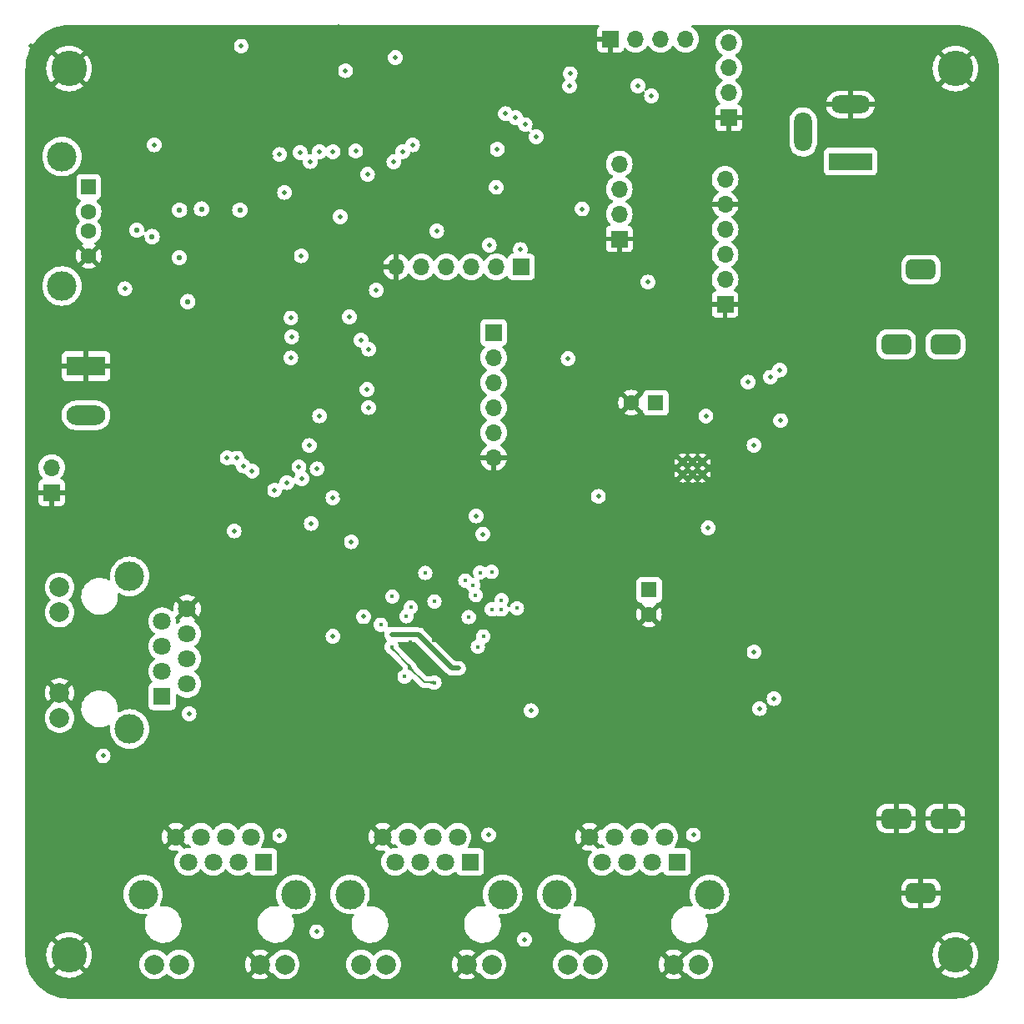
<source format=gbr>
%TF.GenerationSoftware,KiCad,Pcbnew,7.0.1*%
%TF.CreationDate,2023-07-30T21:23:37+03:00*%
%TF.ProjectId,Ethernet_switch_4out,45746865-726e-4657-945f-737769746368,rev?*%
%TF.SameCoordinates,Original*%
%TF.FileFunction,Copper,L3,Inr*%
%TF.FilePolarity,Positive*%
%FSLAX46Y46*%
G04 Gerber Fmt 4.6, Leading zero omitted, Abs format (unit mm)*
G04 Created by KiCad (PCBNEW 7.0.1) date 2023-07-30 21:23:37*
%MOMM*%
%LPD*%
G01*
G04 APERTURE LIST*
G04 Aperture macros list*
%AMRoundRect*
0 Rectangle with rounded corners*
0 $1 Rounding radius*
0 $2 $3 $4 $5 $6 $7 $8 $9 X,Y pos of 4 corners*
0 Add a 4 corners polygon primitive as box body*
4,1,4,$2,$3,$4,$5,$6,$7,$8,$9,$2,$3,0*
0 Add four circle primitives for the rounded corners*
1,1,$1+$1,$2,$3*
1,1,$1+$1,$4,$5*
1,1,$1+$1,$6,$7*
1,1,$1+$1,$8,$9*
0 Add four rect primitives between the rounded corners*
20,1,$1+$1,$2,$3,$4,$5,0*
20,1,$1+$1,$4,$5,$6,$7,0*
20,1,$1+$1,$6,$7,$8,$9,0*
20,1,$1+$1,$8,$9,$2,$3,0*%
G04 Aperture macros list end*
%TA.AperFunction,ComponentPad*%
%ADD10C,3.600000*%
%TD*%
%TA.AperFunction,ComponentPad*%
%ADD11RoundRect,0.500000X-1.000000X-0.500000X1.000000X-0.500000X1.000000X0.500000X-1.000000X0.500000X0*%
%TD*%
%TA.AperFunction,ComponentPad*%
%ADD12RoundRect,0.500000X1.000000X0.500000X-1.000000X0.500000X-1.000000X-0.500000X1.000000X-0.500000X0*%
%TD*%
%TA.AperFunction,ComponentPad*%
%ADD13R,1.500000X1.600000*%
%TD*%
%TA.AperFunction,ComponentPad*%
%ADD14C,1.600000*%
%TD*%
%TA.AperFunction,ComponentPad*%
%ADD15C,3.000000*%
%TD*%
%TA.AperFunction,ComponentPad*%
%ADD16R,1.700000X1.700000*%
%TD*%
%TA.AperFunction,ComponentPad*%
%ADD17O,1.700000X1.700000*%
%TD*%
%TA.AperFunction,ComponentPad*%
%ADD18R,1.600000X1.600000*%
%TD*%
%TA.AperFunction,ComponentPad*%
%ADD19R,3.960000X1.980000*%
%TD*%
%TA.AperFunction,ComponentPad*%
%ADD20O,3.960000X1.980000*%
%TD*%
%TA.AperFunction,ComponentPad*%
%ADD21C,0.600000*%
%TD*%
%TA.AperFunction,ComponentPad*%
%ADD22R,4.400000X1.800000*%
%TD*%
%TA.AperFunction,ComponentPad*%
%ADD23O,4.000000X1.800000*%
%TD*%
%TA.AperFunction,ComponentPad*%
%ADD24O,1.800000X4.000000*%
%TD*%
%TA.AperFunction,ComponentPad*%
%ADD25R,1.800000X1.800000*%
%TD*%
%TA.AperFunction,ComponentPad*%
%ADD26C,1.800000*%
%TD*%
%TA.AperFunction,ComponentPad*%
%ADD27C,2.000000*%
%TD*%
%TA.AperFunction,ViaPad*%
%ADD28C,0.500000*%
%TD*%
%TA.AperFunction,ViaPad*%
%ADD29C,0.450000*%
%TD*%
%TA.AperFunction,ViaPad*%
%ADD30C,0.550000*%
%TD*%
%TA.AperFunction,Conductor*%
%ADD31C,0.500000*%
%TD*%
%TA.AperFunction,Conductor*%
%ADD32C,0.200000*%
%TD*%
G04 APERTURE END LIST*
D10*
%TO.N,GND*%
%TO.C,H2*%
X145000000Y-55000000D03*
%TD*%
D11*
%TO.N,Net-(J13-Pin_1)*%
%TO.C,J13*%
X141500000Y-75400000D03*
X144000000Y-83000000D03*
X139000000Y-83000000D03*
D12*
%TO.N,GND*%
X144000000Y-131133000D03*
X139000000Y-131133000D03*
X141500000Y-138733000D03*
%TD*%
D13*
%TO.N,VBUS*%
%TO.C,J4*%
X57000000Y-67000000D03*
D14*
%TO.N,D-*%
X57000000Y-69500000D03*
%TO.N,D+*%
X57000000Y-71500000D03*
%TO.N,GND*%
X57000000Y-74000000D03*
D15*
%TO.N,unconnected-(J4-Shield-Pad5)*%
X54290000Y-63930000D03*
X54290000Y-77070000D03*
%TD*%
D16*
%TO.N,GND*%
%TO.C,J6*%
X110880000Y-72290000D03*
D17*
%TO.N,TX*%
X110880000Y-69750000D03*
%TO.N,RX*%
X110880000Y-67210000D03*
%TO.N,+3V3*%
X110880000Y-64670000D03*
%TD*%
D18*
%TO.N,/Cell/Vin_buck*%
%TO.C,C64*%
X114580000Y-88915000D03*
D14*
%TO.N,GND*%
X112080000Y-88915000D03*
%TD*%
D16*
%TO.N,GND*%
%TO.C,J1*%
X122000000Y-60000000D03*
D17*
%TO.N,Net-(J1-Pin_2)*%
X122000000Y-57460000D03*
%TO.N,Net-(J1-Pin_3)*%
X122000000Y-54920000D03*
%TO.N,+3V3*%
X122000000Y-52380000D03*
%TD*%
D19*
%TO.N,GND*%
%TO.C,J12*%
X56730000Y-85200000D03*
D20*
%TO.N,+BATT*%
X56730000Y-90200000D03*
%TD*%
D21*
%TO.N,GND*%
%TO.C,U13*%
X117315000Y-96210000D03*
X118315000Y-96210000D03*
X119315000Y-96210000D03*
X117315000Y-94910000D03*
X118315000Y-94910000D03*
X119315000Y-94910000D03*
%TD*%
D10*
%TO.N,GND*%
%TO.C,H4*%
X55000000Y-145000000D03*
%TD*%
D16*
%TO.N,GND*%
%TO.C,J11*%
X53240000Y-98040000D03*
D17*
%TO.N,+BATT*%
X53240000Y-95500000D03*
%TD*%
D16*
%TO.N,GND*%
%TO.C,J5*%
X110000000Y-52000000D03*
D17*
%TO.N,SCL*%
X112540000Y-52000000D03*
%TO.N,SDA*%
X115080000Y-52000000D03*
%TO.N,+3V3*%
X117620000Y-52000000D03*
%TD*%
D16*
%TO.N,+3V3*%
%TO.C,J3*%
X100940000Y-75140000D03*
D17*
%TO.N,/SD*%
X98400000Y-75140000D03*
%TO.N,/SCK *%
X95860000Y-75140000D03*
%TO.N,/WS*%
X93320000Y-75140000D03*
%TO.N,/L{slash}R*%
X90780000Y-75140000D03*
%TO.N,GND*%
X88240000Y-75140000D03*
%TD*%
D16*
%TO.N,GND*%
%TO.C,J15*%
X121620000Y-78940000D03*
D17*
%TO.N,Net-(J15-Pin_2)*%
X121620000Y-76400000D03*
%TO.N,Net-(J15-Pin_3)*%
X121620000Y-73860000D03*
%TO.N,/Cell/DAC2*%
X121620000Y-71320000D03*
%TO.N,GND*%
X121620000Y-68780000D03*
%TO.N,REF_2v5*%
X121620000Y-66240000D03*
%TD*%
D10*
%TO.N,GND*%
%TO.C,H3*%
X145000000Y-145000000D03*
%TD*%
D16*
%TO.N,+3V3*%
%TO.C,J2*%
X98120000Y-81790000D03*
D17*
%TO.N,SS_EXT*%
X98120000Y-84330000D03*
%TO.N,CLK_EXT*%
X98120000Y-86870000D03*
%TO.N,MOSI_EXT*%
X98120000Y-89410000D03*
%TO.N,MISO_EXT*%
X98120000Y-91950000D03*
%TO.N,GND*%
X98120000Y-94490000D03*
%TD*%
D10*
%TO.N,GND*%
%TO.C,H1*%
X55000000Y-55000000D03*
%TD*%
D22*
%TO.N,Net-(D37-A)*%
%TO.C,J14*%
X134360000Y-64430000D03*
D23*
%TO.N,GND*%
X134360000Y-58630000D03*
D24*
%TO.N,N/C*%
X129560000Y-61430000D03*
%TD*%
D18*
%TO.N,/Cell/Buck_out*%
%TO.C,C69*%
X113890000Y-107910000D03*
D14*
%TO.N,GND*%
X113890000Y-110410000D03*
%TD*%
D25*
%TO.N,/Output_port2/L_TD+*%
%TO.C,J9*%
X95730000Y-135540000D03*
D26*
%TO.N,/Output_port2/L_TD-*%
X94460000Y-133000000D03*
%TO.N,/Output_port2/L_RD+*%
X93190000Y-135540000D03*
%TO.N,Net-(J9-TCT)*%
X91920000Y-133000000D03*
%TO.N,Net-(J9-RCT)*%
X90650000Y-135540000D03*
%TO.N,/Output_port2/L_RD-*%
X89380000Y-133000000D03*
%TO.N,unconnected-(J9-NC-Pad7)*%
X88110000Y-135540000D03*
%TO.N,GND*%
X86840000Y-133000000D03*
D27*
%TO.N,/Output_port2/GREEN*%
X97920000Y-145950000D03*
%TO.N,GND*%
X95380000Y-145950000D03*
%TO.N,/Output_port2/YELLOW*%
X87200000Y-145950000D03*
%TO.N,N/C*%
X84660000Y-145950000D03*
D15*
%TO.N,Net-(J9-SHIELD)*%
X99040000Y-138840000D03*
X83540000Y-138840000D03*
%TD*%
D25*
%TO.N,/Output_port1/L_TD+*%
%TO.C,J8*%
X74730000Y-135540000D03*
D26*
%TO.N,/Output_port1/L_TD-*%
X73460000Y-133000000D03*
%TO.N,/Output_port1/L_RD+*%
X72190000Y-135540000D03*
%TO.N,Net-(J8-TCT)*%
X70920000Y-133000000D03*
%TO.N,Net-(J8-RCT)*%
X69650000Y-135540000D03*
%TO.N,/Output_port1/L_RD-*%
X68380000Y-133000000D03*
%TO.N,unconnected-(J8-NC-Pad7)*%
X67110000Y-135540000D03*
%TO.N,GND*%
X65840000Y-133000000D03*
D27*
%TO.N,/Output_port1/GREEN*%
X76920000Y-145950000D03*
%TO.N,GND*%
X74380000Y-145950000D03*
%TO.N,/Output_port1/YELLOW*%
X66200000Y-145950000D03*
%TO.N,N/C*%
X63660000Y-145950000D03*
D15*
%TO.N,Net-(J8-SHIELD)*%
X78040000Y-138840000D03*
X62540000Y-138840000D03*
%TD*%
D25*
%TO.N,/Output_port/L_TD+*%
%TO.C,J7*%
X64460000Y-118730000D03*
D26*
%TO.N,/Output_port/L_TD-*%
X67000000Y-117460000D03*
%TO.N,/Output_port/L_RD+*%
X64460000Y-116190000D03*
%TO.N,Net-(J7-TCT)*%
X67000000Y-114920000D03*
%TO.N,Net-(J7-RCT)*%
X64460000Y-113650000D03*
%TO.N,/Output_port/L_RD-*%
X67000000Y-112380000D03*
%TO.N,unconnected-(J7-NC-Pad7)*%
X64460000Y-111110000D03*
%TO.N,GND*%
X67000000Y-109840000D03*
D27*
%TO.N,/Output_port/GREEN*%
X54050000Y-120920000D03*
%TO.N,GND*%
X54050000Y-118380000D03*
%TO.N,/Output_port/YELLOW*%
X54050000Y-110200000D03*
%TO.N,N/C*%
X54050000Y-107660000D03*
D15*
%TO.N,Net-(J7-SHIELD)*%
X61160000Y-122040000D03*
X61160000Y-106540000D03*
%TD*%
D25*
%TO.N,/Output_port3/L_TD+*%
%TO.C,J10*%
X116730000Y-135540000D03*
D26*
%TO.N,/Output_port3/L_TD-*%
X115460000Y-133000000D03*
%TO.N,/Output_port3/L_RD+*%
X114190000Y-135540000D03*
%TO.N,Net-(J10-TCT)*%
X112920000Y-133000000D03*
%TO.N,Net-(J10-RCT)*%
X111650000Y-135540000D03*
%TO.N,/Output_port3/L_RD-*%
X110380000Y-133000000D03*
%TO.N,unconnected-(J10-NC-Pad7)*%
X109110000Y-135540000D03*
%TO.N,GND*%
X107840000Y-133000000D03*
D27*
%TO.N,/Output_port3/GREEN*%
X118920000Y-145950000D03*
%TO.N,GND*%
X116380000Y-145950000D03*
%TO.N,/Output_port3/YELLOW*%
X108200000Y-145950000D03*
%TO.N,N/C*%
X105660000Y-145950000D03*
D15*
%TO.N,Net-(J10-SHIELD)*%
X120040000Y-138840000D03*
X104540000Y-138840000D03*
%TD*%
D28*
%TO.N,GND*%
X93500000Y-88520000D03*
X56220000Y-98432084D03*
X58760000Y-52712084D03*
X72770000Y-57570000D03*
D29*
X93500000Y-111600000D03*
D28*
X132420000Y-52712084D03*
X71190000Y-79895000D03*
X124720000Y-73010000D03*
X145120000Y-106052084D03*
D29*
X94660000Y-107620000D03*
D28*
X140040000Y-98432084D03*
X134960000Y-139072084D03*
X53400000Y-80280000D03*
X147660000Y-88272084D03*
X82650000Y-98420000D03*
X84160000Y-126372084D03*
X147660000Y-67952084D03*
X60550000Y-68450000D03*
X76540000Y-55252084D03*
X81620000Y-126372084D03*
X140040000Y-106052084D03*
X124800000Y-123832084D03*
X111170000Y-92520000D03*
X113200000Y-143100000D03*
X79080000Y-118752084D03*
X51140000Y-118752084D03*
X101940000Y-93352084D03*
X86730000Y-50890000D03*
X147660000Y-100972084D03*
X88670000Y-119930000D03*
X69900000Y-142800000D03*
X134960000Y-103512084D03*
D29*
X98150000Y-116240000D03*
D28*
X119720000Y-116212084D03*
X81420000Y-124330000D03*
X81110000Y-132170000D03*
X145120000Y-78112084D03*
X79080000Y-131452084D03*
X132420000Y-126372084D03*
X99400000Y-123832084D03*
X127340000Y-131452084D03*
X109560000Y-88272084D03*
X66380000Y-55252084D03*
X80110000Y-148510000D03*
X58170000Y-64140000D03*
X58760000Y-100972084D03*
X53657500Y-88979584D03*
X53657500Y-86439584D03*
X142580000Y-141612084D03*
D29*
X87890000Y-117470000D03*
D28*
X134960000Y-83192084D03*
X86700000Y-70492084D03*
X58760000Y-141612084D03*
X56220000Y-131452084D03*
X84160000Y-131452084D03*
X134960000Y-108592084D03*
X137500000Y-88272084D03*
X127340000Y-123832084D03*
X145120000Y-80652084D03*
X51140000Y-139072084D03*
X50990000Y-63420000D03*
D29*
X92000000Y-115800000D03*
D28*
X51140000Y-121292084D03*
X105550000Y-51750000D03*
D29*
X99400000Y-116212084D03*
D28*
X66380000Y-123832084D03*
X127340000Y-139072084D03*
X68540000Y-87900000D03*
X56220000Y-126372084D03*
X147660000Y-80652084D03*
X74770000Y-59710000D03*
X63840000Y-98432084D03*
X108210000Y-93950000D03*
X83160000Y-75900000D03*
X145120000Y-111132084D03*
X132420000Y-55252084D03*
X61300000Y-103512084D03*
X62600000Y-66110000D03*
X145120000Y-121292084D03*
X134960000Y-111132084D03*
X145120000Y-70492084D03*
X108470000Y-64080000D03*
X145120000Y-128912084D03*
X81620000Y-118752084D03*
X58760000Y-128912084D03*
X134960000Y-88272084D03*
X147660000Y-111132084D03*
X145120000Y-136532084D03*
X53680000Y-100972084D03*
X56090000Y-95700000D03*
X147660000Y-73032084D03*
X102670000Y-109770000D03*
X89240000Y-67952084D03*
X56220000Y-116212084D03*
X129880000Y-55252084D03*
X112120000Y-95480000D03*
X129880000Y-65412084D03*
X147660000Y-78112084D03*
X145120000Y-95892084D03*
X137500000Y-80652084D03*
X132420000Y-83192084D03*
X109560000Y-116212084D03*
X140040000Y-57792084D03*
X119720000Y-70492084D03*
D29*
X93500000Y-113000000D03*
D28*
X129880000Y-111132084D03*
X66380000Y-126372084D03*
X93440000Y-84420000D03*
X132420000Y-90812084D03*
X51140000Y-57792084D03*
X114640000Y-144152084D03*
X137500000Y-52712084D03*
X137500000Y-146692084D03*
X147660000Y-98432084D03*
X140040000Y-62872084D03*
X84880000Y-99860000D03*
X132420000Y-121292084D03*
X51117500Y-86439584D03*
X140040000Y-111132084D03*
X66380000Y-106052084D03*
X53680000Y-128912084D03*
X129880000Y-118752084D03*
X61300000Y-141612084D03*
X66380000Y-103512084D03*
X140040000Y-108592084D03*
X132420000Y-118752084D03*
X51140000Y-141612084D03*
X117180000Y-103512084D03*
X112100000Y-62872084D03*
X51140000Y-113672084D03*
X129880000Y-146692084D03*
X132420000Y-95892084D03*
X76540000Y-131452084D03*
X53680000Y-116212084D03*
X82340000Y-50750000D03*
X137500000Y-113672084D03*
X145120000Y-73032084D03*
X61300000Y-133992084D03*
X64760000Y-68370000D03*
X127340000Y-133992084D03*
X68920000Y-103512084D03*
X112100000Y-85732084D03*
X63840000Y-133992084D03*
X78630000Y-102860000D03*
X79080000Y-106052084D03*
X56110000Y-80250000D03*
X81620000Y-128912084D03*
X140040000Y-136532084D03*
X132420000Y-106052084D03*
X59170000Y-134740000D03*
X127260000Y-70470000D03*
X122260000Y-136532084D03*
X72050000Y-81290000D03*
X73110000Y-119870000D03*
X124800000Y-128912084D03*
X81620000Y-141612084D03*
X124680000Y-90600000D03*
X100340000Y-103470000D03*
X63840000Y-131452084D03*
X99400000Y-95892084D03*
X132420000Y-128912084D03*
X134960000Y-136532084D03*
X99400000Y-141612084D03*
X86860000Y-92370000D03*
X58760000Y-144152084D03*
X119720000Y-60332084D03*
X86700000Y-95892084D03*
X140040000Y-67952084D03*
X116970000Y-55480000D03*
X117180000Y-67952084D03*
X109560000Y-128912084D03*
X50990000Y-60880000D03*
X75600000Y-83300000D03*
X84160000Y-144152084D03*
X51140000Y-100972084D03*
X119720000Y-103512084D03*
X51117500Y-88979584D03*
X129880000Y-126372084D03*
X142580000Y-121292084D03*
X78240000Y-112230000D03*
X119720000Y-62872084D03*
X61300000Y-136532084D03*
X68920000Y-146692084D03*
X129880000Y-85732084D03*
X116400000Y-89500000D03*
X145120000Y-123832084D03*
X132420000Y-111132084D03*
X137500000Y-90812084D03*
X101700000Y-148440000D03*
X104520000Y-131700000D03*
X134960000Y-116212084D03*
X87900000Y-51710000D03*
X142580000Y-108592084D03*
X81840000Y-99870000D03*
X117920000Y-88285000D03*
X59900000Y-95490000D03*
X71460000Y-144152084D03*
X145120000Y-116212084D03*
X147660000Y-141612084D03*
X137500000Y-123832084D03*
X68920000Y-90812084D03*
X147660000Y-62872084D03*
X145120000Y-108592084D03*
X109560000Y-111132084D03*
X132420000Y-146692084D03*
X102720000Y-104910000D03*
X79050000Y-94810000D03*
X134960000Y-118752084D03*
X61210000Y-60060000D03*
X58760000Y-131452084D03*
X110890000Y-130430000D03*
X71490000Y-91760000D03*
X142580000Y-111132084D03*
X61300000Y-52712084D03*
X89240000Y-52712084D03*
X80920000Y-96330000D03*
X137500000Y-100972084D03*
X79080000Y-128912084D03*
X116780000Y-86430000D03*
X129880000Y-133992084D03*
X53680000Y-139072084D03*
X84160000Y-136532084D03*
X137500000Y-121292084D03*
X94320000Y-62872084D03*
X124170000Y-76030000D03*
X107020000Y-116212084D03*
D29*
X97905000Y-113045000D03*
D28*
X61300000Y-100972084D03*
X112100000Y-111132084D03*
X106290000Y-76610000D03*
X140040000Y-100972084D03*
X51140000Y-144152084D03*
X72030000Y-111210000D03*
X51140000Y-126372084D03*
X142580000Y-128912084D03*
X99400000Y-131452084D03*
X124720000Y-65530000D03*
X132420000Y-85732084D03*
X51140000Y-146692084D03*
X140040000Y-123832084D03*
X129880000Y-108592084D03*
X129880000Y-139072084D03*
X122260000Y-100972084D03*
X137500000Y-73032084D03*
X107020000Y-111132084D03*
X56220000Y-100972084D03*
X67520000Y-64220000D03*
X140040000Y-52712084D03*
X101940000Y-90812084D03*
X127260000Y-65530000D03*
X75620000Y-52730000D03*
X68920000Y-106052084D03*
X53680000Y-126372084D03*
X145120000Y-90812084D03*
X81620000Y-59630000D03*
X107020000Y-126372084D03*
X145120000Y-85732084D03*
X75580000Y-66970000D03*
D30*
X61990000Y-73340000D03*
D28*
X132420000Y-136532084D03*
X145120000Y-113672084D03*
X129880000Y-128912084D03*
D29*
X93500000Y-114000000D03*
D28*
X140040000Y-118752084D03*
X70470000Y-115380000D03*
X68510000Y-52760000D03*
X64530000Y-82490000D03*
X112870000Y-80420000D03*
X107020000Y-88272084D03*
X84540000Y-129350000D03*
X129880000Y-95892084D03*
X93370000Y-101790000D03*
X140040000Y-60332084D03*
X122260000Y-131452084D03*
X112100000Y-113672084D03*
X134960000Y-128912084D03*
X84160000Y-70492084D03*
X56220000Y-103512084D03*
X63840000Y-128912084D03*
X66380000Y-100972084D03*
X134960000Y-126372084D03*
X68920000Y-95892084D03*
X104480000Y-113672084D03*
X68920000Y-123832084D03*
X99400000Y-121292084D03*
X84160000Y-133992084D03*
X72870000Y-127330000D03*
X134960000Y-75572084D03*
X96860000Y-123832084D03*
X140040000Y-116212084D03*
X129880000Y-83192084D03*
X68920000Y-57792084D03*
X108950000Y-92480000D03*
X124800000Y-144152084D03*
X132420000Y-133992084D03*
X119720000Y-131452084D03*
D29*
X90500000Y-114400000D03*
D28*
X58760000Y-106052084D03*
X134960000Y-70492084D03*
X58650000Y-82790000D03*
X129880000Y-116212084D03*
X114640000Y-98432084D03*
X134960000Y-55252084D03*
X58670000Y-60060000D03*
X147660000Y-126372084D03*
X85950000Y-119310000D03*
X103020000Y-51710000D03*
X124800000Y-131452084D03*
X98680000Y-128120000D03*
X137500000Y-106052084D03*
X147660000Y-133992084D03*
X137500000Y-103512084D03*
X77100000Y-129900000D03*
X123560000Y-118180000D03*
X51140000Y-52712084D03*
X86800000Y-101200000D03*
X110090000Y-127090000D03*
X132420000Y-93352084D03*
X145120000Y-62872084D03*
X104480000Y-116212084D03*
X137500000Y-133992084D03*
X129880000Y-123832084D03*
X109560000Y-113672084D03*
X81620000Y-146692084D03*
X129880000Y-131452084D03*
X51140000Y-103512084D03*
X62320000Y-84280000D03*
D29*
X89640000Y-113260000D03*
D28*
X80320000Y-116480000D03*
X51117500Y-94059584D03*
X89350000Y-100540000D03*
X140040000Y-70492084D03*
X74980000Y-93610000D03*
X147660000Y-123832084D03*
X115920000Y-95540000D03*
X68920000Y-100972084D03*
X127340000Y-136532084D03*
X62320000Y-97770000D03*
X137500000Y-78112084D03*
X134960000Y-144152084D03*
X56310000Y-59880000D03*
X102370000Y-128930000D03*
X61300000Y-98432084D03*
D29*
X86210000Y-113020000D03*
D28*
X137500000Y-108592084D03*
X51070000Y-72230000D03*
X137500000Y-136532084D03*
X129880000Y-98432084D03*
X142580000Y-65412084D03*
X79080000Y-136532084D03*
X81620000Y-144152084D03*
X140040000Y-65412084D03*
D30*
X68240000Y-70420000D03*
D28*
X56220000Y-139072084D03*
X122260000Y-144152084D03*
X134960000Y-60332084D03*
X127340000Y-126372084D03*
X61420000Y-82800000D03*
D29*
X96250000Y-109320000D03*
D28*
X116530000Y-88440000D03*
X145120000Y-98432084D03*
X81600000Y-109010000D03*
X127260000Y-67930000D03*
X84760000Y-116440000D03*
X104480000Y-144152084D03*
X132420000Y-139072084D03*
X83270000Y-83480000D03*
X82910000Y-63320000D03*
X58760000Y-111132084D03*
X56120000Y-94030000D03*
X127340000Y-144152084D03*
X124720000Y-67930000D03*
X58670000Y-57520000D03*
X119720000Y-121292084D03*
X137500000Y-128912084D03*
X132420000Y-113672084D03*
X71460000Y-121292084D03*
X56220000Y-111132084D03*
X86670000Y-121830000D03*
X90010000Y-128520000D03*
X147660000Y-57792084D03*
X140040000Y-55252084D03*
X104480000Y-95892084D03*
X60710000Y-64140000D03*
X85450000Y-94250000D03*
X63840000Y-100972084D03*
X142580000Y-70492084D03*
X145120000Y-60332084D03*
X96860000Y-52712084D03*
X89240000Y-144152084D03*
X134960000Y-78112084D03*
X114640000Y-121292084D03*
X61277500Y-86439584D03*
X63840000Y-108592084D03*
X134960000Y-121292084D03*
X114640000Y-146692084D03*
X83060000Y-104890000D03*
X64360000Y-64490000D03*
D29*
X96130000Y-117660000D03*
D30*
X63400000Y-70250000D03*
D28*
X147660000Y-136532084D03*
X109970000Y-94270000D03*
X112100000Y-118752084D03*
X134960000Y-90812084D03*
X142580000Y-98432084D03*
X99400000Y-57792084D03*
X78710000Y-109630000D03*
X124800000Y-141612084D03*
X123610000Y-114220000D03*
X56110000Y-82790000D03*
X51140000Y-111132084D03*
X58110000Y-95310000D03*
X77150000Y-111070000D03*
D29*
X94900000Y-113100000D03*
D28*
X116380000Y-91030000D03*
X96860000Y-65412084D03*
X96860000Y-131452084D03*
X63840000Y-136532084D03*
X142580000Y-126372084D03*
X93160000Y-99070000D03*
X137500000Y-118752084D03*
X142580000Y-100972084D03*
X142580000Y-118752084D03*
X125110000Y-87950000D03*
X96860000Y-121292084D03*
D30*
X66550000Y-72580000D03*
D28*
X134960000Y-113672084D03*
X88990000Y-101880000D03*
X110750000Y-95240000D03*
X147660000Y-90812084D03*
X118860000Y-127200000D03*
X122260000Y-141612084D03*
X107020000Y-128912084D03*
X147660000Y-103512084D03*
X68920000Y-108592084D03*
X104480000Y-121292084D03*
X81100000Y-64430000D03*
X71400000Y-142800000D03*
X142580000Y-67952084D03*
X145120000Y-126372084D03*
X127340000Y-55252084D03*
X75190000Y-119420000D03*
X134960000Y-146692084D03*
X56220000Y-136532084D03*
X68920000Y-55252084D03*
X132420000Y-108592084D03*
X119590000Y-123710000D03*
X137500000Y-139072084D03*
X88470000Y-61280000D03*
X56220000Y-106052084D03*
X129800000Y-67930000D03*
X81290000Y-92210000D03*
X137500000Y-57792084D03*
X57640000Y-93130000D03*
X61277500Y-88979584D03*
X119720000Y-113672084D03*
X96860000Y-60332084D03*
X91570000Y-122680000D03*
X51140000Y-98432084D03*
X51140000Y-136532084D03*
X104240000Y-50900000D03*
X145120000Y-67952084D03*
X71460000Y-146692084D03*
X109500000Y-95660000D03*
X81880000Y-97480000D03*
X79940000Y-111750000D03*
X51070000Y-74770000D03*
X91980000Y-82300000D03*
X89240000Y-141612084D03*
X145120000Y-65412084D03*
X145120000Y-133992084D03*
X88790000Y-128040000D03*
X132420000Y-131452084D03*
X70120000Y-86700000D03*
X129880000Y-75572084D03*
X147660000Y-70492084D03*
D29*
X92100000Y-110200000D03*
X92420000Y-106980000D03*
D28*
X53680000Y-131452084D03*
X147660000Y-75572084D03*
X89240000Y-93352084D03*
X129880000Y-57792084D03*
D29*
X90700000Y-111600000D03*
D28*
X142580000Y-136532084D03*
X68070000Y-66640000D03*
X61300000Y-144152084D03*
X132420000Y-60332084D03*
X66380000Y-128912084D03*
X134960000Y-52712084D03*
X94320000Y-141612084D03*
X61300000Y-146692084D03*
X107020000Y-123832084D03*
X103320000Y-74470000D03*
X134960000Y-141612084D03*
X69680000Y-119810000D03*
X79080000Y-126372084D03*
X58760000Y-116212084D03*
X61530000Y-75390000D03*
X95180000Y-92320000D03*
X134960000Y-80652084D03*
X124800000Y-52712084D03*
X112100000Y-90812084D03*
X147660000Y-108592084D03*
X58650000Y-80250000D03*
X73470000Y-115780000D03*
X142580000Y-73032084D03*
X124800000Y-139072084D03*
X142580000Y-62872084D03*
X66380000Y-144152084D03*
X142580000Y-123832084D03*
X79340000Y-102270000D03*
X68920000Y-93352084D03*
X142580000Y-60332084D03*
X111250000Y-94390000D03*
X51117500Y-91519584D03*
X142580000Y-106052084D03*
X122260000Y-133992084D03*
X51140000Y-128912084D03*
X145120000Y-139072084D03*
X70720000Y-67800000D03*
X127340000Y-57792084D03*
X129880000Y-93352084D03*
X147660000Y-65412084D03*
X91780000Y-52712084D03*
X129880000Y-113672084D03*
X64840000Y-125390000D03*
X76570000Y-123980000D03*
X140040000Y-133992084D03*
X147660000Y-113672084D03*
X118170000Y-119480000D03*
X51140000Y-133992084D03*
X145120000Y-88272084D03*
X122260000Y-103512084D03*
X89240000Y-57792084D03*
X61210000Y-57520000D03*
X134960000Y-93352084D03*
X109560000Y-85732084D03*
X140040000Y-73032084D03*
X119720000Y-128912084D03*
X147660000Y-131452084D03*
X93530000Y-86480000D03*
X147660000Y-106052084D03*
X104480000Y-123832084D03*
X74920000Y-110990000D03*
X51140000Y-108592084D03*
X140040000Y-121292084D03*
X107020000Y-93352084D03*
X129880000Y-80652084D03*
X140040000Y-113672084D03*
X109560000Y-121292084D03*
X134960000Y-85732084D03*
X127340000Y-146692084D03*
X53680000Y-133992084D03*
X59740000Y-93870000D03*
X124800000Y-146692084D03*
X137500000Y-116212084D03*
X77430000Y-63490000D03*
X129880000Y-144152084D03*
X101940000Y-111132084D03*
X104480000Y-98432084D03*
X107020000Y-113672084D03*
X113100000Y-60440000D03*
X142580000Y-133992084D03*
X90600000Y-142900000D03*
X132420000Y-78112084D03*
X137500000Y-111132084D03*
X107020000Y-62872084D03*
X76540000Y-106052084D03*
X83720000Y-121930000D03*
X129880000Y-88272084D03*
X111700000Y-143100000D03*
X80920000Y-121930000D03*
X75520000Y-63830000D03*
X134960000Y-123832084D03*
X147660000Y-128912084D03*
X117460000Y-59730000D03*
X124800000Y-62872084D03*
X51140000Y-55252084D03*
X120940000Y-98015000D03*
X140040000Y-144152084D03*
X137500000Y-62872084D03*
X137500000Y-70492084D03*
X61420000Y-80260000D03*
X109560000Y-90812084D03*
X109560000Y-123832084D03*
X124800000Y-136532084D03*
X89720000Y-124430000D03*
X140040000Y-146692084D03*
X104480000Y-88272084D03*
D29*
X92058400Y-113069670D03*
D28*
X76330000Y-109260000D03*
X142580000Y-103512084D03*
X79080000Y-52712084D03*
X147660000Y-93352084D03*
X140040000Y-103512084D03*
X77570000Y-60230000D03*
D29*
X92240000Y-118680000D03*
D28*
X119720000Y-73032084D03*
X68920000Y-98432084D03*
X51140000Y-131452084D03*
X127340000Y-128912084D03*
X137500000Y-126372084D03*
X122260000Y-126372084D03*
X57940000Y-77240000D03*
X132420000Y-80652084D03*
X56700000Y-114000000D03*
X132420000Y-75572084D03*
X70050000Y-125770000D03*
X119720000Y-144152084D03*
X74000000Y-83192084D03*
X86700000Y-128912084D03*
X74000000Y-144152084D03*
X51117500Y-96599584D03*
X61300000Y-55252084D03*
X99400000Y-52712084D03*
X108710000Y-94990000D03*
X147660000Y-121292084D03*
X127340000Y-60332084D03*
X105030000Y-109500000D03*
X73050000Y-100760000D03*
X124720000Y-70470000D03*
X91050000Y-97800000D03*
X94320000Y-52712084D03*
X127770000Y-101330000D03*
X71840000Y-68090000D03*
X70600000Y-110590000D03*
X79080000Y-133992084D03*
X116639076Y-87451235D03*
X134960000Y-133992084D03*
X129880000Y-52712084D03*
X83990000Y-113280000D03*
X91980000Y-90470000D03*
X58760000Y-103512084D03*
X53680000Y-136532084D03*
X127340000Y-52712084D03*
X147660000Y-116212084D03*
X85820000Y-124630000D03*
X117180000Y-113672084D03*
X128690000Y-87930000D03*
X140040000Y-126372084D03*
D29*
X92100000Y-111600000D03*
D28*
X63840000Y-103512084D03*
X73810000Y-109230000D03*
X59260000Y-61630000D03*
X56220000Y-133992084D03*
X68920000Y-144152084D03*
X91780000Y-146692084D03*
X50860000Y-80280000D03*
X145120000Y-103512084D03*
D29*
X94020000Y-106950000D03*
D28*
X142580000Y-116212084D03*
X118200000Y-130360000D03*
X58760000Y-98432084D03*
X63840000Y-106052084D03*
X51140000Y-106052084D03*
X51140000Y-123832084D03*
X122360000Y-91910000D03*
X107020000Y-108592084D03*
X63817500Y-88979584D03*
X68800000Y-127500000D03*
X101940000Y-98432084D03*
X134960000Y-131452084D03*
X142580000Y-95892084D03*
X145120000Y-100972084D03*
X132420000Y-116212084D03*
X68920000Y-121292084D03*
X137500000Y-141612084D03*
X114640000Y-123832084D03*
X98620000Y-119310000D03*
X147660000Y-118752084D03*
X84890000Y-64130000D03*
X127340000Y-121292084D03*
X147660000Y-139072084D03*
X58760000Y-55252084D03*
X104480000Y-93352084D03*
X71860000Y-85160000D03*
X129880000Y-121292084D03*
X129880000Y-78112084D03*
X137500000Y-144152084D03*
X73130000Y-61660000D03*
X117180000Y-62872084D03*
X68920000Y-111132084D03*
X132420000Y-73032084D03*
X85120000Y-114160000D03*
X68280000Y-82850000D03*
X127340000Y-62872084D03*
X104480000Y-100972084D03*
X134960000Y-106052084D03*
X132420000Y-141612084D03*
X134960000Y-73032084D03*
X58760000Y-126372084D03*
X137500000Y-65412084D03*
X107020000Y-85732084D03*
X145120000Y-93352084D03*
X137500000Y-60332084D03*
X145120000Y-75572084D03*
X77720000Y-115780000D03*
X137500000Y-55252084D03*
X53770000Y-59880000D03*
X58760000Y-146692084D03*
X53680000Y-103512084D03*
X129880000Y-141612084D03*
X51140000Y-66100000D03*
X104480000Y-90812084D03*
X56220000Y-128912084D03*
X76820000Y-121930000D03*
X74000000Y-55252084D03*
X129880000Y-90812084D03*
X107640000Y-94680000D03*
X102680000Y-107430000D03*
X85110000Y-51250000D03*
X50860000Y-82820000D03*
X53400000Y-82820000D03*
X98150000Y-129510000D03*
X84300000Y-102290000D03*
X64690000Y-92200000D03*
X63817500Y-86439584D03*
X99400000Y-144152084D03*
X123120000Y-90990000D03*
X107020000Y-121292084D03*
D30*
X66490000Y-71150000D03*
D28*
X80560000Y-113920000D03*
X95370000Y-99480000D03*
X101940000Y-95892084D03*
X53680000Y-113672084D03*
X147660000Y-83192084D03*
X74600000Y-84630000D03*
X137500000Y-75572084D03*
X92100000Y-142900000D03*
X107020000Y-90812084D03*
X76800000Y-127500000D03*
X68920000Y-60332084D03*
X140040000Y-128912084D03*
X117180000Y-111132084D03*
X91780000Y-144152084D03*
X132420000Y-144152084D03*
X96860000Y-57792084D03*
X67900000Y-129900000D03*
X142580000Y-113672084D03*
X51140000Y-68640000D03*
X137500000Y-67952084D03*
X104480000Y-126372084D03*
X145120000Y-118752084D03*
X140040000Y-141612084D03*
X124800000Y-133992084D03*
X66380000Y-98432084D03*
X132420000Y-88272084D03*
X112540000Y-94400000D03*
X61300000Y-131452084D03*
X147660000Y-60332084D03*
X116870000Y-74380000D03*
X76730000Y-112800000D03*
X122260000Y-128912084D03*
X84890000Y-96580000D03*
X137500000Y-85732084D03*
X129880000Y-136532084D03*
X61300000Y-128912084D03*
X89240000Y-146692084D03*
X91780000Y-93352084D03*
X147660000Y-85732084D03*
X114640000Y-141612084D03*
X117180000Y-106052084D03*
D29*
X89360000Y-107620000D03*
D28*
X119720000Y-57792084D03*
X70960000Y-87880000D03*
X94320000Y-144152084D03*
X124800000Y-126372084D03*
X127340000Y-141612084D03*
X147660000Y-95892084D03*
X77240000Y-95980000D03*
X122260000Y-146692084D03*
X132420000Y-123832084D03*
X51140000Y-116212084D03*
X67450000Y-59890000D03*
%TO.N,+3V3*%
X77520000Y-80327500D03*
X77600000Y-82240000D03*
D29*
X96740000Y-106160000D03*
D28*
X76390000Y-63720000D03*
D30*
X66210000Y-74200000D03*
D29*
X89080000Y-116720000D03*
D28*
X80196117Y-95636117D03*
D29*
X94560000Y-115880000D03*
D28*
X78650790Y-96619210D03*
D29*
X97910000Y-106100000D03*
D28*
X71760000Y-101930000D03*
X124570000Y-93230000D03*
X83680000Y-103030000D03*
X76890000Y-67570000D03*
D29*
X91180000Y-106200000D03*
D28*
X83090000Y-55200000D03*
D29*
X87750000Y-112490000D03*
X86650000Y-111460000D03*
D28*
X79610000Y-101180000D03*
X81810000Y-112640000D03*
X77520000Y-84370000D03*
X81810000Y-98570000D03*
D29*
X97070000Y-112650000D03*
D28*
X124570000Y-114210000D03*
%TO.N,/ESP_EN*%
X72505000Y-52725000D03*
X88140000Y-53880000D03*
%TO.N,/ESP_BOOT*%
X89880000Y-62730000D03*
X63660000Y-62730000D03*
%TO.N,VBUS*%
X60680000Y-77350000D03*
%TO.N,+VDC*%
X86200000Y-77490000D03*
D30*
X63450000Y-72040000D03*
X67070000Y-78640000D03*
D28*
X83470000Y-80210000D03*
D29*
%TO.N,/SWITCH_EN*%
X100490000Y-109790000D03*
X98920000Y-108950000D03*
D28*
%TO.N,/W5500_LED4*%
X85410000Y-89404227D03*
X78350000Y-95430000D03*
%TO.N,/W5500_LED3*%
X85260000Y-87580000D03*
X80450000Y-90260000D03*
%TO.N,/W5500_LED1*%
X85450000Y-83480000D03*
X79400000Y-93260000D03*
%TO.N,/WS*%
X88880000Y-63420000D03*
D29*
%TO.N,Net-(U3-IBREF)*%
X87830000Y-108590000D03*
D28*
X84910000Y-110640000D03*
%TO.N,/green_LED2*%
X80150000Y-142640000D03*
D29*
X96300000Y-108460000D03*
D28*
%TO.N,/green_LED1*%
X58480000Y-124780000D03*
D29*
X95590000Y-110690000D03*
D28*
%TO.N,/green_LED3*%
X101250000Y-143410000D03*
D29*
X96040000Y-107470000D03*
%TO.N,/green_LED4*%
X95240000Y-106980000D03*
D28*
X101920000Y-120190000D03*
%TO.N,/L{slash}R*%
X87990000Y-64470000D03*
%TO.N,SDA*%
X127170000Y-85600000D03*
X114140000Y-57780000D03*
X126590000Y-118960000D03*
%TO.N,SCL*%
X125100000Y-119970000D03*
X112770000Y-56750000D03*
X126200000Y-86330000D03*
%TO.N,SCL{slash}MDC*%
X97670000Y-72910000D03*
X97010000Y-102260000D03*
D29*
X98910000Y-109910000D03*
D28*
%TO.N,SDA{slash}MDIO*%
X98500000Y-63170000D03*
D29*
X97940000Y-109900000D03*
D28*
X96340000Y-100420000D03*
D29*
%TO.N,1V2*%
X89700000Y-109690000D03*
X92110000Y-109090000D03*
X89263253Y-110596747D03*
X87750000Y-113700000D03*
X96510000Y-113690000D03*
X92110000Y-117340000D03*
X89600000Y-115820000D03*
D28*
%TO.N,/Output_port/L_TD-*%
X67200000Y-120500000D03*
%TO.N,/Output_port1/L_TD-*%
X76400000Y-132900000D03*
%TO.N,Net-(J1-Pin_2)*%
X105840000Y-56790000D03*
%TO.N,Net-(J1-Pin_3)*%
X105890000Y-55520000D03*
%TO.N,/Output_port2/L_TD-*%
X97600000Y-132800000D03*
%TO.N,/Output_port3/L_TD-*%
X118400000Y-132800000D03*
%TO.N,/~{SCS}*%
X82530000Y-70030000D03*
X85310000Y-65740000D03*
X77120000Y-97030000D03*
%TO.N,/~{RST}*%
X71070000Y-94510000D03*
X78460000Y-63510000D03*
X78600000Y-74000000D03*
%TO.N,/Cell_V*%
X84650000Y-82550000D03*
X92340000Y-71480000D03*
%TO.N,/SCLK*%
X75890000Y-97790000D03*
X84110000Y-63370000D03*
%TO.N,/~{INT}*%
X72050000Y-94550000D03*
X79490000Y-64430000D03*
%TO.N,SS_EXT*%
X105680000Y-84450000D03*
X102450000Y-61900000D03*
%TO.N,MISO_EXT*%
X101320000Y-60680000D03*
%TO.N,MOSI_EXT*%
X100350000Y-59970000D03*
%TO.N,CLK_EXT*%
X99320000Y-59580000D03*
%TO.N,/MOSI*%
X72710000Y-95330000D03*
X80440000Y-63440000D03*
%TO.N,/MISO*%
X81820000Y-63430000D03*
X73610000Y-95860000D03*
%TO.N,/Cell/BUCK_EN*%
X119900000Y-101640000D03*
X107110000Y-69240000D03*
%TO.N,REF_2v5*%
X123950000Y-86830000D03*
X113780000Y-76670000D03*
X98390000Y-67040000D03*
X100830000Y-73380000D03*
%TO.N,/Cell/DAC2*%
X127260000Y-90740000D03*
%TO.N,/Cell/Buck_out*%
X119670000Y-90265000D03*
X108750000Y-98430000D03*
D30*
%TO.N,Net-(U7-Vc)*%
X68460000Y-69240000D03*
%TO.N,Net-(U7-Rt)*%
X72350000Y-69380000D03*
%TO.N,/power/EN*%
X61880000Y-71390000D03*
%TO.N,/power/FB*%
X66230000Y-69360000D03*
%TD*%
D31*
%TO.N,+3V3*%
X87750000Y-112450000D02*
X87750000Y-112490000D01*
X94560000Y-115880000D02*
X93900000Y-115880000D01*
X93900000Y-115880000D02*
X90470000Y-112450000D01*
X90470000Y-112450000D02*
X87750000Y-112450000D01*
D32*
%TO.N,1V2*%
X91090000Y-117310000D02*
X92080000Y-117310000D01*
X89600000Y-115820000D02*
X91090000Y-117310000D01*
X89600000Y-115820000D02*
X89600000Y-115650000D01*
X87750000Y-113800000D02*
X87750000Y-113700000D01*
X92080000Y-117310000D02*
X92110000Y-117340000D01*
X89600000Y-115650000D02*
X87750000Y-113800000D01*
%TD*%
%TA.AperFunction,Conductor*%
%TO.N,GND*%
G36*
X108769971Y-50590668D02*
G01*
X108814860Y-50632461D01*
X108834228Y-50690655D01*
X108823338Y-50751012D01*
X108802035Y-50777446D01*
X108803495Y-50778539D01*
X108706647Y-50907910D01*
X108656402Y-51042624D01*
X108650000Y-51102176D01*
X108650000Y-51750000D01*
X110126000Y-51750000D01*
X110188000Y-51766613D01*
X110233387Y-51812000D01*
X110250000Y-51874000D01*
X110250000Y-53350000D01*
X110897824Y-53350000D01*
X110957375Y-53343597D01*
X111092089Y-53293352D01*
X111207188Y-53207188D01*
X111293352Y-53092089D01*
X111342422Y-52960528D01*
X111377401Y-52910149D01*
X111432246Y-52882696D01*
X111493539Y-52884885D01*
X111546285Y-52916181D01*
X111668599Y-53038495D01*
X111862170Y-53174035D01*
X112076337Y-53273903D01*
X112304592Y-53335063D01*
X112540000Y-53355659D01*
X112775408Y-53335063D01*
X113003663Y-53273903D01*
X113217830Y-53174035D01*
X113411401Y-53038495D01*
X113578495Y-52871401D01*
X113708426Y-52685839D01*
X113752743Y-52646975D01*
X113810000Y-52632964D01*
X113867257Y-52646975D01*
X113911573Y-52685839D01*
X114041505Y-52871401D01*
X114208599Y-53038495D01*
X114402170Y-53174035D01*
X114616337Y-53273903D01*
X114844592Y-53335063D01*
X115080000Y-53355659D01*
X115315408Y-53335063D01*
X115543663Y-53273903D01*
X115757830Y-53174035D01*
X115951401Y-53038495D01*
X116118495Y-52871401D01*
X116248426Y-52685839D01*
X116292743Y-52646975D01*
X116350000Y-52632964D01*
X116407257Y-52646975D01*
X116451573Y-52685839D01*
X116581505Y-52871401D01*
X116748599Y-53038495D01*
X116942170Y-53174035D01*
X117156337Y-53273903D01*
X117384592Y-53335063D01*
X117620000Y-53355659D01*
X117855408Y-53335063D01*
X118083663Y-53273903D01*
X118297830Y-53174035D01*
X118491401Y-53038495D01*
X118658495Y-52871401D01*
X118794035Y-52677830D01*
X118893903Y-52463663D01*
X118955063Y-52235408D01*
X118975659Y-52000000D01*
X118973012Y-51969751D01*
X118955063Y-51764592D01*
X118951153Y-51750000D01*
X118893903Y-51536337D01*
X118794035Y-51322171D01*
X118658495Y-51128599D01*
X118491401Y-50961505D01*
X118297830Y-50825965D01*
X118297826Y-50825962D01*
X118267629Y-50811882D01*
X118217233Y-50768840D01*
X118196203Y-50705990D01*
X118210547Y-50641286D01*
X118256168Y-50593211D01*
X118320033Y-50575500D01*
X144930122Y-50575500D01*
X144997294Y-50575500D01*
X145002702Y-50575617D01*
X145380234Y-50592101D01*
X145390971Y-50593041D01*
X145762951Y-50642013D01*
X145773570Y-50643885D01*
X146139877Y-50725093D01*
X146150289Y-50727882D01*
X146508122Y-50840707D01*
X146518257Y-50844396D01*
X146864881Y-50987973D01*
X146874672Y-50992539D01*
X147050020Y-51083819D01*
X147207442Y-51165768D01*
X147216810Y-51171176D01*
X147533226Y-51372755D01*
X147542087Y-51378960D01*
X147839721Y-51607342D01*
X147848008Y-51614296D01*
X148124602Y-51867748D01*
X148132251Y-51875397D01*
X148385703Y-52151991D01*
X148392657Y-52160278D01*
X148621039Y-52457912D01*
X148627244Y-52466773D01*
X148828823Y-52783189D01*
X148834231Y-52792557D01*
X149007457Y-53125320D01*
X149012029Y-53135124D01*
X149155597Y-53481727D01*
X149159296Y-53491890D01*
X149271430Y-53847533D01*
X149272111Y-53849691D01*
X149274910Y-53860138D01*
X149316571Y-54048056D01*
X149356111Y-54226412D01*
X149357989Y-54237065D01*
X149406956Y-54609009D01*
X149407899Y-54619785D01*
X149424382Y-54997297D01*
X149424500Y-55002706D01*
X149424500Y-144997294D01*
X149424382Y-145002703D01*
X149407899Y-145380214D01*
X149406956Y-145390990D01*
X149357989Y-145762934D01*
X149356111Y-145773587D01*
X149274911Y-146139858D01*
X149272111Y-146150308D01*
X149159297Y-146508107D01*
X149155597Y-146518272D01*
X149012029Y-146864875D01*
X149007457Y-146874679D01*
X148834231Y-147207442D01*
X148828823Y-147216810D01*
X148627244Y-147533226D01*
X148621039Y-147542087D01*
X148392657Y-147839721D01*
X148385703Y-147848008D01*
X148132251Y-148124602D01*
X148124602Y-148132251D01*
X147848008Y-148385703D01*
X147839721Y-148392657D01*
X147542087Y-148621039D01*
X147533226Y-148627244D01*
X147216810Y-148828823D01*
X147207442Y-148834231D01*
X146874679Y-149007457D01*
X146864875Y-149012029D01*
X146518272Y-149155597D01*
X146508107Y-149159297D01*
X146150308Y-149272111D01*
X146139858Y-149274911D01*
X145773587Y-149356111D01*
X145762934Y-149357989D01*
X145390990Y-149406956D01*
X145380214Y-149407899D01*
X145002703Y-149424382D01*
X144997294Y-149424500D01*
X55002706Y-149424500D01*
X54997297Y-149424382D01*
X54619785Y-149407899D01*
X54609009Y-149406956D01*
X54237065Y-149357989D01*
X54226412Y-149356111D01*
X54195435Y-149349243D01*
X53860138Y-149274910D01*
X53849695Y-149272112D01*
X53491890Y-149159296D01*
X53481727Y-149155597D01*
X53135124Y-149012029D01*
X53125320Y-149007457D01*
X52792557Y-148834231D01*
X52783189Y-148828823D01*
X52466773Y-148627244D01*
X52457912Y-148621039D01*
X52160278Y-148392657D01*
X52151991Y-148385703D01*
X51875397Y-148132251D01*
X51867748Y-148124602D01*
X51614296Y-147848008D01*
X51607342Y-147839721D01*
X51378960Y-147542087D01*
X51372755Y-147533226D01*
X51171176Y-147216810D01*
X51165768Y-147207442D01*
X50997909Y-146884989D01*
X50992539Y-146874672D01*
X50987970Y-146864875D01*
X50972956Y-146828628D01*
X50959037Y-146795025D01*
X53558528Y-146795025D01*
X53596843Y-146828628D01*
X53847532Y-146996132D01*
X54117941Y-147129483D01*
X54403438Y-147226396D01*
X54699139Y-147285215D01*
X55000000Y-147304934D01*
X55300860Y-147285215D01*
X55596561Y-147226396D01*
X55882058Y-147129483D01*
X56152467Y-146996132D01*
X56403153Y-146828630D01*
X56441470Y-146795024D01*
X56441470Y-146795023D01*
X55000001Y-145353553D01*
X55000000Y-145353553D01*
X53558528Y-146795024D01*
X53558528Y-146795025D01*
X50959037Y-146795025D01*
X50844396Y-146518257D01*
X50840707Y-146508122D01*
X50727882Y-146150289D01*
X50725093Y-146139877D01*
X50643885Y-145773570D01*
X50642013Y-145762951D01*
X50593041Y-145390971D01*
X50592101Y-145380234D01*
X50575617Y-145002702D01*
X50575559Y-145000000D01*
X52695065Y-145000000D01*
X52714784Y-145300860D01*
X52773603Y-145596561D01*
X52870516Y-145882058D01*
X53003867Y-146152467D01*
X53171371Y-146403156D01*
X53204973Y-146441470D01*
X53204974Y-146441470D01*
X54646446Y-145000001D01*
X55353553Y-145000001D01*
X56795023Y-146441470D01*
X56795024Y-146441470D01*
X56828630Y-146403153D01*
X56996132Y-146152467D01*
X57095978Y-145949999D01*
X62154356Y-145949999D01*
X62174891Y-146197816D01*
X62174891Y-146197819D01*
X62174892Y-146197821D01*
X62235937Y-146438881D01*
X62270761Y-146518272D01*
X62335825Y-146666604D01*
X62335827Y-146666607D01*
X62471836Y-146874785D01*
X62640256Y-147057738D01*
X62640259Y-147057740D01*
X62836485Y-147210470D01*
X62836487Y-147210471D01*
X62836491Y-147210474D01*
X63055190Y-147328828D01*
X63290386Y-147409571D01*
X63535665Y-147450500D01*
X63784335Y-147450500D01*
X64029614Y-147409571D01*
X64264810Y-147328828D01*
X64483509Y-147210474D01*
X64679744Y-147057738D01*
X64838771Y-146884988D01*
X64896259Y-146849651D01*
X64963741Y-146849651D01*
X65021228Y-146884988D01*
X65180256Y-147057738D01*
X65180259Y-147057740D01*
X65376485Y-147210470D01*
X65376487Y-147210471D01*
X65376491Y-147210474D01*
X65595190Y-147328828D01*
X65830386Y-147409571D01*
X66075665Y-147450500D01*
X66324335Y-147450500D01*
X66569614Y-147409571D01*
X66804810Y-147328828D01*
X67023509Y-147210474D01*
X67070872Y-147173610D01*
X73509942Y-147173610D01*
X73556766Y-147210055D01*
X73775393Y-147328368D01*
X74010506Y-147409083D01*
X74255707Y-147450000D01*
X74504293Y-147450000D01*
X74749493Y-147409083D01*
X74984606Y-147328368D01*
X75203233Y-147210053D01*
X75250056Y-147173609D01*
X74380000Y-146303553D01*
X73509942Y-147173609D01*
X73509942Y-147173610D01*
X67070872Y-147173610D01*
X67219744Y-147057738D01*
X67388164Y-146874785D01*
X67524173Y-146666607D01*
X67624063Y-146438881D01*
X67685108Y-146197821D01*
X67705643Y-145950000D01*
X67705643Y-145949999D01*
X72874858Y-145949999D01*
X72895386Y-146197732D01*
X72956413Y-146438721D01*
X73056268Y-146666370D01*
X73156563Y-146819882D01*
X73156564Y-146819882D01*
X74026447Y-145950001D01*
X74026447Y-145950000D01*
X74733553Y-145950000D01*
X75603434Y-146819882D01*
X75614862Y-146818697D01*
X75680960Y-146830078D01*
X75724189Y-146867857D01*
X75724877Y-146867225D01*
X75730684Y-146873533D01*
X75731462Y-146874213D01*
X75731836Y-146874785D01*
X75900256Y-147057738D01*
X75900259Y-147057740D01*
X76096485Y-147210470D01*
X76096487Y-147210471D01*
X76096491Y-147210474D01*
X76315190Y-147328828D01*
X76550386Y-147409571D01*
X76795665Y-147450500D01*
X77044335Y-147450500D01*
X77289614Y-147409571D01*
X77524810Y-147328828D01*
X77743509Y-147210474D01*
X77939744Y-147057738D01*
X78108164Y-146874785D01*
X78244173Y-146666607D01*
X78344063Y-146438881D01*
X78405108Y-146197821D01*
X78425643Y-145950000D01*
X78425643Y-145949999D01*
X83154356Y-145949999D01*
X83174891Y-146197816D01*
X83174891Y-146197819D01*
X83174892Y-146197821D01*
X83235937Y-146438881D01*
X83270761Y-146518272D01*
X83335825Y-146666604D01*
X83335827Y-146666607D01*
X83471836Y-146874785D01*
X83640256Y-147057738D01*
X83640259Y-147057740D01*
X83836485Y-147210470D01*
X83836487Y-147210471D01*
X83836491Y-147210474D01*
X84055190Y-147328828D01*
X84290386Y-147409571D01*
X84535665Y-147450500D01*
X84784335Y-147450500D01*
X85029614Y-147409571D01*
X85264810Y-147328828D01*
X85483509Y-147210474D01*
X85679744Y-147057738D01*
X85838771Y-146884988D01*
X85896259Y-146849651D01*
X85963741Y-146849651D01*
X86021228Y-146884988D01*
X86180256Y-147057738D01*
X86180259Y-147057740D01*
X86376485Y-147210470D01*
X86376487Y-147210471D01*
X86376491Y-147210474D01*
X86595190Y-147328828D01*
X86830386Y-147409571D01*
X87075665Y-147450500D01*
X87324335Y-147450500D01*
X87569614Y-147409571D01*
X87804810Y-147328828D01*
X88023509Y-147210474D01*
X88070872Y-147173610D01*
X94509942Y-147173610D01*
X94556766Y-147210055D01*
X94775393Y-147328368D01*
X95010506Y-147409083D01*
X95255707Y-147450000D01*
X95504293Y-147450000D01*
X95749493Y-147409083D01*
X95984606Y-147328368D01*
X96203233Y-147210053D01*
X96250056Y-147173609D01*
X95380000Y-146303553D01*
X94509942Y-147173609D01*
X94509942Y-147173610D01*
X88070872Y-147173610D01*
X88219744Y-147057738D01*
X88388164Y-146874785D01*
X88524173Y-146666607D01*
X88624063Y-146438881D01*
X88685108Y-146197821D01*
X88705643Y-145950000D01*
X88705643Y-145949999D01*
X93874858Y-145949999D01*
X93895386Y-146197732D01*
X93956413Y-146438721D01*
X94056268Y-146666370D01*
X94156563Y-146819882D01*
X94156564Y-146819882D01*
X95026447Y-145950001D01*
X95733553Y-145950001D01*
X96603434Y-146819882D01*
X96614862Y-146818697D01*
X96680960Y-146830078D01*
X96724189Y-146867857D01*
X96724877Y-146867225D01*
X96730684Y-146873533D01*
X96731462Y-146874213D01*
X96731836Y-146874785D01*
X96900256Y-147057738D01*
X96900259Y-147057740D01*
X97096485Y-147210470D01*
X97096487Y-147210471D01*
X97096491Y-147210474D01*
X97315190Y-147328828D01*
X97550386Y-147409571D01*
X97795665Y-147450500D01*
X98044335Y-147450500D01*
X98289614Y-147409571D01*
X98524810Y-147328828D01*
X98743509Y-147210474D01*
X98939744Y-147057738D01*
X99108164Y-146874785D01*
X99244173Y-146666607D01*
X99344063Y-146438881D01*
X99405108Y-146197821D01*
X99425643Y-145950000D01*
X99425643Y-145949999D01*
X104154356Y-145949999D01*
X104174891Y-146197816D01*
X104174891Y-146197819D01*
X104174892Y-146197821D01*
X104235937Y-146438881D01*
X104270761Y-146518272D01*
X104335825Y-146666604D01*
X104335827Y-146666607D01*
X104471836Y-146874785D01*
X104640256Y-147057738D01*
X104640259Y-147057740D01*
X104836485Y-147210470D01*
X104836487Y-147210471D01*
X104836491Y-147210474D01*
X105055190Y-147328828D01*
X105290386Y-147409571D01*
X105535665Y-147450500D01*
X105784335Y-147450500D01*
X106029614Y-147409571D01*
X106264810Y-147328828D01*
X106483509Y-147210474D01*
X106679744Y-147057738D01*
X106838771Y-146884988D01*
X106896259Y-146849651D01*
X106963741Y-146849651D01*
X107021228Y-146884988D01*
X107180256Y-147057738D01*
X107180259Y-147057740D01*
X107376485Y-147210470D01*
X107376487Y-147210471D01*
X107376491Y-147210474D01*
X107595190Y-147328828D01*
X107830386Y-147409571D01*
X108075665Y-147450500D01*
X108324335Y-147450500D01*
X108569614Y-147409571D01*
X108804810Y-147328828D01*
X109023509Y-147210474D01*
X109070872Y-147173610D01*
X115509942Y-147173610D01*
X115556766Y-147210055D01*
X115775393Y-147328368D01*
X116010506Y-147409083D01*
X116255707Y-147450000D01*
X116504293Y-147450000D01*
X116749493Y-147409083D01*
X116984606Y-147328368D01*
X117203233Y-147210053D01*
X117250056Y-147173609D01*
X116380000Y-146303553D01*
X115509942Y-147173609D01*
X115509942Y-147173610D01*
X109070872Y-147173610D01*
X109219744Y-147057738D01*
X109388164Y-146874785D01*
X109524173Y-146666607D01*
X109624063Y-146438881D01*
X109685108Y-146197821D01*
X109705643Y-145950000D01*
X109705643Y-145949999D01*
X114874858Y-145949999D01*
X114895386Y-146197732D01*
X114956413Y-146438721D01*
X115056268Y-146666370D01*
X115156563Y-146819882D01*
X115156564Y-146819882D01*
X116026447Y-145950001D01*
X116026447Y-145950000D01*
X116733553Y-145950000D01*
X117603434Y-146819882D01*
X117614862Y-146818697D01*
X117680960Y-146830078D01*
X117724189Y-146867857D01*
X117724877Y-146867225D01*
X117730684Y-146873533D01*
X117731462Y-146874213D01*
X117731836Y-146874785D01*
X117900256Y-147057738D01*
X117900259Y-147057740D01*
X118096485Y-147210470D01*
X118096487Y-147210471D01*
X118096491Y-147210474D01*
X118315190Y-147328828D01*
X118550386Y-147409571D01*
X118795665Y-147450500D01*
X119044335Y-147450500D01*
X119289614Y-147409571D01*
X119524810Y-147328828D01*
X119743509Y-147210474D01*
X119939744Y-147057738D01*
X120108164Y-146874785D01*
X120160274Y-146795025D01*
X143558528Y-146795025D01*
X143596843Y-146828628D01*
X143847532Y-146996132D01*
X144117941Y-147129483D01*
X144403438Y-147226396D01*
X144699139Y-147285215D01*
X145000000Y-147304934D01*
X145300860Y-147285215D01*
X145596561Y-147226396D01*
X145882058Y-147129483D01*
X146152467Y-146996132D01*
X146403153Y-146828630D01*
X146441470Y-146795024D01*
X146441470Y-146795023D01*
X145000001Y-145353553D01*
X145000000Y-145353553D01*
X143558528Y-146795024D01*
X143558528Y-146795025D01*
X120160274Y-146795025D01*
X120244173Y-146666607D01*
X120344063Y-146438881D01*
X120405108Y-146197821D01*
X120425643Y-145950000D01*
X120405108Y-145702179D01*
X120344063Y-145461119D01*
X120244173Y-145233393D01*
X120108164Y-145025215D01*
X120084952Y-145000000D01*
X142695065Y-145000000D01*
X142714784Y-145300860D01*
X142773603Y-145596561D01*
X142870516Y-145882058D01*
X143003867Y-146152467D01*
X143171371Y-146403156D01*
X143204973Y-146441470D01*
X143204974Y-146441470D01*
X144646446Y-145000001D01*
X145353553Y-145000001D01*
X146795023Y-146441470D01*
X146795024Y-146441470D01*
X146828630Y-146403153D01*
X146996132Y-146152467D01*
X147129483Y-145882058D01*
X147226396Y-145596561D01*
X147285215Y-145300860D01*
X147304934Y-145000000D01*
X147285215Y-144699139D01*
X147226396Y-144403438D01*
X147129483Y-144117942D01*
X146996130Y-143847529D01*
X146828631Y-143596846D01*
X146795025Y-143558528D01*
X146795024Y-143558528D01*
X145353553Y-144999999D01*
X145353553Y-145000001D01*
X144646446Y-145000001D01*
X144646446Y-145000000D01*
X143204974Y-143558527D01*
X143204973Y-143558527D01*
X143171371Y-143596844D01*
X143003867Y-143847533D01*
X142870516Y-144117942D01*
X142773603Y-144403438D01*
X142714784Y-144699139D01*
X142695065Y-145000000D01*
X120084952Y-145000000D01*
X119939744Y-144842262D01*
X119917612Y-144825036D01*
X119743514Y-144689529D01*
X119743510Y-144689526D01*
X119743509Y-144689526D01*
X119524810Y-144571172D01*
X119524806Y-144571170D01*
X119524805Y-144571170D01*
X119289615Y-144490429D01*
X119044335Y-144449500D01*
X118795665Y-144449500D01*
X118550384Y-144490429D01*
X118315194Y-144571170D01*
X118096485Y-144689529D01*
X117900259Y-144842259D01*
X117731832Y-145025218D01*
X117731459Y-145025790D01*
X117730677Y-145026472D01*
X117724877Y-145032774D01*
X117724190Y-145032141D01*
X117680958Y-145069921D01*
X117614864Y-145081302D01*
X117603434Y-145080116D01*
X116733553Y-145950000D01*
X116026447Y-145950000D01*
X115156564Y-145080116D01*
X115056266Y-145233634D01*
X114956413Y-145461278D01*
X114895386Y-145702267D01*
X114874858Y-145949999D01*
X109705643Y-145949999D01*
X109685108Y-145702179D01*
X109624063Y-145461119D01*
X109524173Y-145233393D01*
X109388164Y-145025215D01*
X109219744Y-144842262D01*
X109197612Y-144825036D01*
X109070873Y-144726390D01*
X115509942Y-144726390D01*
X116380000Y-145596447D01*
X116380001Y-145596447D01*
X117250057Y-144726390D01*
X117250056Y-144726388D01*
X117203235Y-144689947D01*
X116984606Y-144571631D01*
X116749493Y-144490916D01*
X116504293Y-144450000D01*
X116255707Y-144450000D01*
X116010506Y-144490916D01*
X115775393Y-144571631D01*
X115556764Y-144689946D01*
X115509942Y-144726388D01*
X115509942Y-144726390D01*
X109070873Y-144726390D01*
X109023514Y-144689529D01*
X109023510Y-144689526D01*
X109023509Y-144689526D01*
X108804810Y-144571172D01*
X108804806Y-144571170D01*
X108804805Y-144571170D01*
X108569615Y-144490429D01*
X108324335Y-144449500D01*
X108075665Y-144449500D01*
X107830384Y-144490429D01*
X107595194Y-144571170D01*
X107376485Y-144689529D01*
X107180255Y-144842261D01*
X107021228Y-145015010D01*
X106963739Y-145050348D01*
X106896258Y-145050348D01*
X106838770Y-145015010D01*
X106679744Y-144842262D01*
X106657612Y-144825036D01*
X106483514Y-144689529D01*
X106483510Y-144689526D01*
X106483509Y-144689526D01*
X106264810Y-144571172D01*
X106264806Y-144571170D01*
X106264805Y-144571170D01*
X106029615Y-144490429D01*
X105784335Y-144449500D01*
X105535665Y-144449500D01*
X105290384Y-144490429D01*
X105055194Y-144571170D01*
X104836485Y-144689529D01*
X104640259Y-144842259D01*
X104640256Y-144842261D01*
X104640256Y-144842262D01*
X104471836Y-145025215D01*
X104455416Y-145050348D01*
X104335825Y-145233395D01*
X104235938Y-145461117D01*
X104174891Y-145702183D01*
X104154356Y-145949999D01*
X99425643Y-145949999D01*
X99405108Y-145702179D01*
X99344063Y-145461119D01*
X99244173Y-145233393D01*
X99108164Y-145025215D01*
X98939744Y-144842262D01*
X98917612Y-144825036D01*
X98743514Y-144689529D01*
X98743510Y-144689526D01*
X98743509Y-144689526D01*
X98524810Y-144571172D01*
X98524806Y-144571170D01*
X98524805Y-144571170D01*
X98289615Y-144490429D01*
X98044335Y-144449500D01*
X97795665Y-144449500D01*
X97550384Y-144490429D01*
X97315194Y-144571170D01*
X97096485Y-144689529D01*
X96900259Y-144842259D01*
X96731832Y-145025218D01*
X96731459Y-145025790D01*
X96730677Y-145026472D01*
X96724877Y-145032774D01*
X96724190Y-145032141D01*
X96680958Y-145069921D01*
X96614864Y-145081302D01*
X96603434Y-145080116D01*
X95733553Y-145950000D01*
X95733553Y-145950001D01*
X95026447Y-145950001D01*
X95026447Y-145950000D01*
X94156564Y-145080116D01*
X94056266Y-145233634D01*
X93956413Y-145461278D01*
X93895386Y-145702267D01*
X93874858Y-145949999D01*
X88705643Y-145949999D01*
X88685108Y-145702179D01*
X88624063Y-145461119D01*
X88524173Y-145233393D01*
X88388164Y-145025215D01*
X88219744Y-144842262D01*
X88197612Y-144825036D01*
X88070873Y-144726390D01*
X94509942Y-144726390D01*
X95380000Y-145596447D01*
X95380001Y-145596447D01*
X96250057Y-144726390D01*
X96250056Y-144726388D01*
X96203235Y-144689947D01*
X95984606Y-144571631D01*
X95749493Y-144490916D01*
X95504293Y-144450000D01*
X95255707Y-144450000D01*
X95010506Y-144490916D01*
X94775393Y-144571631D01*
X94556764Y-144689946D01*
X94509942Y-144726388D01*
X94509942Y-144726390D01*
X88070873Y-144726390D01*
X88023514Y-144689529D01*
X88023510Y-144689526D01*
X88023509Y-144689526D01*
X87804810Y-144571172D01*
X87804806Y-144571170D01*
X87804805Y-144571170D01*
X87569615Y-144490429D01*
X87324335Y-144449500D01*
X87075665Y-144449500D01*
X86830384Y-144490429D01*
X86595194Y-144571170D01*
X86376485Y-144689529D01*
X86180255Y-144842261D01*
X86021228Y-145015010D01*
X85963739Y-145050348D01*
X85896258Y-145050348D01*
X85838770Y-145015010D01*
X85679744Y-144842262D01*
X85657612Y-144825036D01*
X85483514Y-144689529D01*
X85483510Y-144689526D01*
X85483509Y-144689526D01*
X85264810Y-144571172D01*
X85264806Y-144571170D01*
X85264805Y-144571170D01*
X85029615Y-144490429D01*
X84784335Y-144449500D01*
X84535665Y-144449500D01*
X84290384Y-144490429D01*
X84055194Y-144571170D01*
X83836485Y-144689529D01*
X83640259Y-144842259D01*
X83640256Y-144842261D01*
X83640256Y-144842262D01*
X83471836Y-145025215D01*
X83455416Y-145050348D01*
X83335825Y-145233395D01*
X83235938Y-145461117D01*
X83174891Y-145702183D01*
X83154356Y-145949999D01*
X78425643Y-145949999D01*
X78405108Y-145702179D01*
X78344063Y-145461119D01*
X78244173Y-145233393D01*
X78108164Y-145025215D01*
X77939744Y-144842262D01*
X77917612Y-144825036D01*
X77743514Y-144689529D01*
X77743510Y-144689526D01*
X77743509Y-144689526D01*
X77524810Y-144571172D01*
X77524806Y-144571170D01*
X77524805Y-144571170D01*
X77289615Y-144490429D01*
X77044335Y-144449500D01*
X76795665Y-144449500D01*
X76550384Y-144490429D01*
X76315194Y-144571170D01*
X76096485Y-144689529D01*
X75900259Y-144842259D01*
X75731832Y-145025218D01*
X75731459Y-145025790D01*
X75730677Y-145026472D01*
X75724877Y-145032774D01*
X75724190Y-145032141D01*
X75680958Y-145069921D01*
X75614864Y-145081302D01*
X75603434Y-145080116D01*
X74733553Y-145950000D01*
X74026447Y-145950000D01*
X73156564Y-145080116D01*
X73056266Y-145233634D01*
X72956413Y-145461278D01*
X72895386Y-145702267D01*
X72874858Y-145949999D01*
X67705643Y-145949999D01*
X67685108Y-145702179D01*
X67624063Y-145461119D01*
X67524173Y-145233393D01*
X67388164Y-145025215D01*
X67219744Y-144842262D01*
X67197612Y-144825036D01*
X67070873Y-144726390D01*
X73509942Y-144726390D01*
X74380000Y-145596447D01*
X74380001Y-145596447D01*
X75250057Y-144726390D01*
X75250056Y-144726388D01*
X75203235Y-144689947D01*
X74984606Y-144571631D01*
X74749493Y-144490916D01*
X74504293Y-144450000D01*
X74255707Y-144450000D01*
X74010506Y-144490916D01*
X73775393Y-144571631D01*
X73556764Y-144689946D01*
X73509942Y-144726388D01*
X73509942Y-144726390D01*
X67070873Y-144726390D01*
X67023514Y-144689529D01*
X67023510Y-144689526D01*
X67023509Y-144689526D01*
X66804810Y-144571172D01*
X66804806Y-144571170D01*
X66804805Y-144571170D01*
X66569615Y-144490429D01*
X66324335Y-144449500D01*
X66075665Y-144449500D01*
X65830384Y-144490429D01*
X65595194Y-144571170D01*
X65376485Y-144689529D01*
X65180255Y-144842261D01*
X65021228Y-145015010D01*
X64963739Y-145050348D01*
X64896258Y-145050348D01*
X64838770Y-145015010D01*
X64679744Y-144842262D01*
X64657612Y-144825036D01*
X64483514Y-144689529D01*
X64483510Y-144689526D01*
X64483509Y-144689526D01*
X64264810Y-144571172D01*
X64264806Y-144571170D01*
X64264805Y-144571170D01*
X64029615Y-144490429D01*
X63784335Y-144449500D01*
X63535665Y-144449500D01*
X63290384Y-144490429D01*
X63055194Y-144571170D01*
X62836485Y-144689529D01*
X62640259Y-144842259D01*
X62640256Y-144842261D01*
X62640256Y-144842262D01*
X62471836Y-145025215D01*
X62455416Y-145050348D01*
X62335825Y-145233395D01*
X62235938Y-145461117D01*
X62174891Y-145702183D01*
X62154356Y-145949999D01*
X57095978Y-145949999D01*
X57129483Y-145882058D01*
X57226396Y-145596561D01*
X57285215Y-145300860D01*
X57304934Y-145000000D01*
X57285215Y-144699139D01*
X57226396Y-144403438D01*
X57129483Y-144117942D01*
X56996130Y-143847529D01*
X56828631Y-143596846D01*
X56795025Y-143558528D01*
X56795024Y-143558528D01*
X55353553Y-145000000D01*
X55353553Y-145000001D01*
X54646446Y-145000001D01*
X54646446Y-145000000D01*
X53204974Y-143558527D01*
X53204973Y-143558527D01*
X53171371Y-143596844D01*
X53003867Y-143847533D01*
X52870516Y-144117942D01*
X52773603Y-144403438D01*
X52714784Y-144699139D01*
X52695065Y-145000000D01*
X50575559Y-145000000D01*
X50575500Y-144997294D01*
X50575500Y-143204974D01*
X53558527Y-143204974D01*
X55000000Y-144646446D01*
X55000001Y-144646446D01*
X56441470Y-143204974D01*
X56441470Y-143204973D01*
X56403156Y-143171371D01*
X56152467Y-143003867D01*
X55882058Y-142870516D01*
X55596561Y-142773603D01*
X55300860Y-142714784D01*
X55000000Y-142695065D01*
X54699139Y-142714784D01*
X54403438Y-142773603D01*
X54117942Y-142870516D01*
X53847533Y-143003867D01*
X53596844Y-143171371D01*
X53558527Y-143204973D01*
X53558527Y-143204974D01*
X50575500Y-143204974D01*
X50575500Y-138839999D01*
X60534389Y-138839999D01*
X60554804Y-139125429D01*
X60615629Y-139405041D01*
X60715634Y-139673163D01*
X60852772Y-139924313D01*
X60867324Y-139943752D01*
X61024261Y-140153395D01*
X61226605Y-140355739D01*
X61303741Y-140413482D01*
X61455686Y-140527227D01*
X61580208Y-140595221D01*
X61706839Y-140664367D01*
X61974954Y-140764369D01*
X61974957Y-140764369D01*
X61974958Y-140764370D01*
X62027217Y-140775738D01*
X62254572Y-140825196D01*
X62518012Y-140844037D01*
X62539999Y-140845610D01*
X62539999Y-140845609D01*
X62540000Y-140845610D01*
X62813143Y-140826074D01*
X62876799Y-140838530D01*
X62925458Y-140881424D01*
X62945803Y-140943018D01*
X62932264Y-141006456D01*
X62853117Y-141160397D01*
X62765179Y-141418163D01*
X62715713Y-141685970D01*
X62705767Y-141958130D01*
X62735553Y-142228837D01*
X62804438Y-142492325D01*
X62910953Y-142742975D01*
X63048094Y-142967690D01*
X63052827Y-142975444D01*
X63227037Y-143184779D01*
X63429869Y-143366518D01*
X63657002Y-143516788D01*
X63746039Y-143558527D01*
X63903589Y-143632384D01*
X63903591Y-143632384D01*
X63903594Y-143632386D01*
X64164389Y-143710847D01*
X64433829Y-143750500D01*
X64638000Y-143750500D01*
X64638003Y-143750500D01*
X64841617Y-143735597D01*
X65107438Y-143676383D01*
X65107438Y-143676382D01*
X65107442Y-143676382D01*
X65361814Y-143579093D01*
X65599310Y-143445804D01*
X65814868Y-143279355D01*
X66003894Y-143083295D01*
X66162358Y-142861802D01*
X66286885Y-142619597D01*
X66374819Y-142361841D01*
X66424286Y-142094029D01*
X66429252Y-141958130D01*
X74135767Y-141958130D01*
X74165553Y-142228837D01*
X74234438Y-142492325D01*
X74340953Y-142742975D01*
X74478094Y-142967690D01*
X74482827Y-142975444D01*
X74657037Y-143184779D01*
X74859869Y-143366518D01*
X75087002Y-143516788D01*
X75176039Y-143558527D01*
X75333589Y-143632384D01*
X75333591Y-143632384D01*
X75333594Y-143632386D01*
X75594389Y-143710847D01*
X75863829Y-143750500D01*
X76068000Y-143750500D01*
X76068003Y-143750500D01*
X76271617Y-143735597D01*
X76537438Y-143676383D01*
X76537438Y-143676382D01*
X76537442Y-143676382D01*
X76791814Y-143579093D01*
X77029310Y-143445804D01*
X77244868Y-143279355D01*
X77433894Y-143083295D01*
X77592358Y-142861802D01*
X77706395Y-142640000D01*
X79394750Y-142640000D01*
X79413686Y-142808056D01*
X79413686Y-142808058D01*
X79413687Y-142808059D01*
X79469544Y-142967690D01*
X79559523Y-143110890D01*
X79679110Y-143230477D01*
X79822310Y-143320456D01*
X79981941Y-143376313D01*
X80150000Y-143395249D01*
X80318059Y-143376313D01*
X80477690Y-143320456D01*
X80620890Y-143230477D01*
X80740477Y-143110890D01*
X80830456Y-142967690D01*
X80886313Y-142808059D01*
X80905249Y-142640000D01*
X80886313Y-142471941D01*
X80830456Y-142312310D01*
X80740477Y-142169110D01*
X80620890Y-142049523D01*
X80477690Y-141959544D01*
X80318059Y-141903687D01*
X80318058Y-141903686D01*
X80318056Y-141903686D01*
X80150000Y-141884750D01*
X79981943Y-141903686D01*
X79822310Y-141959544D01*
X79679108Y-142049524D01*
X79559524Y-142169108D01*
X79469544Y-142312310D01*
X79413686Y-142471943D01*
X79394750Y-142640000D01*
X77706395Y-142640000D01*
X77716885Y-142619597D01*
X77804819Y-142361841D01*
X77854286Y-142094029D01*
X77864232Y-141821869D01*
X77834446Y-141551161D01*
X77765562Y-141287674D01*
X77659047Y-141037025D01*
X77644893Y-141013833D01*
X77626739Y-140949290D01*
X77644840Y-140884730D01*
X77693904Y-140839030D01*
X77759583Y-140825554D01*
X78040000Y-140845610D01*
X78325428Y-140825196D01*
X78605046Y-140764369D01*
X78873161Y-140664367D01*
X79124315Y-140527226D01*
X79353395Y-140355739D01*
X79555739Y-140153395D01*
X79727226Y-139924315D01*
X79864367Y-139673161D01*
X79964369Y-139405046D01*
X80025196Y-139125428D01*
X80045610Y-138840000D01*
X80045610Y-138839999D01*
X81534389Y-138839999D01*
X81554804Y-139125429D01*
X81615629Y-139405041D01*
X81715634Y-139673163D01*
X81852772Y-139924313D01*
X81867324Y-139943752D01*
X82024261Y-140153395D01*
X82226605Y-140355739D01*
X82303741Y-140413482D01*
X82455686Y-140527227D01*
X82580208Y-140595221D01*
X82706839Y-140664367D01*
X82974954Y-140764369D01*
X82974957Y-140764369D01*
X82974958Y-140764370D01*
X83027217Y-140775738D01*
X83254572Y-140825196D01*
X83518012Y-140844037D01*
X83539999Y-140845610D01*
X83539999Y-140845609D01*
X83540000Y-140845610D01*
X83813143Y-140826074D01*
X83876799Y-140838530D01*
X83925458Y-140881424D01*
X83945803Y-140943018D01*
X83932264Y-141006456D01*
X83853117Y-141160397D01*
X83765179Y-141418163D01*
X83715713Y-141685970D01*
X83705767Y-141958130D01*
X83735553Y-142228837D01*
X83804438Y-142492325D01*
X83910953Y-142742975D01*
X84048094Y-142967690D01*
X84052827Y-142975444D01*
X84227037Y-143184779D01*
X84429869Y-143366518D01*
X84657002Y-143516788D01*
X84746039Y-143558527D01*
X84903589Y-143632384D01*
X84903591Y-143632384D01*
X84903594Y-143632386D01*
X85164389Y-143710847D01*
X85433829Y-143750500D01*
X85638000Y-143750500D01*
X85638003Y-143750500D01*
X85841617Y-143735597D01*
X86107438Y-143676383D01*
X86107438Y-143676382D01*
X86107442Y-143676382D01*
X86361814Y-143579093D01*
X86599310Y-143445804D01*
X86814868Y-143279355D01*
X87003894Y-143083295D01*
X87162358Y-142861802D01*
X87286885Y-142619597D01*
X87374819Y-142361841D01*
X87424286Y-142094029D01*
X87429252Y-141958130D01*
X95135767Y-141958130D01*
X95165553Y-142228837D01*
X95234438Y-142492325D01*
X95340953Y-142742975D01*
X95478094Y-142967690D01*
X95482827Y-142975444D01*
X95657037Y-143184779D01*
X95859869Y-143366518D01*
X96087002Y-143516788D01*
X96176039Y-143558527D01*
X96333589Y-143632384D01*
X96333591Y-143632384D01*
X96333594Y-143632386D01*
X96594389Y-143710847D01*
X96863829Y-143750500D01*
X97068000Y-143750500D01*
X97068003Y-143750500D01*
X97271617Y-143735597D01*
X97537438Y-143676383D01*
X97537438Y-143676382D01*
X97537442Y-143676382D01*
X97791814Y-143579093D01*
X98029310Y-143445804D01*
X98075678Y-143410000D01*
X100494750Y-143410000D01*
X100513686Y-143578056D01*
X100513686Y-143578058D01*
X100513687Y-143578059D01*
X100569544Y-143737690D01*
X100659523Y-143880890D01*
X100779110Y-144000477D01*
X100922310Y-144090456D01*
X101081941Y-144146313D01*
X101250000Y-144165249D01*
X101418059Y-144146313D01*
X101577690Y-144090456D01*
X101720890Y-144000477D01*
X101840477Y-143880890D01*
X101930456Y-143737690D01*
X101986313Y-143578059D01*
X102005249Y-143410000D01*
X101986313Y-143241941D01*
X101930456Y-143082310D01*
X101840477Y-142939110D01*
X101720890Y-142819523D01*
X101577690Y-142729544D01*
X101418059Y-142673687D01*
X101418058Y-142673686D01*
X101418056Y-142673686D01*
X101249999Y-142654750D01*
X101081943Y-142673686D01*
X100922310Y-142729544D01*
X100779108Y-142819524D01*
X100659524Y-142939108D01*
X100569544Y-143082310D01*
X100513686Y-143241943D01*
X100494750Y-143410000D01*
X98075678Y-143410000D01*
X98244868Y-143279355D01*
X98433894Y-143083295D01*
X98592358Y-142861802D01*
X98716885Y-142619597D01*
X98804819Y-142361841D01*
X98854286Y-142094029D01*
X98864232Y-141821869D01*
X98834446Y-141551161D01*
X98765562Y-141287674D01*
X98659047Y-141037025D01*
X98644893Y-141013833D01*
X98626739Y-140949290D01*
X98644840Y-140884730D01*
X98693904Y-140839030D01*
X98759583Y-140825554D01*
X99040000Y-140845610D01*
X99325428Y-140825196D01*
X99605046Y-140764369D01*
X99873161Y-140664367D01*
X100124315Y-140527226D01*
X100353395Y-140355739D01*
X100555739Y-140153395D01*
X100727226Y-139924315D01*
X100864367Y-139673161D01*
X100964369Y-139405046D01*
X101025196Y-139125428D01*
X101045610Y-138840000D01*
X101045610Y-138839999D01*
X102534389Y-138839999D01*
X102554804Y-139125429D01*
X102615629Y-139405041D01*
X102715634Y-139673163D01*
X102852772Y-139924313D01*
X102867324Y-139943752D01*
X103024261Y-140153395D01*
X103226605Y-140355739D01*
X103303741Y-140413482D01*
X103455686Y-140527227D01*
X103580208Y-140595221D01*
X103706839Y-140664367D01*
X103974954Y-140764369D01*
X103974957Y-140764369D01*
X103974958Y-140764370D01*
X104027217Y-140775738D01*
X104254572Y-140825196D01*
X104518012Y-140844037D01*
X104539999Y-140845610D01*
X104539999Y-140845609D01*
X104540000Y-140845610D01*
X104813143Y-140826074D01*
X104876799Y-140838530D01*
X104925458Y-140881424D01*
X104945803Y-140943018D01*
X104932264Y-141006456D01*
X104853117Y-141160397D01*
X104765179Y-141418163D01*
X104715713Y-141685970D01*
X104705767Y-141958130D01*
X104735553Y-142228837D01*
X104804438Y-142492325D01*
X104910953Y-142742975D01*
X105048094Y-142967690D01*
X105052827Y-142975444D01*
X105227037Y-143184779D01*
X105429869Y-143366518D01*
X105657002Y-143516788D01*
X105746039Y-143558527D01*
X105903589Y-143632384D01*
X105903591Y-143632384D01*
X105903594Y-143632386D01*
X106164389Y-143710847D01*
X106433829Y-143750500D01*
X106638000Y-143750500D01*
X106638003Y-143750500D01*
X106841617Y-143735597D01*
X107107438Y-143676383D01*
X107107438Y-143676382D01*
X107107442Y-143676382D01*
X107361814Y-143579093D01*
X107599310Y-143445804D01*
X107814868Y-143279355D01*
X108003894Y-143083295D01*
X108162358Y-142861802D01*
X108286885Y-142619597D01*
X108374819Y-142361841D01*
X108424286Y-142094029D01*
X108429252Y-141958130D01*
X116135767Y-141958130D01*
X116165553Y-142228837D01*
X116234438Y-142492325D01*
X116340953Y-142742975D01*
X116478094Y-142967690D01*
X116482827Y-142975444D01*
X116657037Y-143184779D01*
X116859869Y-143366518D01*
X117087002Y-143516788D01*
X117176039Y-143558527D01*
X117333589Y-143632384D01*
X117333591Y-143632384D01*
X117333594Y-143632386D01*
X117594389Y-143710847D01*
X117863829Y-143750500D01*
X118068000Y-143750500D01*
X118068003Y-143750500D01*
X118271617Y-143735597D01*
X118537438Y-143676383D01*
X118537438Y-143676382D01*
X118537442Y-143676382D01*
X118791814Y-143579093D01*
X119029310Y-143445804D01*
X119244868Y-143279355D01*
X119316580Y-143204974D01*
X143558527Y-143204974D01*
X145000000Y-144646446D01*
X145000001Y-144646446D01*
X146441470Y-143204974D01*
X146441470Y-143204973D01*
X146403156Y-143171371D01*
X146152467Y-143003867D01*
X145882058Y-142870516D01*
X145596561Y-142773603D01*
X145300860Y-142714784D01*
X145000000Y-142695065D01*
X144699139Y-142714784D01*
X144403438Y-142773603D01*
X144117942Y-142870516D01*
X143847533Y-143003867D01*
X143596844Y-143171371D01*
X143558527Y-143204973D01*
X143558527Y-143204974D01*
X119316580Y-143204974D01*
X119433894Y-143083295D01*
X119592358Y-142861802D01*
X119716885Y-142619597D01*
X119804819Y-142361841D01*
X119854286Y-142094029D01*
X119864232Y-141821869D01*
X119834446Y-141551161D01*
X119765562Y-141287674D01*
X119659047Y-141037025D01*
X119644893Y-141013833D01*
X119626739Y-140949290D01*
X119644840Y-140884730D01*
X119693904Y-140839030D01*
X119759583Y-140825554D01*
X120040000Y-140845610D01*
X120325428Y-140825196D01*
X120605046Y-140764369D01*
X120873161Y-140664367D01*
X121124315Y-140527226D01*
X121353395Y-140355739D01*
X121555739Y-140153395D01*
X121727226Y-139924315D01*
X121864367Y-139673161D01*
X121964369Y-139405046D01*
X122025196Y-139125428D01*
X122035383Y-138983000D01*
X139500000Y-138983000D01*
X139500000Y-139291000D01*
X139510609Y-139410329D01*
X139566557Y-139605862D01*
X139660723Y-139786131D01*
X139789247Y-139943752D01*
X139946868Y-140072276D01*
X140127137Y-140166442D01*
X140322670Y-140222390D01*
X140442000Y-140233000D01*
X141250000Y-140233000D01*
X141250000Y-138983000D01*
X141750000Y-138983000D01*
X141750000Y-140233000D01*
X142558000Y-140233000D01*
X142677329Y-140222390D01*
X142872862Y-140166442D01*
X143053131Y-140072276D01*
X143210752Y-139943752D01*
X143339276Y-139786131D01*
X143433442Y-139605862D01*
X143489390Y-139410329D01*
X143500000Y-139291000D01*
X143500000Y-138983000D01*
X141750000Y-138983000D01*
X141250000Y-138983000D01*
X139500000Y-138983000D01*
X122035383Y-138983000D01*
X122045610Y-138840000D01*
X122025196Y-138554572D01*
X122009627Y-138483000D01*
X139500000Y-138483000D01*
X141250000Y-138483000D01*
X141250000Y-137233000D01*
X141750000Y-137233000D01*
X141750000Y-138483000D01*
X143500000Y-138483000D01*
X143500000Y-138175000D01*
X143489390Y-138055670D01*
X143433442Y-137860137D01*
X143339276Y-137679868D01*
X143210752Y-137522247D01*
X143053131Y-137393723D01*
X142872862Y-137299557D01*
X142677329Y-137243609D01*
X142558000Y-137233000D01*
X141750000Y-137233000D01*
X141250000Y-137233000D01*
X140442000Y-137233000D01*
X140322670Y-137243609D01*
X140127137Y-137299557D01*
X139946868Y-137393723D01*
X139789247Y-137522247D01*
X139660723Y-137679868D01*
X139566557Y-137860137D01*
X139510609Y-138055670D01*
X139500000Y-138175000D01*
X139500000Y-138483000D01*
X122009627Y-138483000D01*
X121964369Y-138274954D01*
X121864367Y-138006839D01*
X121727226Y-137755685D01*
X121555739Y-137526605D01*
X121353395Y-137324261D01*
X121238855Y-137238517D01*
X121124313Y-137152772D01*
X120873163Y-137015634D01*
X120873162Y-137015633D01*
X120873161Y-137015633D01*
X120654539Y-136934091D01*
X120605041Y-136915629D01*
X120325429Y-136854804D01*
X120040000Y-136834389D01*
X119754570Y-136854804D01*
X119474958Y-136915629D01*
X119206836Y-137015634D01*
X118955686Y-137152772D01*
X118726602Y-137324263D01*
X118524263Y-137526602D01*
X118352772Y-137755686D01*
X118215634Y-138006836D01*
X118115629Y-138274958D01*
X118054804Y-138554570D01*
X118034389Y-138839999D01*
X118054804Y-139125429D01*
X118115629Y-139405041D01*
X118215634Y-139673163D01*
X118314941Y-139855030D01*
X118329926Y-139921197D01*
X118307848Y-139985346D01*
X118255316Y-140028276D01*
X118188056Y-140037135D01*
X118136171Y-140029500D01*
X117932000Y-140029500D01*
X117931997Y-140029500D01*
X117728382Y-140044402D01*
X117462561Y-140103616D01*
X117208185Y-140200907D01*
X116970690Y-140334196D01*
X116755130Y-140500645D01*
X116566105Y-140696704D01*
X116407640Y-140918199D01*
X116283117Y-141160397D01*
X116195179Y-141418163D01*
X116145713Y-141685970D01*
X116135767Y-141958130D01*
X108429252Y-141958130D01*
X108434232Y-141821869D01*
X108404446Y-141551161D01*
X108335562Y-141287674D01*
X108229047Y-141037025D01*
X108087173Y-140804556D01*
X107912963Y-140595221D01*
X107710131Y-140413482D01*
X107482998Y-140263212D01*
X107482994Y-140263210D01*
X107236410Y-140147615D01*
X106975611Y-140069153D01*
X106975610Y-140069152D01*
X106706171Y-140029500D01*
X106502000Y-140029500D01*
X106501996Y-140029500D01*
X106382891Y-140038217D01*
X106318473Y-140025501D01*
X106269580Y-139981674D01*
X106249921Y-139919025D01*
X106265007Y-139855124D01*
X106364367Y-139673161D01*
X106464369Y-139405046D01*
X106525196Y-139125428D01*
X106545610Y-138840000D01*
X106525196Y-138554572D01*
X106464369Y-138274954D01*
X106364367Y-138006839D01*
X106227226Y-137755685D01*
X106055739Y-137526605D01*
X105853395Y-137324261D01*
X105738855Y-137238517D01*
X105624313Y-137152772D01*
X105373163Y-137015634D01*
X105373162Y-137015633D01*
X105373161Y-137015633D01*
X105154539Y-136934091D01*
X105105041Y-136915629D01*
X104825429Y-136854804D01*
X104540000Y-136834389D01*
X104254570Y-136854804D01*
X103974958Y-136915629D01*
X103706836Y-137015634D01*
X103455686Y-137152772D01*
X103226602Y-137324263D01*
X103024263Y-137526602D01*
X102852772Y-137755686D01*
X102715634Y-138006836D01*
X102615629Y-138274958D01*
X102554804Y-138554570D01*
X102534389Y-138839999D01*
X101045610Y-138839999D01*
X101025196Y-138554572D01*
X100964369Y-138274954D01*
X100864367Y-138006839D01*
X100727226Y-137755685D01*
X100555739Y-137526605D01*
X100353395Y-137324261D01*
X100238855Y-137238517D01*
X100124313Y-137152772D01*
X99873163Y-137015634D01*
X99873162Y-137015633D01*
X99873161Y-137015633D01*
X99654539Y-136934091D01*
X99605041Y-136915629D01*
X99325429Y-136854804D01*
X99040000Y-136834389D01*
X98754570Y-136854804D01*
X98474958Y-136915629D01*
X98206836Y-137015634D01*
X97955686Y-137152772D01*
X97726602Y-137324263D01*
X97524263Y-137526602D01*
X97352772Y-137755686D01*
X97215634Y-138006836D01*
X97115629Y-138274958D01*
X97054804Y-138554570D01*
X97034389Y-138839999D01*
X97054804Y-139125429D01*
X97115629Y-139405041D01*
X97215634Y-139673163D01*
X97314941Y-139855030D01*
X97329926Y-139921197D01*
X97307848Y-139985346D01*
X97255316Y-140028276D01*
X97188056Y-140037135D01*
X97136171Y-140029500D01*
X96932000Y-140029500D01*
X96931997Y-140029500D01*
X96728382Y-140044402D01*
X96462561Y-140103616D01*
X96208185Y-140200907D01*
X95970690Y-140334196D01*
X95755130Y-140500645D01*
X95566105Y-140696704D01*
X95407640Y-140918199D01*
X95283117Y-141160397D01*
X95195179Y-141418163D01*
X95145713Y-141685970D01*
X95135767Y-141958130D01*
X87429252Y-141958130D01*
X87434232Y-141821869D01*
X87404446Y-141551161D01*
X87335562Y-141287674D01*
X87229047Y-141037025D01*
X87087173Y-140804556D01*
X86912963Y-140595221D01*
X86710131Y-140413482D01*
X86482998Y-140263212D01*
X86482994Y-140263210D01*
X86236410Y-140147615D01*
X85975611Y-140069153D01*
X85975610Y-140069152D01*
X85706171Y-140029500D01*
X85502000Y-140029500D01*
X85501996Y-140029500D01*
X85382891Y-140038217D01*
X85318473Y-140025501D01*
X85269580Y-139981674D01*
X85249921Y-139919025D01*
X85265007Y-139855124D01*
X85364367Y-139673161D01*
X85464369Y-139405046D01*
X85525196Y-139125428D01*
X85545610Y-138840000D01*
X85525196Y-138554572D01*
X85464369Y-138274954D01*
X85364367Y-138006839D01*
X85227226Y-137755685D01*
X85055739Y-137526605D01*
X84853395Y-137324261D01*
X84738855Y-137238517D01*
X84624313Y-137152772D01*
X84373163Y-137015634D01*
X84373162Y-137015633D01*
X84373161Y-137015633D01*
X84154539Y-136934091D01*
X84105041Y-136915629D01*
X83825429Y-136854804D01*
X83540000Y-136834389D01*
X83254570Y-136854804D01*
X82974958Y-136915629D01*
X82706836Y-137015634D01*
X82455686Y-137152772D01*
X82226602Y-137324263D01*
X82024263Y-137526602D01*
X81852772Y-137755686D01*
X81715634Y-138006836D01*
X81615629Y-138274958D01*
X81554804Y-138554570D01*
X81534389Y-138839999D01*
X80045610Y-138839999D01*
X80025196Y-138554572D01*
X79964369Y-138274954D01*
X79864367Y-138006839D01*
X79727226Y-137755685D01*
X79555739Y-137526605D01*
X79353395Y-137324261D01*
X79238855Y-137238517D01*
X79124313Y-137152772D01*
X78873163Y-137015634D01*
X78873162Y-137015633D01*
X78873161Y-137015633D01*
X78654539Y-136934091D01*
X78605041Y-136915629D01*
X78325429Y-136854804D01*
X78040000Y-136834389D01*
X77754570Y-136854804D01*
X77474958Y-136915629D01*
X77206836Y-137015634D01*
X76955686Y-137152772D01*
X76726602Y-137324263D01*
X76524263Y-137526602D01*
X76352772Y-137755686D01*
X76215634Y-138006836D01*
X76115629Y-138274958D01*
X76054804Y-138554570D01*
X76034389Y-138839999D01*
X76054804Y-139125429D01*
X76115629Y-139405041D01*
X76215634Y-139673163D01*
X76314941Y-139855030D01*
X76329926Y-139921197D01*
X76307848Y-139985346D01*
X76255316Y-140028276D01*
X76188056Y-140037135D01*
X76136171Y-140029500D01*
X75932000Y-140029500D01*
X75931997Y-140029500D01*
X75728382Y-140044402D01*
X75462561Y-140103616D01*
X75208185Y-140200907D01*
X74970690Y-140334196D01*
X74755130Y-140500645D01*
X74566105Y-140696704D01*
X74407640Y-140918199D01*
X74283117Y-141160397D01*
X74195179Y-141418163D01*
X74145713Y-141685970D01*
X74135767Y-141958130D01*
X66429252Y-141958130D01*
X66434232Y-141821869D01*
X66404446Y-141551161D01*
X66335562Y-141287674D01*
X66229047Y-141037025D01*
X66087173Y-140804556D01*
X65912963Y-140595221D01*
X65710131Y-140413482D01*
X65482998Y-140263212D01*
X65482994Y-140263210D01*
X65236410Y-140147615D01*
X64975611Y-140069153D01*
X64975610Y-140069152D01*
X64706171Y-140029500D01*
X64502000Y-140029500D01*
X64501996Y-140029500D01*
X64382891Y-140038217D01*
X64318473Y-140025501D01*
X64269580Y-139981674D01*
X64249921Y-139919025D01*
X64265007Y-139855124D01*
X64364367Y-139673161D01*
X64464369Y-139405046D01*
X64525196Y-139125428D01*
X64545610Y-138840000D01*
X64525196Y-138554572D01*
X64464369Y-138274954D01*
X64364367Y-138006839D01*
X64227226Y-137755685D01*
X64055739Y-137526605D01*
X63853395Y-137324261D01*
X63738855Y-137238517D01*
X63624313Y-137152772D01*
X63373163Y-137015634D01*
X63373162Y-137015633D01*
X63373161Y-137015633D01*
X63154539Y-136934091D01*
X63105041Y-136915629D01*
X62825429Y-136854804D01*
X62540000Y-136834389D01*
X62254570Y-136854804D01*
X61974958Y-136915629D01*
X61706836Y-137015634D01*
X61455686Y-137152772D01*
X61226602Y-137324263D01*
X61024263Y-137526602D01*
X60852772Y-137755686D01*
X60715634Y-138006836D01*
X60615629Y-138274958D01*
X60554804Y-138554570D01*
X60534389Y-138839999D01*
X50575500Y-138839999D01*
X50575500Y-134152351D01*
X65041199Y-134152351D01*
X65071650Y-134176051D01*
X65275700Y-134286477D01*
X65495140Y-134361811D01*
X65723993Y-134400000D01*
X65966282Y-134400000D01*
X65966282Y-134401346D01*
X66014698Y-134405357D01*
X66065665Y-134438655D01*
X66094642Y-134492197D01*
X66094643Y-134553078D01*
X66065667Y-134606621D01*
X66001022Y-134676844D01*
X65874076Y-134871150D01*
X65780844Y-135083696D01*
X65723865Y-135308700D01*
X65704699Y-135540000D01*
X65723865Y-135771299D01*
X65723865Y-135771301D01*
X65723866Y-135771305D01*
X65780843Y-135996300D01*
X65874076Y-136208849D01*
X66001021Y-136403153D01*
X66158216Y-136573913D01*
X66341374Y-136716470D01*
X66545497Y-136826936D01*
X66626674Y-136854804D01*
X66765015Y-136902297D01*
X66765017Y-136902297D01*
X66765019Y-136902298D01*
X66993951Y-136940500D01*
X67226048Y-136940500D01*
X67226049Y-136940500D01*
X67454981Y-136902298D01*
X67674503Y-136826936D01*
X67878626Y-136716470D01*
X68061784Y-136573913D01*
X68218979Y-136403153D01*
X68276191Y-136315582D01*
X68320982Y-136274349D01*
X68380000Y-136259404D01*
X68439018Y-136274349D01*
X68483808Y-136315582D01*
X68541021Y-136403153D01*
X68698216Y-136573913D01*
X68881374Y-136716470D01*
X69085497Y-136826936D01*
X69166674Y-136854804D01*
X69305015Y-136902297D01*
X69305017Y-136902297D01*
X69305019Y-136902298D01*
X69533951Y-136940500D01*
X69766048Y-136940500D01*
X69766049Y-136940500D01*
X69994981Y-136902298D01*
X70214503Y-136826936D01*
X70418626Y-136716470D01*
X70601784Y-136573913D01*
X70758979Y-136403153D01*
X70816191Y-136315582D01*
X70860982Y-136274349D01*
X70920000Y-136259404D01*
X70979018Y-136274349D01*
X71023808Y-136315582D01*
X71081021Y-136403153D01*
X71238216Y-136573913D01*
X71421374Y-136716470D01*
X71625497Y-136826936D01*
X71706674Y-136854804D01*
X71845015Y-136902297D01*
X71845017Y-136902297D01*
X71845019Y-136902298D01*
X72073951Y-136940500D01*
X72306048Y-136940500D01*
X72306049Y-136940500D01*
X72534981Y-136902298D01*
X72754503Y-136826936D01*
X72958626Y-136716470D01*
X73141784Y-136573913D01*
X73150132Y-136564843D01*
X73202754Y-136530989D01*
X73265209Y-136527140D01*
X73321592Y-136554277D01*
X73357544Y-136605491D01*
X73386204Y-136682331D01*
X73472454Y-136797546D01*
X73587669Y-136883796D01*
X73722517Y-136934091D01*
X73782127Y-136940500D01*
X75677872Y-136940499D01*
X75737483Y-136934091D01*
X75872331Y-136883796D01*
X75987546Y-136797546D01*
X76073796Y-136682331D01*
X76124091Y-136547483D01*
X76130500Y-136487873D01*
X76130499Y-134592128D01*
X76124091Y-134532517D01*
X76073796Y-134397669D01*
X75987546Y-134282454D01*
X75872331Y-134196204D01*
X75754755Y-134152351D01*
X86041199Y-134152351D01*
X86071650Y-134176051D01*
X86275700Y-134286477D01*
X86495140Y-134361811D01*
X86723993Y-134400000D01*
X86966282Y-134400000D01*
X86966282Y-134401346D01*
X87014698Y-134405357D01*
X87065665Y-134438655D01*
X87094642Y-134492197D01*
X87094643Y-134553078D01*
X87065667Y-134606621D01*
X87001022Y-134676844D01*
X86874076Y-134871150D01*
X86780844Y-135083696D01*
X86723865Y-135308700D01*
X86704699Y-135540000D01*
X86723865Y-135771299D01*
X86723865Y-135771301D01*
X86723866Y-135771305D01*
X86780843Y-135996300D01*
X86874076Y-136208849D01*
X87001021Y-136403153D01*
X87158216Y-136573913D01*
X87341374Y-136716470D01*
X87545497Y-136826936D01*
X87626674Y-136854804D01*
X87765015Y-136902297D01*
X87765017Y-136902297D01*
X87765019Y-136902298D01*
X87993951Y-136940500D01*
X88226048Y-136940500D01*
X88226049Y-136940500D01*
X88454981Y-136902298D01*
X88674503Y-136826936D01*
X88878626Y-136716470D01*
X89061784Y-136573913D01*
X89218979Y-136403153D01*
X89276191Y-136315582D01*
X89320982Y-136274349D01*
X89380000Y-136259404D01*
X89439018Y-136274349D01*
X89483808Y-136315582D01*
X89541021Y-136403153D01*
X89698216Y-136573913D01*
X89881374Y-136716470D01*
X90085497Y-136826936D01*
X90166674Y-136854804D01*
X90305015Y-136902297D01*
X90305017Y-136902297D01*
X90305019Y-136902298D01*
X90533951Y-136940500D01*
X90766048Y-136940500D01*
X90766049Y-136940500D01*
X90994981Y-136902298D01*
X91214503Y-136826936D01*
X91418626Y-136716470D01*
X91601784Y-136573913D01*
X91758979Y-136403153D01*
X91816191Y-136315582D01*
X91860982Y-136274349D01*
X91920000Y-136259404D01*
X91979018Y-136274349D01*
X92023808Y-136315582D01*
X92081021Y-136403153D01*
X92238216Y-136573913D01*
X92421374Y-136716470D01*
X92625497Y-136826936D01*
X92706674Y-136854804D01*
X92845015Y-136902297D01*
X92845017Y-136902297D01*
X92845019Y-136902298D01*
X93073951Y-136940500D01*
X93306048Y-136940500D01*
X93306049Y-136940500D01*
X93534981Y-136902298D01*
X93754503Y-136826936D01*
X93958626Y-136716470D01*
X94141784Y-136573913D01*
X94150132Y-136564843D01*
X94202754Y-136530989D01*
X94265209Y-136527140D01*
X94321592Y-136554277D01*
X94357544Y-136605491D01*
X94386204Y-136682331D01*
X94472454Y-136797546D01*
X94587669Y-136883796D01*
X94722517Y-136934091D01*
X94782127Y-136940500D01*
X96677872Y-136940499D01*
X96737483Y-136934091D01*
X96872331Y-136883796D01*
X96987546Y-136797546D01*
X97073796Y-136682331D01*
X97124091Y-136547483D01*
X97130500Y-136487873D01*
X97130499Y-134592128D01*
X97124091Y-134532517D01*
X97073796Y-134397669D01*
X96987546Y-134282454D01*
X96872331Y-134196204D01*
X96754755Y-134152351D01*
X107041199Y-134152351D01*
X107071650Y-134176051D01*
X107275700Y-134286477D01*
X107495140Y-134361811D01*
X107723993Y-134400000D01*
X107966282Y-134400000D01*
X107966282Y-134401346D01*
X108014698Y-134405357D01*
X108065665Y-134438655D01*
X108094642Y-134492197D01*
X108094643Y-134553078D01*
X108065667Y-134606621D01*
X108001022Y-134676844D01*
X107874076Y-134871150D01*
X107780844Y-135083696D01*
X107723865Y-135308700D01*
X107704699Y-135540000D01*
X107723865Y-135771299D01*
X107723865Y-135771301D01*
X107723866Y-135771305D01*
X107780843Y-135996300D01*
X107874076Y-136208849D01*
X108001021Y-136403153D01*
X108158216Y-136573913D01*
X108341374Y-136716470D01*
X108545497Y-136826936D01*
X108626674Y-136854804D01*
X108765015Y-136902297D01*
X108765017Y-136902297D01*
X108765019Y-136902298D01*
X108993951Y-136940500D01*
X109226048Y-136940500D01*
X109226049Y-136940500D01*
X109454981Y-136902298D01*
X109674503Y-136826936D01*
X109878626Y-136716470D01*
X110061784Y-136573913D01*
X110218979Y-136403153D01*
X110276191Y-136315582D01*
X110320982Y-136274349D01*
X110380000Y-136259404D01*
X110439018Y-136274349D01*
X110483808Y-136315582D01*
X110541021Y-136403153D01*
X110698216Y-136573913D01*
X110881374Y-136716470D01*
X111085497Y-136826936D01*
X111166674Y-136854804D01*
X111305015Y-136902297D01*
X111305017Y-136902297D01*
X111305019Y-136902298D01*
X111533951Y-136940500D01*
X111766048Y-136940500D01*
X111766049Y-136940500D01*
X111994981Y-136902298D01*
X112214503Y-136826936D01*
X112418626Y-136716470D01*
X112601784Y-136573913D01*
X112758979Y-136403153D01*
X112816191Y-136315582D01*
X112860982Y-136274349D01*
X112920000Y-136259404D01*
X112979018Y-136274349D01*
X113023808Y-136315582D01*
X113081021Y-136403153D01*
X113238216Y-136573913D01*
X113421374Y-136716470D01*
X113625497Y-136826936D01*
X113706674Y-136854804D01*
X113845015Y-136902297D01*
X113845017Y-136902297D01*
X113845019Y-136902298D01*
X114073951Y-136940500D01*
X114306048Y-136940500D01*
X114306049Y-136940500D01*
X114534981Y-136902298D01*
X114754503Y-136826936D01*
X114958626Y-136716470D01*
X115141784Y-136573913D01*
X115150132Y-136564843D01*
X115202754Y-136530989D01*
X115265209Y-136527140D01*
X115321592Y-136554277D01*
X115357544Y-136605491D01*
X115386204Y-136682331D01*
X115472454Y-136797546D01*
X115587669Y-136883796D01*
X115722517Y-136934091D01*
X115782127Y-136940500D01*
X117677872Y-136940499D01*
X117737483Y-136934091D01*
X117872331Y-136883796D01*
X117987546Y-136797546D01*
X118073796Y-136682331D01*
X118124091Y-136547483D01*
X118130500Y-136487873D01*
X118130499Y-134592128D01*
X118124091Y-134532517D01*
X118073796Y-134397669D01*
X117987546Y-134282454D01*
X117872331Y-134196204D01*
X117737483Y-134145909D01*
X117677873Y-134139500D01*
X117677869Y-134139500D01*
X116597276Y-134139500D01*
X116541897Y-134126447D01*
X116498177Y-134090034D01*
X116475321Y-134037930D01*
X116478142Y-133981103D01*
X116506046Y-133931518D01*
X116568977Y-133863155D01*
X116568976Y-133863155D01*
X116568979Y-133863153D01*
X116695924Y-133668849D01*
X116789157Y-133456300D01*
X116846134Y-133231305D01*
X116865300Y-133000000D01*
X116848728Y-132800000D01*
X117644750Y-132800000D01*
X117663686Y-132968056D01*
X117663686Y-132968058D01*
X117663687Y-132968059D01*
X117719544Y-133127690D01*
X117809523Y-133270890D01*
X117929110Y-133390477D01*
X118072310Y-133480456D01*
X118231941Y-133536313D01*
X118400000Y-133555249D01*
X118568059Y-133536313D01*
X118727690Y-133480456D01*
X118870890Y-133390477D01*
X118990477Y-133270890D01*
X119080456Y-133127690D01*
X119136313Y-132968059D01*
X119155249Y-132800000D01*
X119136313Y-132631941D01*
X119080456Y-132472310D01*
X118990477Y-132329110D01*
X118870890Y-132209523D01*
X118727690Y-132119544D01*
X118568059Y-132063687D01*
X118568058Y-132063686D01*
X118568056Y-132063686D01*
X118400000Y-132044750D01*
X118231943Y-132063686D01*
X118072310Y-132119544D01*
X117929108Y-132209524D01*
X117809524Y-132329108D01*
X117719544Y-132472310D01*
X117663686Y-132631943D01*
X117644750Y-132800000D01*
X116848728Y-132800000D01*
X116846134Y-132768695D01*
X116789157Y-132543700D01*
X116695924Y-132331151D01*
X116568979Y-132136847D01*
X116411784Y-131966087D01*
X116228626Y-131823530D01*
X116024503Y-131713064D01*
X116024499Y-131713062D01*
X116024498Y-131713062D01*
X115804984Y-131637702D01*
X115633282Y-131609050D01*
X115576049Y-131599500D01*
X115343951Y-131599500D01*
X115298164Y-131607140D01*
X115115015Y-131637702D01*
X114895501Y-131713062D01*
X114691372Y-131823531D01*
X114508215Y-131966087D01*
X114351020Y-132136847D01*
X114293807Y-132224418D01*
X114249016Y-132265650D01*
X114189998Y-132280595D01*
X114130981Y-132265649D01*
X114086191Y-132224417D01*
X114028979Y-132136847D01*
X113871784Y-131966087D01*
X113688626Y-131823530D01*
X113484503Y-131713064D01*
X113484499Y-131713062D01*
X113484498Y-131713062D01*
X113264984Y-131637702D01*
X113093282Y-131609050D01*
X113036049Y-131599500D01*
X112803951Y-131599500D01*
X112758164Y-131607140D01*
X112575015Y-131637702D01*
X112355501Y-131713062D01*
X112151372Y-131823531D01*
X111968215Y-131966087D01*
X111811020Y-132136847D01*
X111753807Y-132224418D01*
X111709016Y-132265650D01*
X111649998Y-132280595D01*
X111590981Y-132265649D01*
X111546191Y-132224417D01*
X111488979Y-132136847D01*
X111331784Y-131966087D01*
X111148626Y-131823530D01*
X110944503Y-131713064D01*
X110944499Y-131713062D01*
X110944498Y-131713062D01*
X110724984Y-131637702D01*
X110553282Y-131609050D01*
X110496049Y-131599500D01*
X110263951Y-131599500D01*
X110218164Y-131607140D01*
X110035015Y-131637702D01*
X109815501Y-131713062D01*
X109611372Y-131823531D01*
X109428215Y-131966087D01*
X109271018Y-132136850D01*
X109213509Y-132224874D01*
X109168718Y-132266107D01*
X109109700Y-132281052D01*
X109050683Y-132266106D01*
X109005892Y-132224873D01*
X108991186Y-132202364D01*
X108193553Y-133000000D01*
X108991186Y-133797634D01*
X109005892Y-133775126D01*
X109050683Y-133733892D01*
X109109701Y-133718947D01*
X109168718Y-133733892D01*
X109213508Y-133775123D01*
X109271021Y-133863153D01*
X109335117Y-133932780D01*
X109364091Y-133986318D01*
X109364093Y-134047196D01*
X109335121Y-134100738D01*
X109284159Y-134134039D01*
X109236324Y-134138007D01*
X109236324Y-134139500D01*
X109226049Y-134139500D01*
X108993951Y-134139500D01*
X108955841Y-134145859D01*
X108765008Y-134177703D01*
X108763125Y-134178350D01*
X108760242Y-134178498D01*
X108754884Y-134179393D01*
X108754781Y-134178780D01*
X108694919Y-134181873D01*
X108635193Y-134148746D01*
X107840000Y-133353553D01*
X107041199Y-134152351D01*
X96754755Y-134152351D01*
X96737483Y-134145909D01*
X96677873Y-134139500D01*
X96677869Y-134139500D01*
X95597276Y-134139500D01*
X95541897Y-134126447D01*
X95498177Y-134090034D01*
X95475321Y-134037930D01*
X95478142Y-133981103D01*
X95506046Y-133931518D01*
X95568977Y-133863155D01*
X95568976Y-133863155D01*
X95568979Y-133863153D01*
X95695924Y-133668849D01*
X95789157Y-133456300D01*
X95846134Y-133231305D01*
X95865300Y-133000000D01*
X95848728Y-132800000D01*
X96844750Y-132800000D01*
X96863686Y-132968056D01*
X96863686Y-132968058D01*
X96863687Y-132968059D01*
X96919544Y-133127690D01*
X97009523Y-133270890D01*
X97129110Y-133390477D01*
X97272310Y-133480456D01*
X97431941Y-133536313D01*
X97600000Y-133555249D01*
X97768059Y-133536313D01*
X97927690Y-133480456D01*
X98070890Y-133390477D01*
X98190477Y-133270890D01*
X98280456Y-133127690D01*
X98325137Y-132999999D01*
X106435201Y-132999999D01*
X106454361Y-133231217D01*
X106511319Y-133456139D01*
X106604516Y-133668609D01*
X106688812Y-133797633D01*
X107486447Y-133000001D01*
X107486447Y-133000000D01*
X106688812Y-132202365D01*
X106604516Y-132331390D01*
X106511319Y-132543860D01*
X106454361Y-132768782D01*
X106435201Y-132999999D01*
X98325137Y-132999999D01*
X98336313Y-132968059D01*
X98355249Y-132800000D01*
X98336313Y-132631941D01*
X98280456Y-132472310D01*
X98190477Y-132329110D01*
X98070890Y-132209523D01*
X97927690Y-132119544D01*
X97768059Y-132063687D01*
X97768058Y-132063686D01*
X97768056Y-132063686D01*
X97600000Y-132044750D01*
X97431943Y-132063686D01*
X97272310Y-132119544D01*
X97129108Y-132209524D01*
X97009524Y-132329108D01*
X96919544Y-132472310D01*
X96863686Y-132631943D01*
X96844750Y-132800000D01*
X95848728Y-132800000D01*
X95846134Y-132768695D01*
X95789157Y-132543700D01*
X95695924Y-132331151D01*
X95568979Y-132136847D01*
X95411784Y-131966087D01*
X95259612Y-131847647D01*
X107041200Y-131847647D01*
X107840000Y-132646447D01*
X107840001Y-132646447D01*
X108638799Y-131847648D01*
X108638799Y-131847647D01*
X108608349Y-131823948D01*
X108404299Y-131713522D01*
X108184859Y-131638188D01*
X107956007Y-131600000D01*
X107723993Y-131600000D01*
X107495140Y-131638188D01*
X107275703Y-131713521D01*
X107071645Y-131823952D01*
X107041200Y-131847646D01*
X107041200Y-131847647D01*
X95259612Y-131847647D01*
X95228626Y-131823530D01*
X95024503Y-131713064D01*
X95024499Y-131713062D01*
X95024498Y-131713062D01*
X94804984Y-131637702D01*
X94633282Y-131609050D01*
X94576049Y-131599500D01*
X94343951Y-131599500D01*
X94298164Y-131607140D01*
X94115015Y-131637702D01*
X93895501Y-131713062D01*
X93691372Y-131823531D01*
X93508215Y-131966087D01*
X93351020Y-132136847D01*
X93293807Y-132224418D01*
X93249016Y-132265650D01*
X93189998Y-132280595D01*
X93130981Y-132265649D01*
X93086191Y-132224417D01*
X93028979Y-132136847D01*
X92871784Y-131966087D01*
X92688626Y-131823530D01*
X92484503Y-131713064D01*
X92484499Y-131713062D01*
X92484498Y-131713062D01*
X92264984Y-131637702D01*
X92093282Y-131609050D01*
X92036049Y-131599500D01*
X91803951Y-131599500D01*
X91758164Y-131607140D01*
X91575015Y-131637702D01*
X91355501Y-131713062D01*
X91151372Y-131823531D01*
X90968215Y-131966087D01*
X90811020Y-132136847D01*
X90753807Y-132224418D01*
X90709016Y-132265650D01*
X90649998Y-132280595D01*
X90590981Y-132265649D01*
X90546191Y-132224417D01*
X90488979Y-132136847D01*
X90331784Y-131966087D01*
X90148626Y-131823530D01*
X89944503Y-131713064D01*
X89944499Y-131713062D01*
X89944498Y-131713062D01*
X89724984Y-131637702D01*
X89553282Y-131609050D01*
X89496049Y-131599500D01*
X89263951Y-131599500D01*
X89218164Y-131607140D01*
X89035015Y-131637702D01*
X88815501Y-131713062D01*
X88611372Y-131823531D01*
X88428215Y-131966087D01*
X88271018Y-132136850D01*
X88213509Y-132224874D01*
X88168718Y-132266107D01*
X88109700Y-132281052D01*
X88050683Y-132266106D01*
X88005892Y-132224873D01*
X87991186Y-132202364D01*
X87193553Y-133000000D01*
X87991186Y-133797634D01*
X88005892Y-133775126D01*
X88050683Y-133733892D01*
X88109701Y-133718947D01*
X88168718Y-133733892D01*
X88213508Y-133775123D01*
X88271021Y-133863153D01*
X88335117Y-133932780D01*
X88364091Y-133986318D01*
X88364093Y-134047196D01*
X88335121Y-134100738D01*
X88284159Y-134134039D01*
X88236324Y-134138007D01*
X88236324Y-134139500D01*
X88226049Y-134139500D01*
X87993951Y-134139500D01*
X87955841Y-134145859D01*
X87765008Y-134177703D01*
X87763125Y-134178350D01*
X87760242Y-134178498D01*
X87754884Y-134179393D01*
X87754781Y-134178780D01*
X87694919Y-134181873D01*
X87635193Y-134148746D01*
X86840000Y-133353553D01*
X86041199Y-134152351D01*
X75754755Y-134152351D01*
X75737483Y-134145909D01*
X75677873Y-134139500D01*
X75677869Y-134139500D01*
X74597276Y-134139500D01*
X74541897Y-134126447D01*
X74498177Y-134090034D01*
X74475321Y-134037930D01*
X74478142Y-133981103D01*
X74506046Y-133931518D01*
X74568977Y-133863155D01*
X74568976Y-133863155D01*
X74568979Y-133863153D01*
X74695924Y-133668849D01*
X74789157Y-133456300D01*
X74846134Y-133231305D01*
X74865300Y-133000000D01*
X74857014Y-132900000D01*
X75644750Y-132900000D01*
X75663686Y-133068056D01*
X75663686Y-133068058D01*
X75663687Y-133068059D01*
X75719544Y-133227690D01*
X75809523Y-133370890D01*
X75929110Y-133490477D01*
X76072310Y-133580456D01*
X76231941Y-133636313D01*
X76400000Y-133655249D01*
X76568059Y-133636313D01*
X76727690Y-133580456D01*
X76870890Y-133490477D01*
X76990477Y-133370890D01*
X77080456Y-133227690D01*
X77136313Y-133068059D01*
X77143982Y-132999999D01*
X85435201Y-132999999D01*
X85454361Y-133231217D01*
X85511319Y-133456139D01*
X85604516Y-133668609D01*
X85688812Y-133797633D01*
X86486447Y-133000001D01*
X86486447Y-133000000D01*
X85688812Y-132202365D01*
X85604516Y-132331390D01*
X85511319Y-132543860D01*
X85454361Y-132768782D01*
X85435201Y-132999999D01*
X77143982Y-132999999D01*
X77155249Y-132900000D01*
X77136313Y-132731941D01*
X77080456Y-132572310D01*
X76990477Y-132429110D01*
X76870890Y-132309523D01*
X76727690Y-132219544D01*
X76568059Y-132163687D01*
X76568058Y-132163686D01*
X76568056Y-132163686D01*
X76400000Y-132144750D01*
X76231943Y-132163686D01*
X76072310Y-132219544D01*
X75929108Y-132309524D01*
X75809524Y-132429108D01*
X75719544Y-132572310D01*
X75663686Y-132731943D01*
X75644750Y-132900000D01*
X74857014Y-132900000D01*
X74846134Y-132768695D01*
X74789157Y-132543700D01*
X74695924Y-132331151D01*
X74568979Y-132136847D01*
X74411784Y-131966087D01*
X74259612Y-131847647D01*
X86041200Y-131847647D01*
X86840000Y-132646447D01*
X86840001Y-132646447D01*
X87638799Y-131847648D01*
X87638799Y-131847647D01*
X87608349Y-131823948D01*
X87404299Y-131713522D01*
X87184859Y-131638188D01*
X86956007Y-131600000D01*
X86723993Y-131600000D01*
X86495140Y-131638188D01*
X86275703Y-131713521D01*
X86071645Y-131823952D01*
X86041200Y-131847646D01*
X86041200Y-131847647D01*
X74259612Y-131847647D01*
X74228626Y-131823530D01*
X74024503Y-131713064D01*
X74024499Y-131713062D01*
X74024498Y-131713062D01*
X73804984Y-131637702D01*
X73633282Y-131609050D01*
X73576049Y-131599500D01*
X73343951Y-131599500D01*
X73298164Y-131607140D01*
X73115015Y-131637702D01*
X72895501Y-131713062D01*
X72691372Y-131823531D01*
X72508215Y-131966087D01*
X72351020Y-132136847D01*
X72293807Y-132224418D01*
X72249016Y-132265650D01*
X72189998Y-132280595D01*
X72130981Y-132265649D01*
X72086191Y-132224417D01*
X72028979Y-132136847D01*
X71871784Y-131966087D01*
X71688626Y-131823530D01*
X71484503Y-131713064D01*
X71484499Y-131713062D01*
X71484498Y-131713062D01*
X71264984Y-131637702D01*
X71093282Y-131609050D01*
X71036049Y-131599500D01*
X70803951Y-131599500D01*
X70758164Y-131607140D01*
X70575015Y-131637702D01*
X70355501Y-131713062D01*
X70151372Y-131823531D01*
X69968215Y-131966087D01*
X69811020Y-132136847D01*
X69753807Y-132224418D01*
X69709016Y-132265650D01*
X69649998Y-132280595D01*
X69590981Y-132265649D01*
X69546191Y-132224417D01*
X69488979Y-132136847D01*
X69331784Y-131966087D01*
X69148626Y-131823530D01*
X68944503Y-131713064D01*
X68944499Y-131713062D01*
X68944498Y-131713062D01*
X68724984Y-131637702D01*
X68553282Y-131609050D01*
X68496049Y-131599500D01*
X68263951Y-131599500D01*
X68218164Y-131607140D01*
X68035015Y-131637702D01*
X67815501Y-131713062D01*
X67611372Y-131823531D01*
X67428215Y-131966087D01*
X67271018Y-132136850D01*
X67213509Y-132224874D01*
X67168718Y-132266107D01*
X67109700Y-132281052D01*
X67050683Y-132266106D01*
X67005892Y-132224873D01*
X66991186Y-132202364D01*
X66193553Y-133000000D01*
X66991186Y-133797634D01*
X67005892Y-133775126D01*
X67050683Y-133733892D01*
X67109701Y-133718947D01*
X67168718Y-133733892D01*
X67213508Y-133775123D01*
X67271021Y-133863153D01*
X67335117Y-133932780D01*
X67364091Y-133986318D01*
X67364093Y-134047196D01*
X67335121Y-134100738D01*
X67284159Y-134134039D01*
X67236324Y-134138007D01*
X67236324Y-134139500D01*
X67226049Y-134139500D01*
X66993951Y-134139500D01*
X66955841Y-134145859D01*
X66765008Y-134177703D01*
X66763125Y-134178350D01*
X66760242Y-134178498D01*
X66754884Y-134179393D01*
X66754781Y-134178780D01*
X66694919Y-134181873D01*
X66635193Y-134148746D01*
X65840000Y-133353553D01*
X65041199Y-134152351D01*
X50575500Y-134152351D01*
X50575500Y-132999999D01*
X64435201Y-132999999D01*
X64454361Y-133231217D01*
X64511319Y-133456139D01*
X64604516Y-133668609D01*
X64688812Y-133797633D01*
X65486447Y-133000001D01*
X65486447Y-133000000D01*
X64688812Y-132202365D01*
X64604516Y-132331390D01*
X64511319Y-132543860D01*
X64454361Y-132768782D01*
X64435201Y-132999999D01*
X50575500Y-132999999D01*
X50575500Y-131847647D01*
X65041200Y-131847647D01*
X65840000Y-132646447D01*
X65840001Y-132646447D01*
X66638799Y-131847648D01*
X66638799Y-131847647D01*
X66608349Y-131823948D01*
X66404299Y-131713522D01*
X66184859Y-131638188D01*
X65956007Y-131600000D01*
X65723993Y-131600000D01*
X65495140Y-131638188D01*
X65275703Y-131713521D01*
X65071645Y-131823952D01*
X65041200Y-131847646D01*
X65041200Y-131847647D01*
X50575500Y-131847647D01*
X50575500Y-131383000D01*
X137000000Y-131383000D01*
X137000000Y-131691000D01*
X137010609Y-131810329D01*
X137066557Y-132005862D01*
X137160723Y-132186131D01*
X137289247Y-132343752D01*
X137446868Y-132472276D01*
X137627137Y-132566442D01*
X137822670Y-132622390D01*
X137942000Y-132633000D01*
X138750000Y-132633000D01*
X138750000Y-131383000D01*
X139250000Y-131383000D01*
X139250000Y-132633000D01*
X140058000Y-132633000D01*
X140177329Y-132622390D01*
X140372862Y-132566442D01*
X140553131Y-132472276D01*
X140710752Y-132343752D01*
X140839276Y-132186131D01*
X140933442Y-132005862D01*
X140989390Y-131810329D01*
X141000000Y-131691000D01*
X141000000Y-131383000D01*
X142000000Y-131383000D01*
X142000000Y-131691000D01*
X142010609Y-131810329D01*
X142066557Y-132005862D01*
X142160723Y-132186131D01*
X142289247Y-132343752D01*
X142446868Y-132472276D01*
X142627137Y-132566442D01*
X142822670Y-132622390D01*
X142942000Y-132633000D01*
X143750000Y-132633000D01*
X143750000Y-131383000D01*
X144250000Y-131383000D01*
X144250000Y-132633000D01*
X145058000Y-132633000D01*
X145177329Y-132622390D01*
X145372862Y-132566442D01*
X145553131Y-132472276D01*
X145710752Y-132343752D01*
X145839276Y-132186131D01*
X145933442Y-132005862D01*
X145989390Y-131810329D01*
X146000000Y-131691000D01*
X146000000Y-131383000D01*
X144250000Y-131383000D01*
X143750000Y-131383000D01*
X142000000Y-131383000D01*
X141000000Y-131383000D01*
X139250000Y-131383000D01*
X138750000Y-131383000D01*
X137000000Y-131383000D01*
X50575500Y-131383000D01*
X50575500Y-130883000D01*
X137000000Y-130883000D01*
X138750000Y-130883000D01*
X138750000Y-129633000D01*
X139250000Y-129633000D01*
X139250000Y-130883000D01*
X141000000Y-130883000D01*
X142000000Y-130883000D01*
X143750000Y-130883000D01*
X143750000Y-129633000D01*
X144250000Y-129633000D01*
X144250000Y-130883000D01*
X146000000Y-130883000D01*
X146000000Y-130575000D01*
X145989390Y-130455670D01*
X145933442Y-130260137D01*
X145839276Y-130079868D01*
X145710752Y-129922247D01*
X145553131Y-129793723D01*
X145372862Y-129699557D01*
X145177329Y-129643609D01*
X145058000Y-129633000D01*
X144250000Y-129633000D01*
X143750000Y-129633000D01*
X142942000Y-129633000D01*
X142822670Y-129643609D01*
X142627137Y-129699557D01*
X142446868Y-129793723D01*
X142289247Y-129922247D01*
X142160723Y-130079868D01*
X142066557Y-130260137D01*
X142010609Y-130455670D01*
X142000000Y-130575000D01*
X142000000Y-130883000D01*
X141000000Y-130883000D01*
X141000000Y-130575000D01*
X140989390Y-130455670D01*
X140933442Y-130260137D01*
X140839276Y-130079868D01*
X140710752Y-129922247D01*
X140553131Y-129793723D01*
X140372862Y-129699557D01*
X140177329Y-129643609D01*
X140058000Y-129633000D01*
X139250000Y-129633000D01*
X138750000Y-129633000D01*
X137942000Y-129633000D01*
X137822670Y-129643609D01*
X137627137Y-129699557D01*
X137446868Y-129793723D01*
X137289247Y-129922247D01*
X137160723Y-130079868D01*
X137066557Y-130260137D01*
X137010609Y-130455670D01*
X137000000Y-130575000D01*
X137000000Y-130883000D01*
X50575500Y-130883000D01*
X50575500Y-124779999D01*
X57724750Y-124779999D01*
X57743686Y-124948056D01*
X57743686Y-124948058D01*
X57743687Y-124948059D01*
X57799544Y-125107690D01*
X57889523Y-125250890D01*
X58009110Y-125370477D01*
X58152310Y-125460456D01*
X58311941Y-125516313D01*
X58480000Y-125535249D01*
X58648059Y-125516313D01*
X58807690Y-125460456D01*
X58950890Y-125370477D01*
X59070477Y-125250890D01*
X59160456Y-125107690D01*
X59216313Y-124948059D01*
X59235249Y-124780000D01*
X59216313Y-124611941D01*
X59160456Y-124452310D01*
X59070477Y-124309110D01*
X58950890Y-124189523D01*
X58807690Y-124099544D01*
X58648059Y-124043687D01*
X58648058Y-124043686D01*
X58648056Y-124043686D01*
X58480000Y-124024750D01*
X58311943Y-124043686D01*
X58152310Y-124099544D01*
X58009108Y-124189524D01*
X57889524Y-124309108D01*
X57799544Y-124452310D01*
X57743686Y-124611943D01*
X57724750Y-124779999D01*
X50575500Y-124779999D01*
X50575500Y-120920000D01*
X52544356Y-120920000D01*
X52564891Y-121167816D01*
X52564891Y-121167819D01*
X52564892Y-121167821D01*
X52625937Y-121408881D01*
X52655606Y-121476519D01*
X52725825Y-121636604D01*
X52725827Y-121636607D01*
X52861836Y-121844785D01*
X53030256Y-122027738D01*
X53095667Y-122078649D01*
X53226485Y-122180470D01*
X53226487Y-122180471D01*
X53226491Y-122180474D01*
X53445190Y-122298828D01*
X53680386Y-122379571D01*
X53925665Y-122420500D01*
X54174335Y-122420500D01*
X54419614Y-122379571D01*
X54654810Y-122298828D01*
X54873509Y-122180474D01*
X55069744Y-122027738D01*
X55238164Y-121844785D01*
X55374173Y-121636607D01*
X55474063Y-121408881D01*
X55535108Y-121167821D01*
X55555643Y-120920000D01*
X55535108Y-120672179D01*
X55474063Y-120431119D01*
X55374173Y-120203393D01*
X55285802Y-120068130D01*
X56245767Y-120068130D01*
X56275553Y-120338837D01*
X56310325Y-120471841D01*
X56344438Y-120602326D01*
X56440208Y-120827689D01*
X56450953Y-120852975D01*
X56522915Y-120970890D01*
X56592827Y-121085444D01*
X56767037Y-121294779D01*
X56969869Y-121476518D01*
X57197002Y-121626788D01*
X57231289Y-121642861D01*
X57443589Y-121742384D01*
X57443591Y-121742384D01*
X57443594Y-121742386D01*
X57704389Y-121820847D01*
X57973829Y-121860500D01*
X58178000Y-121860500D01*
X58178003Y-121860500D01*
X58381617Y-121845597D01*
X58647438Y-121786383D01*
X58647438Y-121786382D01*
X58647442Y-121786382D01*
X58901814Y-121689093D01*
X58990305Y-121639429D01*
X59054333Y-121623610D01*
X59117420Y-121642861D01*
X59161710Y-121691738D01*
X59174672Y-121756411D01*
X59154389Y-122039999D01*
X59174804Y-122325429D01*
X59235629Y-122605041D01*
X59335634Y-122873163D01*
X59472772Y-123124313D01*
X59558517Y-123238855D01*
X59644261Y-123353395D01*
X59846605Y-123555739D01*
X60018414Y-123684354D01*
X60075686Y-123727227D01*
X60215435Y-123803535D01*
X60326839Y-123864367D01*
X60594954Y-123964369D01*
X60594957Y-123964369D01*
X60594958Y-123964370D01*
X60647217Y-123975738D01*
X60874572Y-124025196D01*
X61160000Y-124045610D01*
X61445428Y-124025196D01*
X61725046Y-123964369D01*
X61993161Y-123864367D01*
X62244315Y-123727226D01*
X62473395Y-123555739D01*
X62675739Y-123353395D01*
X62847226Y-123124315D01*
X62984367Y-122873161D01*
X63084369Y-122605046D01*
X63145196Y-122325428D01*
X63165610Y-122040000D01*
X63145196Y-121754572D01*
X63086061Y-121482733D01*
X63084370Y-121474958D01*
X63059725Y-121408882D01*
X62984367Y-121206839D01*
X62918080Y-121085443D01*
X62847227Y-120955686D01*
X62716067Y-120780477D01*
X62675739Y-120726605D01*
X62473395Y-120524261D01*
X62440985Y-120499999D01*
X66444750Y-120499999D01*
X66463686Y-120668056D01*
X66463686Y-120668058D01*
X66463687Y-120668059D01*
X66519544Y-120827690D01*
X66609523Y-120970890D01*
X66729110Y-121090477D01*
X66872310Y-121180456D01*
X67031941Y-121236313D01*
X67200000Y-121255249D01*
X67368059Y-121236313D01*
X67527690Y-121180456D01*
X67670890Y-121090477D01*
X67790477Y-120970890D01*
X67880456Y-120827690D01*
X67936313Y-120668059D01*
X67955249Y-120500000D01*
X67936313Y-120331941D01*
X67886646Y-120190000D01*
X101164750Y-120190000D01*
X101183686Y-120358056D01*
X101183686Y-120358058D01*
X101183687Y-120358059D01*
X101239544Y-120517690D01*
X101329523Y-120660890D01*
X101449110Y-120780477D01*
X101592310Y-120870456D01*
X101751941Y-120926313D01*
X101920000Y-120945249D01*
X102088059Y-120926313D01*
X102247690Y-120870456D01*
X102390890Y-120780477D01*
X102510477Y-120660890D01*
X102600456Y-120517690D01*
X102656313Y-120358059D01*
X102675249Y-120190000D01*
X102656313Y-120021941D01*
X102638138Y-119970000D01*
X124344750Y-119970000D01*
X124363686Y-120138056D01*
X124363686Y-120138058D01*
X124363687Y-120138059D01*
X124419544Y-120297690D01*
X124509523Y-120440890D01*
X124629110Y-120560477D01*
X124772310Y-120650456D01*
X124931941Y-120706313D01*
X125100000Y-120725249D01*
X125268059Y-120706313D01*
X125427690Y-120650456D01*
X125570890Y-120560477D01*
X125690477Y-120440890D01*
X125780456Y-120297690D01*
X125836313Y-120138059D01*
X125855249Y-119970000D01*
X125836313Y-119801941D01*
X125780456Y-119642310D01*
X125690477Y-119499110D01*
X125570890Y-119379523D01*
X125427690Y-119289544D01*
X125268059Y-119233687D01*
X125268058Y-119233686D01*
X125268056Y-119233686D01*
X125100000Y-119214750D01*
X124931943Y-119233686D01*
X124772310Y-119289544D01*
X124629108Y-119379524D01*
X124509524Y-119499108D01*
X124419544Y-119642310D01*
X124363686Y-119801943D01*
X124344750Y-119970000D01*
X102638138Y-119970000D01*
X102600456Y-119862310D01*
X102510477Y-119719110D01*
X102390890Y-119599523D01*
X102247690Y-119509544D01*
X102088059Y-119453687D01*
X102088058Y-119453686D01*
X102088056Y-119453686D01*
X101920000Y-119434750D01*
X101751943Y-119453686D01*
X101592310Y-119509544D01*
X101449108Y-119599524D01*
X101329524Y-119719108D01*
X101239544Y-119862310D01*
X101183686Y-120021943D01*
X101164750Y-120190000D01*
X67886646Y-120190000D01*
X67880456Y-120172310D01*
X67790477Y-120029110D01*
X67670890Y-119909523D01*
X67527690Y-119819544D01*
X67368059Y-119763687D01*
X67368058Y-119763686D01*
X67368056Y-119763686D01*
X67200000Y-119744750D01*
X67031943Y-119763686D01*
X66872310Y-119819544D01*
X66729108Y-119909524D01*
X66609524Y-120029108D01*
X66519544Y-120172310D01*
X66463686Y-120331943D01*
X66444750Y-120499999D01*
X62440985Y-120499999D01*
X62348969Y-120431117D01*
X62244313Y-120352772D01*
X61993163Y-120215634D01*
X61993162Y-120215633D01*
X61993161Y-120215633D01*
X61747728Y-120124091D01*
X61725041Y-120115629D01*
X61445429Y-120054804D01*
X61160000Y-120034389D01*
X60874570Y-120054804D01*
X60594958Y-120115629D01*
X60534830Y-120138056D01*
X60326839Y-120215633D01*
X60326836Y-120215634D01*
X60326835Y-120215635D01*
X60147775Y-120313409D01*
X60085002Y-120328532D01*
X60023137Y-120310045D01*
X59978953Y-120262962D01*
X59964431Y-120200048D01*
X59964799Y-120190000D01*
X59974232Y-119931869D01*
X59944446Y-119661161D01*
X59875562Y-119397674D01*
X59769047Y-119147025D01*
X59627173Y-118914556D01*
X59452963Y-118705221D01*
X59250131Y-118523482D01*
X59022998Y-118373212D01*
X59015129Y-118369523D01*
X58776410Y-118257615D01*
X58515611Y-118179153D01*
X58515610Y-118179152D01*
X58246171Y-118139500D01*
X58042000Y-118139500D01*
X58041997Y-118139500D01*
X57838382Y-118154402D01*
X57572561Y-118213616D01*
X57318185Y-118310907D01*
X57080690Y-118444196D01*
X56865130Y-118610645D01*
X56676105Y-118806704D01*
X56517640Y-119028199D01*
X56393117Y-119270397D01*
X56305179Y-119528163D01*
X56255713Y-119795970D01*
X56245767Y-120068130D01*
X55285802Y-120068130D01*
X55238164Y-119995215D01*
X55069744Y-119812262D01*
X54966253Y-119731711D01*
X54929382Y-119684841D01*
X54918655Y-119626176D01*
X54920056Y-119603609D01*
X54050000Y-118733553D01*
X53179942Y-119603610D01*
X53181343Y-119626178D01*
X53170616Y-119684842D01*
X53133744Y-119731714D01*
X53030256Y-119812261D01*
X52940721Y-119909523D01*
X52861836Y-119995215D01*
X52836242Y-120034390D01*
X52725825Y-120203395D01*
X52660303Y-120352772D01*
X52625937Y-120431119D01*
X52593179Y-120560477D01*
X52564891Y-120672183D01*
X52544356Y-120920000D01*
X50575500Y-120920000D01*
X50575500Y-118380000D01*
X52544858Y-118380000D01*
X52565386Y-118627732D01*
X52626413Y-118868721D01*
X52726268Y-119096370D01*
X52826563Y-119249882D01*
X52826564Y-119249882D01*
X53696447Y-118380001D01*
X54403553Y-118380001D01*
X55273434Y-119249882D01*
X55373730Y-119096369D01*
X55473586Y-118868721D01*
X55534613Y-118627732D01*
X55555141Y-118380000D01*
X55534613Y-118132267D01*
X55473586Y-117891278D01*
X55373730Y-117663630D01*
X55273434Y-117510116D01*
X54403553Y-118380000D01*
X54403553Y-118380001D01*
X53696447Y-118380001D01*
X53696447Y-118380000D01*
X52826564Y-117510116D01*
X52726266Y-117663634D01*
X52626413Y-117891278D01*
X52565386Y-118132267D01*
X52544858Y-118380000D01*
X50575500Y-118380000D01*
X50575500Y-117156390D01*
X53179942Y-117156390D01*
X54050000Y-118026447D01*
X54050001Y-118026447D01*
X54920057Y-117156390D01*
X54920056Y-117156388D01*
X54873235Y-117119947D01*
X54654606Y-117001631D01*
X54419493Y-116920916D01*
X54174293Y-116880000D01*
X53925707Y-116880000D01*
X53680506Y-116920916D01*
X53445393Y-117001631D01*
X53226764Y-117119946D01*
X53179942Y-117156388D01*
X53179942Y-117156390D01*
X50575500Y-117156390D01*
X50575500Y-116190000D01*
X63054699Y-116190000D01*
X63073865Y-116421299D01*
X63073865Y-116421301D01*
X63073866Y-116421305D01*
X63122978Y-116615241D01*
X63130844Y-116646303D01*
X63163171Y-116720000D01*
X63224076Y-116858849D01*
X63351021Y-117053153D01*
X63445803Y-117156114D01*
X63474575Y-117208865D01*
X63475168Y-117268951D01*
X63447441Y-117322261D01*
X63397906Y-117356276D01*
X63317671Y-117386202D01*
X63202454Y-117472454D01*
X63116204Y-117587668D01*
X63065909Y-117722516D01*
X63059500Y-117782130D01*
X63059500Y-119677869D01*
X63065909Y-119737484D01*
X63075682Y-119763686D01*
X63116204Y-119872331D01*
X63202454Y-119987546D01*
X63317669Y-120073796D01*
X63452517Y-120124091D01*
X63512127Y-120130500D01*
X65407872Y-120130499D01*
X65467483Y-120124091D01*
X65602331Y-120073796D01*
X65717546Y-119987546D01*
X65803796Y-119872331D01*
X65854091Y-119737483D01*
X65860500Y-119677873D01*
X65860499Y-118960000D01*
X125834750Y-118960000D01*
X125853686Y-119128056D01*
X125853686Y-119128058D01*
X125853687Y-119128059D01*
X125909544Y-119287690D01*
X125999523Y-119430890D01*
X126119110Y-119550477D01*
X126262310Y-119640456D01*
X126421941Y-119696313D01*
X126590000Y-119715249D01*
X126758059Y-119696313D01*
X126917690Y-119640456D01*
X127060890Y-119550477D01*
X127180477Y-119430890D01*
X127270456Y-119287690D01*
X127326313Y-119128059D01*
X127345249Y-118960000D01*
X127326313Y-118791941D01*
X127270456Y-118632310D01*
X127180477Y-118489110D01*
X127060890Y-118369523D01*
X126917690Y-118279544D01*
X126758059Y-118223687D01*
X126758058Y-118223686D01*
X126758056Y-118223686D01*
X126590000Y-118204750D01*
X126421943Y-118223686D01*
X126262310Y-118279544D01*
X126119108Y-118369524D01*
X125999524Y-118489108D01*
X125909544Y-118632310D01*
X125853686Y-118791943D01*
X125834750Y-118960000D01*
X65860499Y-118960000D01*
X65860499Y-118601451D01*
X65879311Y-118535790D01*
X65930039Y-118490052D01*
X65997291Y-118478114D01*
X66060660Y-118503598D01*
X66102020Y-118535790D01*
X66231368Y-118636466D01*
X66231370Y-118636467D01*
X66231374Y-118636470D01*
X66435497Y-118746936D01*
X66545258Y-118784617D01*
X66655015Y-118822297D01*
X66655017Y-118822297D01*
X66655019Y-118822298D01*
X66883951Y-118860500D01*
X67116048Y-118860500D01*
X67116049Y-118860500D01*
X67344981Y-118822298D01*
X67564503Y-118746936D01*
X67768626Y-118636470D01*
X67951784Y-118493913D01*
X68108979Y-118323153D01*
X68235924Y-118128849D01*
X68329157Y-117916300D01*
X68386134Y-117691305D01*
X68405300Y-117460000D01*
X68386134Y-117228695D01*
X68329157Y-117003700D01*
X68235924Y-116791151D01*
X68108979Y-116596847D01*
X67951784Y-116426087D01*
X67945640Y-116421305D01*
X67774180Y-116287852D01*
X67738942Y-116244459D01*
X67726343Y-116189999D01*
X67738943Y-116135538D01*
X67774177Y-116092148D01*
X67951784Y-115953913D01*
X68108979Y-115783153D01*
X68235924Y-115588849D01*
X68329157Y-115376300D01*
X68386134Y-115151305D01*
X68405300Y-114920000D01*
X68386134Y-114688695D01*
X68329157Y-114463700D01*
X68235924Y-114251151D01*
X68108979Y-114056847D01*
X67951784Y-113886087D01*
X67774180Y-113747852D01*
X67738943Y-113704460D01*
X67726343Y-113650000D01*
X67738943Y-113595540D01*
X67774181Y-113552146D01*
X67951784Y-113413913D01*
X68108979Y-113243153D01*
X68235924Y-113048849D01*
X68329157Y-112836300D01*
X68378867Y-112640000D01*
X81054750Y-112640000D01*
X81073686Y-112808056D01*
X81073686Y-112808058D01*
X81073687Y-112808059D01*
X81129544Y-112967690D01*
X81219523Y-113110890D01*
X81339110Y-113230477D01*
X81482310Y-113320456D01*
X81641941Y-113376313D01*
X81810000Y-113395249D01*
X81978059Y-113376313D01*
X82137690Y-113320456D01*
X82280890Y-113230477D01*
X82400477Y-113110890D01*
X82490456Y-112967690D01*
X82546313Y-112808059D01*
X82565249Y-112640000D01*
X82546313Y-112471941D01*
X82490456Y-112312310D01*
X82400477Y-112169110D01*
X82280890Y-112049523D01*
X82137690Y-111959544D01*
X81978059Y-111903687D01*
X81978058Y-111903686D01*
X81978056Y-111903686D01*
X81809999Y-111884750D01*
X81641943Y-111903686D01*
X81482310Y-111959544D01*
X81339108Y-112049524D01*
X81219524Y-112169108D01*
X81129544Y-112312310D01*
X81073686Y-112471943D01*
X81054750Y-112640000D01*
X68378867Y-112640000D01*
X68386134Y-112611305D01*
X68405300Y-112380000D01*
X68386134Y-112148695D01*
X68329157Y-111923700D01*
X68235924Y-111711151D01*
X68108979Y-111516847D01*
X68056647Y-111459999D01*
X85919908Y-111459999D01*
X85938213Y-111622461D01*
X85992209Y-111776772D01*
X86004054Y-111795623D01*
X86079192Y-111915204D01*
X86194796Y-112030808D01*
X86333225Y-112117789D01*
X86333227Y-112117790D01*
X86487538Y-112171786D01*
X86650000Y-112190091D01*
X86812461Y-112171786D01*
X86848193Y-112159282D01*
X86915351Y-112155125D01*
X86974796Y-112186659D01*
X87009018Y-112244598D01*
X87007938Y-112311881D01*
X87005869Y-112318790D01*
X87005217Y-112329989D01*
X87002086Y-112351362D01*
X86999500Y-112362276D01*
X86999500Y-112424554D01*
X86999290Y-112431764D01*
X86995668Y-112493934D01*
X86997616Y-112504977D01*
X86999500Y-112526510D01*
X86999500Y-112533709D01*
X87002467Y-112559090D01*
X87014759Y-112664257D01*
X87074762Y-112829116D01*
X87165904Y-112967689D01*
X87171170Y-112975696D01*
X87220908Y-113022621D01*
X87254942Y-113078402D01*
X87255893Y-113143743D01*
X87223494Y-113200493D01*
X87179194Y-113244793D01*
X87092209Y-113383227D01*
X87038213Y-113537538D01*
X87019908Y-113700000D01*
X87038213Y-113862461D01*
X87092209Y-114016772D01*
X87092211Y-114016775D01*
X87172909Y-114145205D01*
X87179193Y-114155205D01*
X87220054Y-114196066D01*
X87228929Y-114205946D01*
X87251340Y-114233760D01*
X87285691Y-114266404D01*
X87296469Y-114276353D01*
X87296478Y-114276361D01*
X87296929Y-114276766D01*
X87296951Y-114276785D01*
X87296962Y-114276795D01*
X87308252Y-114286620D01*
X87345251Y-114317866D01*
X87357954Y-114328245D01*
X87358536Y-114328705D01*
X87358553Y-114328718D01*
X87370970Y-114338224D01*
X87403571Y-114362391D01*
X87403613Y-114362421D01*
X87415057Y-114370659D01*
X87415079Y-114370674D01*
X87415116Y-114370701D01*
X87415607Y-114371044D01*
X87427825Y-114379319D01*
X87427841Y-114379329D01*
X87427858Y-114379341D01*
X87457793Y-114398984D01*
X87457829Y-114399007D01*
X87466018Y-114404268D01*
X87466044Y-114404284D01*
X87466056Y-114404292D01*
X87466390Y-114404502D01*
X87473062Y-114408625D01*
X87491943Y-114420091D01*
X87521379Y-114437968D01*
X87525018Y-114440265D01*
X87531161Y-114444297D01*
X87536961Y-114448344D01*
X87538855Y-114449749D01*
X87539705Y-114450379D01*
X87545844Y-114455239D01*
X87554036Y-114462157D01*
X87559444Y-114467002D01*
X87581054Y-114487538D01*
X87608258Y-114508797D01*
X87619586Y-114518821D01*
X88832834Y-115732069D01*
X88862163Y-115778705D01*
X88865322Y-115806460D01*
X88868345Y-115806120D01*
X88881045Y-115918845D01*
X88874867Y-115973681D01*
X88845508Y-116020407D01*
X88798783Y-116049767D01*
X88763228Y-116062209D01*
X88624794Y-116149193D01*
X88509193Y-116264794D01*
X88422209Y-116403227D01*
X88368213Y-116557538D01*
X88349908Y-116719999D01*
X88368213Y-116882461D01*
X88422209Y-117036772D01*
X88422211Y-117036775D01*
X88509192Y-117175204D01*
X88624796Y-117290808D01*
X88763225Y-117377789D01*
X88763227Y-117377790D01*
X88917538Y-117431786D01*
X89080000Y-117450091D01*
X89242461Y-117431786D01*
X89396775Y-117377789D01*
X89535204Y-117290808D01*
X89650808Y-117175204D01*
X89737789Y-117036775D01*
X89737790Y-117036770D01*
X89743718Y-117027337D01*
X89782740Y-116988315D01*
X89834828Y-116970089D01*
X89889667Y-116976267D01*
X89936393Y-117005628D01*
X90631799Y-117701034D01*
X90642494Y-117713229D01*
X90661717Y-117738282D01*
X90743833Y-117801291D01*
X90787159Y-117834536D01*
X90933238Y-117895044D01*
X91058698Y-117911561D01*
X91089999Y-117915682D01*
X91089999Y-117915681D01*
X91090000Y-117915682D01*
X91121302Y-117911560D01*
X91137487Y-117910500D01*
X91595608Y-117910500D01*
X91659924Y-117928484D01*
X91674559Y-117937362D01*
X91685871Y-117944025D01*
X91686430Y-117944344D01*
X91698952Y-117951270D01*
X91737303Y-117971775D01*
X91737313Y-117971780D01*
X91752225Y-117979438D01*
X91752245Y-117979448D01*
X91752257Y-117979454D01*
X91752886Y-117979764D01*
X91752900Y-117979770D01*
X91752915Y-117979778D01*
X91767795Y-117986811D01*
X91804376Y-118003379D01*
X91835957Y-118012871D01*
X91841160Y-118014561D01*
X91947539Y-118051786D01*
X92028769Y-118060938D01*
X92109999Y-118070091D01*
X92109999Y-118070090D01*
X92110000Y-118070091D01*
X92272461Y-118051786D01*
X92426775Y-117997789D01*
X92565204Y-117910808D01*
X92680808Y-117795204D01*
X92767789Y-117656775D01*
X92821786Y-117502461D01*
X92840091Y-117340000D01*
X92832086Y-117268951D01*
X92821786Y-117177538D01*
X92767790Y-117023227D01*
X92756732Y-117005628D01*
X92680808Y-116884796D01*
X92565204Y-116769192D01*
X92430251Y-116684395D01*
X92426772Y-116682209D01*
X92272461Y-116628213D01*
X92110000Y-116609908D01*
X91947538Y-116628213D01*
X91895562Y-116646400D01*
X91890797Y-116647960D01*
X91818996Y-116669867D01*
X91784522Y-116684205D01*
X91784062Y-116684395D01*
X91758782Y-116694790D01*
X91714860Y-116704065D01*
X91709113Y-116704215D01*
X91706599Y-116704255D01*
X91674672Y-116704440D01*
X91632420Y-116708835D01*
X91619593Y-116709500D01*
X91390097Y-116709500D01*
X91342644Y-116700061D01*
X91302416Y-116673181D01*
X90377954Y-115748719D01*
X90368284Y-115737842D01*
X90343513Y-115706444D01*
X90323544Y-115669791D01*
X90321319Y-115663289D01*
X90319971Y-115659350D01*
X90317153Y-115651335D01*
X90302475Y-115610690D01*
X90302450Y-115610622D01*
X90300011Y-115604015D01*
X90299824Y-115603519D01*
X90297047Y-115596328D01*
X90282356Y-115559149D01*
X90274105Y-115544337D01*
X90265391Y-115524952D01*
X90257789Y-115503225D01*
X90170808Y-115364796D01*
X90144727Y-115338715D01*
X90136756Y-115329943D01*
X90119425Y-115308935D01*
X90107404Y-115294363D01*
X90077947Y-115265047D01*
X90077655Y-115264729D01*
X90075437Y-115262546D01*
X90074961Y-115262075D01*
X90071268Y-115258400D01*
X90070884Y-115258065D01*
X90044783Y-115232373D01*
X90044422Y-115231970D01*
X90040705Y-115228354D01*
X90040186Y-115227847D01*
X90037840Y-115225538D01*
X90037484Y-115225223D01*
X90013726Y-115202118D01*
X90013428Y-115201799D01*
X90010927Y-115199393D01*
X90010447Y-115198929D01*
X90006493Y-115195083D01*
X90006102Y-115194752D01*
X89985404Y-115174841D01*
X89984172Y-115173661D01*
X89939753Y-115131219D01*
X89917383Y-115109700D01*
X89917019Y-115109347D01*
X89891708Y-115084731D01*
X89891175Y-115084210D01*
X89861164Y-115054670D01*
X89860681Y-115054192D01*
X89830579Y-115024236D01*
X89796586Y-114996467D01*
X89787353Y-114988118D01*
X88523672Y-113724437D01*
X88499975Y-113691263D01*
X88488318Y-113652196D01*
X88487629Y-113646706D01*
X88483785Y-113621323D01*
X88483578Y-113620157D01*
X88478483Y-113595148D01*
X88468547Y-113551973D01*
X88461406Y-113524495D01*
X88461039Y-113523230D01*
X88452318Y-113496062D01*
X88444433Y-113473687D01*
X88438722Y-113457481D01*
X88437321Y-113454750D01*
X88427030Y-113434683D01*
X88420329Y-113419063D01*
X88407789Y-113383225D01*
X88407787Y-113383223D01*
X88403174Y-113370037D01*
X88405858Y-113369097D01*
X88393385Y-113327982D01*
X88408807Y-113264521D01*
X88454333Y-113217698D01*
X88517336Y-113200500D01*
X90107770Y-113200500D01*
X90155223Y-113209939D01*
X90195451Y-113236819D01*
X93324267Y-116365634D01*
X93336048Y-116379266D01*
X93350389Y-116398529D01*
X93388339Y-116430373D01*
X93396314Y-116437681D01*
X93400224Y-116441591D01*
X93401686Y-116442747D01*
X93424543Y-116460820D01*
X93427330Y-116463090D01*
X93484786Y-116511302D01*
X93484788Y-116511303D01*
X93485750Y-116512110D01*
X93502180Y-116522578D01*
X93503322Y-116523110D01*
X93503323Y-116523111D01*
X93571350Y-116554832D01*
X93574527Y-116556371D01*
X93641567Y-116590040D01*
X93642702Y-116590610D01*
X93661085Y-116596999D01*
X93662322Y-116597254D01*
X93662328Y-116597257D01*
X93735852Y-116612437D01*
X93739286Y-116613199D01*
X93785566Y-116624168D01*
X93813506Y-116630791D01*
X93832879Y-116632770D01*
X93834141Y-116632733D01*
X93834145Y-116632734D01*
X93906534Y-116630627D01*
X93909132Y-116630552D01*
X93912738Y-116630500D01*
X94603704Y-116630500D01*
X94603709Y-116630500D01*
X94734255Y-116615241D01*
X94899117Y-116555237D01*
X95045696Y-116458830D01*
X95166092Y-116331218D01*
X95253812Y-116179281D01*
X95304130Y-116011210D01*
X95314331Y-115836065D01*
X95283865Y-115663289D01*
X95214377Y-115502196D01*
X95109610Y-115361470D01*
X95072038Y-115329943D01*
X94975216Y-115248699D01*
X94818429Y-115169958D01*
X94647723Y-115129500D01*
X94647721Y-115129500D01*
X94262229Y-115129500D01*
X94214776Y-115120061D01*
X94174548Y-115093181D01*
X92771367Y-113690000D01*
X95779908Y-113690000D01*
X95798213Y-113852461D01*
X95852209Y-114006772D01*
X95858494Y-114016775D01*
X95939192Y-114145204D01*
X96054796Y-114260808D01*
X96193225Y-114347789D01*
X96193227Y-114347790D01*
X96347538Y-114401786D01*
X96510000Y-114420091D01*
X96672461Y-114401786D01*
X96826775Y-114347789D01*
X96965204Y-114260808D01*
X97016012Y-114210000D01*
X123814750Y-114210000D01*
X123833686Y-114378056D01*
X123833686Y-114378058D01*
X123833687Y-114378059D01*
X123889544Y-114537690D01*
X123979523Y-114680890D01*
X124099110Y-114800477D01*
X124242310Y-114890456D01*
X124401941Y-114946313D01*
X124513980Y-114958936D01*
X124569999Y-114965249D01*
X124569999Y-114965248D01*
X124570000Y-114965249D01*
X124738059Y-114946313D01*
X124897690Y-114890456D01*
X125040890Y-114800477D01*
X125160477Y-114680890D01*
X125250456Y-114537690D01*
X125306313Y-114378059D01*
X125325249Y-114210000D01*
X125306313Y-114041941D01*
X125250456Y-113882310D01*
X125160477Y-113739110D01*
X125040890Y-113619523D01*
X124897690Y-113529544D01*
X124738059Y-113473687D01*
X124738058Y-113473686D01*
X124738056Y-113473686D01*
X124570000Y-113454750D01*
X124401943Y-113473686D01*
X124242310Y-113529544D01*
X124099108Y-113619524D01*
X123979524Y-113739108D01*
X123889544Y-113882310D01*
X123833686Y-114041943D01*
X123814750Y-114210000D01*
X97016012Y-114210000D01*
X97080808Y-114145204D01*
X97167789Y-114006775D01*
X97221786Y-113852461D01*
X97240091Y-113690000D01*
X97221786Y-113527539D01*
X97212231Y-113500234D01*
X97207435Y-113436229D01*
X97235285Y-113378397D01*
X97288314Y-113342241D01*
X97386775Y-113307789D01*
X97525204Y-113220808D01*
X97640808Y-113105204D01*
X97727789Y-112966775D01*
X97781786Y-112812461D01*
X97800091Y-112650000D01*
X97795730Y-112611299D01*
X97781786Y-112487538D01*
X97727790Y-112333227D01*
X97727789Y-112333225D01*
X97640808Y-112194796D01*
X97525204Y-112079192D01*
X97386775Y-111992211D01*
X97386772Y-111992209D01*
X97232461Y-111938213D01*
X97069999Y-111919908D01*
X96907538Y-111938213D01*
X96753227Y-111992209D01*
X96614794Y-112079193D01*
X96499193Y-112194794D01*
X96412209Y-112333227D01*
X96358213Y-112487538D01*
X96339908Y-112649999D01*
X96358213Y-112812458D01*
X96367768Y-112839764D01*
X96372564Y-112903771D01*
X96344715Y-112961601D01*
X96291681Y-112997759D01*
X96193227Y-113032209D01*
X96054794Y-113119193D01*
X95939193Y-113234794D01*
X95852209Y-113373227D01*
X95798213Y-113527538D01*
X95779908Y-113690000D01*
X92771367Y-113690000D01*
X92618906Y-113537539D01*
X91045728Y-111964360D01*
X91033946Y-111950727D01*
X91024630Y-111938214D01*
X91019610Y-111931470D01*
X91010345Y-111923696D01*
X90981666Y-111899631D01*
X90973691Y-111892323D01*
X90969782Y-111888414D01*
X90969777Y-111888409D01*
X90945423Y-111869152D01*
X90942647Y-111866890D01*
X90884251Y-111817890D01*
X90867821Y-111807422D01*
X90798691Y-111775186D01*
X90795447Y-111773615D01*
X90727306Y-111739394D01*
X90708903Y-111732997D01*
X90657118Y-111722304D01*
X90634206Y-111717572D01*
X90630692Y-111716794D01*
X90556490Y-111699208D01*
X90537121Y-111697229D01*
X90460869Y-111699448D01*
X90457263Y-111699500D01*
X87775446Y-111699500D01*
X87768236Y-111699290D01*
X87706064Y-111695668D01*
X87644720Y-111706485D01*
X87637585Y-111707530D01*
X87575745Y-111714758D01*
X87565200Y-111718596D01*
X87544337Y-111724186D01*
X87519024Y-111728651D01*
X87518770Y-111727211D01*
X87473627Y-111733846D01*
X87414055Y-111710285D01*
X87374193Y-111660137D01*
X87364679Y-111596786D01*
X87373686Y-111516847D01*
X87376821Y-111489026D01*
X113164526Y-111489026D01*
X113237515Y-111540133D01*
X113443673Y-111636266D01*
X113663397Y-111695141D01*
X113890000Y-111714966D01*
X114116602Y-111695141D01*
X114336326Y-111636266D01*
X114542480Y-111540134D01*
X114615472Y-111489025D01*
X113890001Y-110763553D01*
X113890000Y-110763553D01*
X113164526Y-111489025D01*
X113164526Y-111489026D01*
X87376821Y-111489026D01*
X87380091Y-111460000D01*
X87361786Y-111297539D01*
X87358829Y-111289089D01*
X87307790Y-111143227D01*
X87287472Y-111110891D01*
X87220808Y-111004796D01*
X87105204Y-110889192D01*
X86966775Y-110802211D01*
X86966772Y-110802209D01*
X86812461Y-110748213D01*
X86650000Y-110729908D01*
X86487538Y-110748213D01*
X86333227Y-110802209D01*
X86194794Y-110889193D01*
X86079193Y-111004794D01*
X85992209Y-111143227D01*
X85938213Y-111297538D01*
X85919908Y-111459999D01*
X68056647Y-111459999D01*
X67951784Y-111346087D01*
X67918852Y-111320455D01*
X67773774Y-111207536D01*
X67738536Y-111164144D01*
X67725936Y-111109683D01*
X67738535Y-111055223D01*
X67773773Y-111011830D01*
X67798798Y-110992351D01*
X67446447Y-110640000D01*
X84154750Y-110640000D01*
X84173686Y-110808056D01*
X84173686Y-110808058D01*
X84173687Y-110808059D01*
X84229544Y-110967690D01*
X84319523Y-111110890D01*
X84439110Y-111230477D01*
X84582310Y-111320456D01*
X84741941Y-111376313D01*
X84910000Y-111395249D01*
X85078059Y-111376313D01*
X85237690Y-111320456D01*
X85380890Y-111230477D01*
X85500477Y-111110890D01*
X85590456Y-110967690D01*
X85646313Y-110808059D01*
X85665249Y-110640000D01*
X85660375Y-110596747D01*
X88533161Y-110596747D01*
X88551466Y-110759208D01*
X88605462Y-110913519D01*
X88607402Y-110916607D01*
X88692445Y-111051951D01*
X88808049Y-111167555D01*
X88911919Y-111232821D01*
X88946480Y-111254537D01*
X89100791Y-111308533D01*
X89263253Y-111326838D01*
X89425714Y-111308533D01*
X89580028Y-111254536D01*
X89718457Y-111167555D01*
X89834061Y-111051951D01*
X89921042Y-110913522D01*
X89975039Y-110759208D01*
X89982837Y-110689999D01*
X94859908Y-110689999D01*
X94878213Y-110852461D01*
X94932209Y-111006772D01*
X94932211Y-111006775D01*
X95019192Y-111145204D01*
X95134796Y-111260808D01*
X95273225Y-111347789D01*
X95273227Y-111347790D01*
X95427538Y-111401786D01*
X95590000Y-111420091D01*
X95752461Y-111401786D01*
X95906775Y-111347789D01*
X96045204Y-111260808D01*
X96160808Y-111145204D01*
X96247789Y-111006775D01*
X96301786Y-110852461D01*
X96320091Y-110690000D01*
X96314074Y-110636602D01*
X96301786Y-110527538D01*
X96247790Y-110373227D01*
X96245910Y-110370235D01*
X96160808Y-110234796D01*
X96045204Y-110119192D01*
X95906775Y-110032211D01*
X95906772Y-110032209D01*
X95752461Y-109978213D01*
X95590000Y-109959908D01*
X95427538Y-109978213D01*
X95273227Y-110032209D01*
X95134794Y-110119193D01*
X95019193Y-110234794D01*
X94932209Y-110373227D01*
X94878213Y-110527538D01*
X94859908Y-110689999D01*
X89982837Y-110689999D01*
X89993344Y-110596747D01*
X89977420Y-110455421D01*
X89988920Y-110387738D01*
X90034665Y-110336547D01*
X90155204Y-110260808D01*
X90270808Y-110145204D01*
X90357789Y-110006775D01*
X90395152Y-109899999D01*
X97209908Y-109899999D01*
X97228213Y-110062461D01*
X97282209Y-110216772D01*
X97282211Y-110216775D01*
X97369192Y-110355204D01*
X97484796Y-110470808D01*
X97575083Y-110527539D01*
X97623227Y-110557790D01*
X97777538Y-110611786D01*
X97940000Y-110630091D01*
X98102461Y-110611786D01*
X98256775Y-110557789D01*
X98351071Y-110498538D01*
X98417042Y-110479532D01*
X98483012Y-110498537D01*
X98577312Y-110557790D01*
X98593227Y-110567790D01*
X98747538Y-110621786D01*
X98910000Y-110640091D01*
X99072461Y-110621786D01*
X99226775Y-110567789D01*
X99365204Y-110480808D01*
X99480808Y-110365204D01*
X99567789Y-110226775D01*
X99604299Y-110122434D01*
X99644026Y-110066445D01*
X99707455Y-110040172D01*
X99775140Y-110051672D01*
X99826333Y-110097420D01*
X99832210Y-110106774D01*
X99832211Y-110106775D01*
X99919192Y-110245204D01*
X100034796Y-110360808D01*
X100162661Y-110441151D01*
X100173227Y-110447790D01*
X100327538Y-110501786D01*
X100490000Y-110520091D01*
X100652461Y-110501786D01*
X100806775Y-110447789D01*
X100866917Y-110409999D01*
X112585033Y-110409999D01*
X112604858Y-110636602D01*
X112663733Y-110856326D01*
X112759866Y-111062484D01*
X112810972Y-111135471D01*
X112810973Y-111135472D01*
X113536446Y-110410000D01*
X113536446Y-110409999D01*
X114243553Y-110409999D01*
X114969025Y-111135472D01*
X115020134Y-111062480D01*
X115116266Y-110856326D01*
X115175141Y-110636602D01*
X115194966Y-110409999D01*
X115175141Y-110183397D01*
X115116266Y-109963673D01*
X115020133Y-109757515D01*
X114969025Y-109684526D01*
X114243553Y-110409998D01*
X114243553Y-110409999D01*
X113536446Y-110409999D01*
X113536446Y-110409998D01*
X112810973Y-109684527D01*
X112759865Y-109757516D01*
X112663733Y-109963672D01*
X112604858Y-110183397D01*
X112585033Y-110409999D01*
X100866917Y-110409999D01*
X100945204Y-110360808D01*
X101060808Y-110245204D01*
X101147789Y-110106775D01*
X101201786Y-109952461D01*
X101220091Y-109790000D01*
X101201786Y-109627539D01*
X101184298Y-109577562D01*
X101147790Y-109473227D01*
X101136209Y-109454796D01*
X101060808Y-109334796D01*
X100945204Y-109219192D01*
X100806775Y-109132211D01*
X100806772Y-109132209D01*
X100652461Y-109078213D01*
X100490000Y-109059908D01*
X100327538Y-109078213D01*
X100173227Y-109132209D01*
X100034794Y-109219193D01*
X99919193Y-109334794D01*
X99832209Y-109473227D01*
X99795701Y-109577562D01*
X99755972Y-109633554D01*
X99692543Y-109659827D01*
X99624858Y-109648327D01*
X99573666Y-109602579D01*
X99567789Y-109593226D01*
X99567789Y-109593225D01*
X99511679Y-109503927D01*
X99492674Y-109437957D01*
X99511680Y-109371985D01*
X99577789Y-109266775D01*
X99631786Y-109112461D01*
X99650091Y-108950000D01*
X99631786Y-108787539D01*
X99628019Y-108776775D01*
X99621404Y-108757869D01*
X112589500Y-108757869D01*
X112591533Y-108776775D01*
X112595909Y-108817483D01*
X112646204Y-108952331D01*
X112732454Y-109067546D01*
X112847669Y-109153796D01*
X112982517Y-109204091D01*
X113042127Y-109210500D01*
X113042131Y-109210499D01*
X113048735Y-109211210D01*
X113048542Y-109213000D01*
X113104824Y-109228950D01*
X113150550Y-109278838D01*
X113159582Y-109326029D01*
X113890000Y-110056446D01*
X113890001Y-110056446D01*
X114620414Y-109326031D01*
X114629443Y-109278849D01*
X114675157Y-109228961D01*
X114731456Y-109212993D01*
X114731265Y-109211209D01*
X114737869Y-109210499D01*
X114737872Y-109210499D01*
X114797483Y-109204091D01*
X114932331Y-109153796D01*
X115047546Y-109067546D01*
X115133796Y-108952331D01*
X115184091Y-108817483D01*
X115190500Y-108757873D01*
X115190499Y-107062128D01*
X115184091Y-107002517D01*
X115133796Y-106867669D01*
X115047546Y-106752454D01*
X114932331Y-106666204D01*
X114797483Y-106615909D01*
X114737873Y-106609500D01*
X114737869Y-106609500D01*
X113042130Y-106609500D01*
X112982515Y-106615909D01*
X112847669Y-106666204D01*
X112732454Y-106752454D01*
X112646204Y-106867668D01*
X112595909Y-107002516D01*
X112589500Y-107062130D01*
X112589500Y-108757869D01*
X99621404Y-108757869D01*
X99577790Y-108633227D01*
X99577789Y-108633225D01*
X99490808Y-108494796D01*
X99375204Y-108379192D01*
X99245258Y-108297541D01*
X99236772Y-108292209D01*
X99082461Y-108238213D01*
X98920000Y-108219908D01*
X98757538Y-108238213D01*
X98603227Y-108292209D01*
X98464794Y-108379193D01*
X98349193Y-108494794D01*
X98262209Y-108633227D01*
X98208213Y-108787538D01*
X98189908Y-108950000D01*
X98200808Y-109046743D01*
X98194629Y-109101581D01*
X98165269Y-109148307D01*
X98118543Y-109177667D01*
X98063705Y-109183846D01*
X97940000Y-109169908D01*
X97777538Y-109188213D01*
X97623227Y-109242209D01*
X97484794Y-109329193D01*
X97369193Y-109444794D01*
X97282209Y-109583227D01*
X97228213Y-109737538D01*
X97209908Y-109899999D01*
X90395152Y-109899999D01*
X90411786Y-109852461D01*
X90430091Y-109690000D01*
X90426197Y-109655444D01*
X90411786Y-109527538D01*
X90357790Y-109373227D01*
X90333641Y-109334794D01*
X90270808Y-109234796D01*
X90155204Y-109119192D01*
X90108744Y-109089999D01*
X91379908Y-109089999D01*
X91398213Y-109252461D01*
X91452209Y-109406772D01*
X91452211Y-109406775D01*
X91539192Y-109545204D01*
X91654796Y-109660808D01*
X91793087Y-109747702D01*
X91793227Y-109747790D01*
X91947538Y-109801786D01*
X92110000Y-109820091D01*
X92272461Y-109801786D01*
X92426775Y-109747789D01*
X92565204Y-109660808D01*
X92680808Y-109545204D01*
X92767789Y-109406775D01*
X92821786Y-109252461D01*
X92840091Y-109090000D01*
X92836700Y-109059908D01*
X92821786Y-108927538D01*
X92767790Y-108773227D01*
X92767789Y-108773225D01*
X92680808Y-108634796D01*
X92565204Y-108519192D01*
X92426775Y-108432211D01*
X92426772Y-108432209D01*
X92272461Y-108378213D01*
X92110000Y-108359908D01*
X91947538Y-108378213D01*
X91793227Y-108432209D01*
X91654794Y-108519193D01*
X91539193Y-108634794D01*
X91452209Y-108773227D01*
X91398213Y-108927538D01*
X91379908Y-109089999D01*
X90108744Y-109089999D01*
X90049477Y-109052759D01*
X90016772Y-109032209D01*
X89862461Y-108978213D01*
X89700000Y-108959908D01*
X89537538Y-108978213D01*
X89383227Y-109032209D01*
X89244794Y-109119193D01*
X89129193Y-109234794D01*
X89042209Y-109373227D01*
X88988213Y-109527538D01*
X88969908Y-109689999D01*
X88985832Y-109831323D01*
X88974332Y-109899008D01*
X88928585Y-109950200D01*
X88808048Y-110025939D01*
X88692446Y-110141541D01*
X88605462Y-110279974D01*
X88551466Y-110434285D01*
X88533161Y-110596747D01*
X85660375Y-110596747D01*
X85646313Y-110471941D01*
X85590456Y-110312310D01*
X85500477Y-110169110D01*
X85380890Y-110049523D01*
X85237690Y-109959544D01*
X85078059Y-109903687D01*
X85078058Y-109903686D01*
X85078056Y-109903686D01*
X84910000Y-109884750D01*
X84741943Y-109903686D01*
X84582310Y-109959544D01*
X84439108Y-110049524D01*
X84319524Y-110169108D01*
X84229544Y-110312310D01*
X84173686Y-110471943D01*
X84154750Y-110640000D01*
X67446447Y-110640000D01*
X67000000Y-110193553D01*
X66201199Y-110992351D01*
X66226224Y-111011828D01*
X66261463Y-111055221D01*
X66274063Y-111109682D01*
X66261464Y-111164143D01*
X66226225Y-111207536D01*
X66054861Y-111340914D01*
X66003141Y-111364628D01*
X65946275Y-111362747D01*
X65896236Y-111335667D01*
X65863558Y-111289089D01*
X65855123Y-111232821D01*
X65865300Y-111109999D01*
X65846134Y-110878695D01*
X65816976Y-110763553D01*
X65815261Y-110756781D01*
X65815915Y-110693423D01*
X65847785Y-110638660D01*
X66646447Y-109840001D01*
X66646447Y-109840000D01*
X67353553Y-109840000D01*
X68151186Y-110637634D01*
X68235483Y-110508607D01*
X68328680Y-110296138D01*
X68385638Y-110071217D01*
X68404798Y-109840000D01*
X68385638Y-109608782D01*
X68328680Y-109383860D01*
X68235484Y-109171392D01*
X68151186Y-109042364D01*
X67353553Y-109840000D01*
X66646447Y-109840000D01*
X65848812Y-109042365D01*
X65764516Y-109171390D01*
X65671319Y-109383860D01*
X65614361Y-109608782D01*
X65595201Y-109839994D01*
X65605414Y-109963240D01*
X65596978Y-110019508D01*
X65564300Y-110066085D01*
X65514260Y-110093165D01*
X65457395Y-110095046D01*
X65405677Y-110071334D01*
X65228626Y-109933530D01*
X65024503Y-109823064D01*
X65024499Y-109823062D01*
X65024498Y-109823062D01*
X64804984Y-109747702D01*
X64633282Y-109719050D01*
X64576049Y-109709500D01*
X64343951Y-109709500D01*
X64298164Y-109717140D01*
X64115015Y-109747702D01*
X63895501Y-109823062D01*
X63691372Y-109933531D01*
X63508215Y-110076087D01*
X63351020Y-110246848D01*
X63224076Y-110441150D01*
X63130844Y-110653696D01*
X63130842Y-110653700D01*
X63130843Y-110653700D01*
X63080510Y-110852461D01*
X63073865Y-110878700D01*
X63054699Y-111110000D01*
X63073865Y-111341299D01*
X63073865Y-111341301D01*
X63073866Y-111341305D01*
X63118320Y-111516847D01*
X63130844Y-111566303D01*
X63172004Y-111660137D01*
X63224076Y-111778849D01*
X63351021Y-111973153D01*
X63508216Y-112143913D01*
X63653738Y-112257177D01*
X63685819Y-112282146D01*
X63721057Y-112325540D01*
X63733657Y-112380000D01*
X63721057Y-112434460D01*
X63685819Y-112477852D01*
X63650971Y-112504977D01*
X63508215Y-112616087D01*
X63351020Y-112786848D01*
X63224076Y-112981150D01*
X63130844Y-113193696D01*
X63130842Y-113193700D01*
X63130843Y-113193700D01*
X63079773Y-113395371D01*
X63073865Y-113418700D01*
X63054699Y-113650000D01*
X63073865Y-113881299D01*
X63073865Y-113881301D01*
X63073866Y-113881305D01*
X63130843Y-114106300D01*
X63224076Y-114318849D01*
X63351021Y-114513153D01*
X63508216Y-114683913D01*
X63685822Y-114822148D01*
X63721057Y-114865538D01*
X63733657Y-114919999D01*
X63721058Y-114974459D01*
X63685820Y-115017852D01*
X63508216Y-115156086D01*
X63351020Y-115326848D01*
X63224076Y-115521150D01*
X63130844Y-115733696D01*
X63130842Y-115733700D01*
X63130843Y-115733700D01*
X63079773Y-115935371D01*
X63073865Y-115958700D01*
X63054699Y-116190000D01*
X50575500Y-116190000D01*
X50575500Y-110200000D01*
X52544356Y-110200000D01*
X52564891Y-110447816D01*
X52564891Y-110447819D01*
X52564892Y-110447821D01*
X52625937Y-110688881D01*
X52651963Y-110748214D01*
X52725825Y-110916604D01*
X52725827Y-110916607D01*
X52861836Y-111124785D01*
X53030256Y-111307738D01*
X53081715Y-111347790D01*
X53226485Y-111460470D01*
X53226487Y-111460471D01*
X53226491Y-111460474D01*
X53445190Y-111578828D01*
X53680386Y-111659571D01*
X53925665Y-111700500D01*
X54174335Y-111700500D01*
X54419614Y-111659571D01*
X54654810Y-111578828D01*
X54873509Y-111460474D01*
X55069744Y-111307738D01*
X55238164Y-111124785D01*
X55374173Y-110916607D01*
X55474063Y-110688881D01*
X55535108Y-110447821D01*
X55555643Y-110200000D01*
X55535108Y-109952179D01*
X55474063Y-109711119D01*
X55374173Y-109483393D01*
X55238164Y-109275215D01*
X55069744Y-109092262D01*
X55028176Y-109059908D01*
X54986992Y-109027853D01*
X54951754Y-108984460D01*
X54939154Y-108930000D01*
X54951754Y-108875540D01*
X54986992Y-108832147D01*
X55011256Y-108813260D01*
X55069744Y-108767738D01*
X55189056Y-108638130D01*
X56245767Y-108638130D01*
X56275553Y-108908837D01*
X56315048Y-109059908D01*
X56344438Y-109172326D01*
X56389701Y-109278838D01*
X56450953Y-109422975D01*
X56592826Y-109655443D01*
X56597289Y-109660806D01*
X56767037Y-109864779D01*
X56969869Y-110046518D01*
X57197002Y-110196788D01*
X57303787Y-110246847D01*
X57443589Y-110312384D01*
X57443591Y-110312384D01*
X57443594Y-110312386D01*
X57704389Y-110390847D01*
X57973829Y-110430500D01*
X58178000Y-110430500D01*
X58178003Y-110430500D01*
X58381617Y-110415597D01*
X58647438Y-110356383D01*
X58647438Y-110356382D01*
X58647442Y-110356382D01*
X58901814Y-110259093D01*
X59139310Y-110125804D01*
X59354868Y-109959355D01*
X59379767Y-109933530D01*
X59543894Y-109763295D01*
X59543894Y-109763294D01*
X59702358Y-109541802D01*
X59826885Y-109299597D01*
X59914819Y-109041841D01*
X59929953Y-108959909D01*
X59964286Y-108774029D01*
X59967443Y-108687647D01*
X66201200Y-108687647D01*
X67000000Y-109486447D01*
X67000001Y-109486447D01*
X67798799Y-108687648D01*
X67798799Y-108687647D01*
X67768349Y-108663948D01*
X67631705Y-108590000D01*
X87099908Y-108590000D01*
X87118213Y-108752461D01*
X87172209Y-108906772D01*
X87172211Y-108906775D01*
X87259192Y-109045204D01*
X87374796Y-109160808D01*
X87504345Y-109242209D01*
X87513227Y-109247790D01*
X87667538Y-109301786D01*
X87830000Y-109320091D01*
X87992461Y-109301786D01*
X88146775Y-109247789D01*
X88285204Y-109160808D01*
X88400808Y-109045204D01*
X88487789Y-108906775D01*
X88541786Y-108752461D01*
X88560091Y-108590000D01*
X88545936Y-108464369D01*
X88541786Y-108427538D01*
X88487790Y-108273227D01*
X88487789Y-108273225D01*
X88400808Y-108134796D01*
X88285204Y-108019192D01*
X88146775Y-107932211D01*
X88146772Y-107932209D01*
X87992461Y-107878213D01*
X87830000Y-107859908D01*
X87667538Y-107878213D01*
X87513227Y-107932209D01*
X87374794Y-108019193D01*
X87259193Y-108134794D01*
X87172209Y-108273227D01*
X87118213Y-108427538D01*
X87099908Y-108590000D01*
X67631705Y-108590000D01*
X67564299Y-108553522D01*
X67344859Y-108478188D01*
X67116007Y-108440000D01*
X66883993Y-108440000D01*
X66655140Y-108478188D01*
X66435703Y-108553521D01*
X66231645Y-108663952D01*
X66201200Y-108687646D01*
X66201200Y-108687647D01*
X59967443Y-108687647D01*
X59974232Y-108501869D01*
X59961602Y-108387078D01*
X59972430Y-108321210D01*
X60015839Y-108270500D01*
X60079249Y-108249643D01*
X60144283Y-108264683D01*
X60326839Y-108364367D01*
X60594954Y-108464369D01*
X60594957Y-108464369D01*
X60594958Y-108464370D01*
X60647217Y-108475738D01*
X60874572Y-108525196D01*
X61160000Y-108545610D01*
X61445428Y-108525196D01*
X61725046Y-108464369D01*
X61993161Y-108364367D01*
X62244315Y-108227226D01*
X62473395Y-108055739D01*
X62675739Y-107853395D01*
X62847226Y-107624315D01*
X62984367Y-107373161D01*
X63084369Y-107105046D01*
X63111571Y-106979999D01*
X94509908Y-106979999D01*
X94528213Y-107142461D01*
X94582209Y-107296772D01*
X94582211Y-107296775D01*
X94669192Y-107435204D01*
X94784796Y-107550808D01*
X94914738Y-107632456D01*
X94923227Y-107637790D01*
X95077538Y-107691786D01*
X95239997Y-107710091D01*
X95239998Y-107710090D01*
X95240000Y-107710091D01*
X95252734Y-107708656D01*
X95307571Y-107714833D01*
X95354298Y-107744192D01*
X95373950Y-107775465D01*
X95374778Y-107774945D01*
X95382210Y-107786773D01*
X95382211Y-107786775D01*
X95469192Y-107925204D01*
X95548782Y-108004794D01*
X95594676Y-108050688D01*
X95593321Y-108052042D01*
X95616530Y-108075250D01*
X95634758Y-108127339D01*
X95628580Y-108182178D01*
X95588213Y-108297541D01*
X95569908Y-108459999D01*
X95588213Y-108622461D01*
X95642209Y-108776772D01*
X95642211Y-108776775D01*
X95729192Y-108915204D01*
X95844796Y-109030808D01*
X95974746Y-109112461D01*
X95983227Y-109117790D01*
X96137538Y-109171786D01*
X96300000Y-109190091D01*
X96462461Y-109171786D01*
X96616775Y-109117789D01*
X96755204Y-109030808D01*
X96870808Y-108915204D01*
X96957789Y-108776775D01*
X97011786Y-108622461D01*
X97030091Y-108460000D01*
X97026433Y-108427538D01*
X97011786Y-108297538D01*
X96957790Y-108143227D01*
X96957789Y-108143225D01*
X96870808Y-108004796D01*
X96755204Y-107889192D01*
X96755203Y-107889191D01*
X96745325Y-107879313D01*
X96746678Y-107877959D01*
X96723466Y-107854746D01*
X96705241Y-107802658D01*
X96711418Y-107747823D01*
X96751786Y-107632461D01*
X96770091Y-107470000D01*
X96751786Y-107307539D01*
X96748019Y-107296775D01*
X96724787Y-107230381D01*
X96697789Y-107153225D01*
X96651166Y-107079025D01*
X96632355Y-107020009D01*
X96644440Y-106959254D01*
X96684404Y-106911926D01*
X96742276Y-106889835D01*
X96902461Y-106871786D01*
X97056772Y-106817790D01*
X97056771Y-106817790D01*
X97056775Y-106817789D01*
X97195204Y-106730808D01*
X97267318Y-106658693D01*
X97322906Y-106626599D01*
X97387094Y-106626599D01*
X97442681Y-106658693D01*
X97454796Y-106670808D01*
X97593225Y-106757789D01*
X97593227Y-106757790D01*
X97747538Y-106811786D01*
X97910000Y-106830091D01*
X98072461Y-106811786D01*
X98226775Y-106757789D01*
X98365204Y-106670808D01*
X98480808Y-106555204D01*
X98567789Y-106416775D01*
X98621786Y-106262461D01*
X98640091Y-106100000D01*
X98621786Y-105937539D01*
X98602781Y-105883227D01*
X98567790Y-105783227D01*
X98519790Y-105706836D01*
X98480808Y-105644796D01*
X98365204Y-105529192D01*
X98226775Y-105442211D01*
X98226772Y-105442209D01*
X98072461Y-105388213D01*
X97909999Y-105369908D01*
X97747538Y-105388213D01*
X97593227Y-105442209D01*
X97454794Y-105529193D01*
X97382681Y-105601307D01*
X97327094Y-105633401D01*
X97262906Y-105633401D01*
X97207319Y-105601307D01*
X97195205Y-105589193D01*
X97195204Y-105589192D01*
X97056775Y-105502211D01*
X97056772Y-105502209D01*
X96902461Y-105448213D01*
X96740000Y-105429908D01*
X96577538Y-105448213D01*
X96423227Y-105502209D01*
X96284794Y-105589193D01*
X96169193Y-105704794D01*
X96082209Y-105843227D01*
X96028213Y-105997538D01*
X96009908Y-106160000D01*
X96028213Y-106322461D01*
X96082210Y-106476773D01*
X96082211Y-106476775D01*
X96121937Y-106539999D01*
X96128832Y-106550971D01*
X96147644Y-106609989D01*
X96135560Y-106670743D01*
X96095598Y-106718071D01*
X96037728Y-106740164D01*
X96027268Y-106741343D01*
X95972427Y-106735165D01*
X95925698Y-106705804D01*
X95906050Y-106674534D01*
X95905222Y-106675055D01*
X95894941Y-106658693D01*
X95810808Y-106524796D01*
X95695204Y-106409192D01*
X95556775Y-106322211D01*
X95556772Y-106322209D01*
X95402461Y-106268213D01*
X95240000Y-106249908D01*
X95077538Y-106268213D01*
X94923227Y-106322209D01*
X94784794Y-106409193D01*
X94669193Y-106524794D01*
X94582209Y-106663227D01*
X94528213Y-106817538D01*
X94509908Y-106979999D01*
X63111571Y-106979999D01*
X63145196Y-106825428D01*
X63165610Y-106540000D01*
X63145196Y-106254572D01*
X63133324Y-106199999D01*
X90449908Y-106199999D01*
X90468213Y-106362461D01*
X90522209Y-106516772D01*
X90522211Y-106516775D01*
X90609192Y-106655204D01*
X90724796Y-106770808D01*
X90863225Y-106857789D01*
X90863227Y-106857790D01*
X91017538Y-106911786D01*
X91180000Y-106930091D01*
X91342461Y-106911786D01*
X91496775Y-106857789D01*
X91635204Y-106770808D01*
X91750808Y-106655204D01*
X91837789Y-106516775D01*
X91891786Y-106362461D01*
X91910091Y-106200000D01*
X91891786Y-106037539D01*
X91877789Y-105997539D01*
X91837790Y-105883227D01*
X91837789Y-105883225D01*
X91750808Y-105744796D01*
X91635204Y-105629192D01*
X91496775Y-105542211D01*
X91496772Y-105542209D01*
X91342461Y-105488213D01*
X91180000Y-105469908D01*
X91017538Y-105488213D01*
X90863227Y-105542209D01*
X90724794Y-105629193D01*
X90609193Y-105744794D01*
X90522209Y-105883227D01*
X90468213Y-106037538D01*
X90449908Y-106199999D01*
X63133324Y-106199999D01*
X63084369Y-105974954D01*
X62984367Y-105706839D01*
X62887364Y-105529192D01*
X62847227Y-105455686D01*
X62783014Y-105369908D01*
X62675739Y-105226605D01*
X62473395Y-105024261D01*
X62358854Y-104938517D01*
X62244313Y-104852772D01*
X61993163Y-104715634D01*
X61993162Y-104715633D01*
X61993161Y-104715633D01*
X61725046Y-104615631D01*
X61725041Y-104615629D01*
X61445429Y-104554804D01*
X61160000Y-104534389D01*
X60874570Y-104554804D01*
X60594958Y-104615629D01*
X60326836Y-104715634D01*
X60075686Y-104852772D01*
X59846602Y-105024263D01*
X59644263Y-105226602D01*
X59472772Y-105455686D01*
X59335634Y-105706836D01*
X59235629Y-105974958D01*
X59174804Y-106254570D01*
X59154389Y-106540000D01*
X59168037Y-106730808D01*
X59169966Y-106757790D01*
X59173707Y-106810086D01*
X59161746Y-106872727D01*
X59120235Y-106921139D01*
X59060152Y-106942518D01*
X58997390Y-106931207D01*
X58776411Y-106827615D01*
X58515611Y-106749153D01*
X58454531Y-106740164D01*
X58246171Y-106709500D01*
X58042000Y-106709500D01*
X58041997Y-106709500D01*
X57838382Y-106724402D01*
X57572561Y-106783616D01*
X57318185Y-106880907D01*
X57080690Y-107014196D01*
X56865130Y-107180645D01*
X56676105Y-107376704D01*
X56517640Y-107598199D01*
X56393117Y-107840397D01*
X56305179Y-108098163D01*
X56255713Y-108365970D01*
X56245767Y-108638130D01*
X55189056Y-108638130D01*
X55238164Y-108584785D01*
X55374173Y-108376607D01*
X55474063Y-108148881D01*
X55535108Y-107907821D01*
X55555643Y-107660000D01*
X55535108Y-107412179D01*
X55474063Y-107171119D01*
X55374173Y-106943393D01*
X55238164Y-106735215D01*
X55069744Y-106552262D01*
X55034453Y-106524794D01*
X54873514Y-106399529D01*
X54873510Y-106399526D01*
X54873509Y-106399526D01*
X54654810Y-106281172D01*
X54654806Y-106281170D01*
X54654805Y-106281170D01*
X54419615Y-106200429D01*
X54174335Y-106159500D01*
X53925665Y-106159500D01*
X53680384Y-106200429D01*
X53445194Y-106281170D01*
X53226485Y-106399529D01*
X53030259Y-106552259D01*
X53030256Y-106552261D01*
X53030256Y-106552262D01*
X52861836Y-106735215D01*
X52852730Y-106749153D01*
X52725825Y-106943395D01*
X52654919Y-107105046D01*
X52625937Y-107171119D01*
X52591391Y-107307538D01*
X52564891Y-107412183D01*
X52544356Y-107660000D01*
X52564891Y-107907816D01*
X52564891Y-107907819D01*
X52564892Y-107907821D01*
X52625937Y-108148881D01*
X52665122Y-108238213D01*
X52725825Y-108376604D01*
X52731057Y-108384612D01*
X52861836Y-108584785D01*
X52956528Y-108687648D01*
X53030256Y-108767738D01*
X53113008Y-108832147D01*
X53148246Y-108875540D01*
X53160845Y-108930000D01*
X53148246Y-108984460D01*
X53113008Y-109027853D01*
X53030256Y-109092261D01*
X52875215Y-109260681D01*
X52861836Y-109275215D01*
X52832517Y-109320091D01*
X52725825Y-109483395D01*
X52659960Y-109633554D01*
X52625937Y-109711119D01*
X52581967Y-109884751D01*
X52564891Y-109952183D01*
X52544356Y-110200000D01*
X50575500Y-110200000D01*
X50575500Y-103030000D01*
X82924750Y-103030000D01*
X82943686Y-103198056D01*
X82943686Y-103198058D01*
X82943687Y-103198059D01*
X82999544Y-103357690D01*
X83089523Y-103500890D01*
X83209110Y-103620477D01*
X83352310Y-103710456D01*
X83511941Y-103766313D01*
X83680000Y-103785249D01*
X83848059Y-103766313D01*
X84007690Y-103710456D01*
X84150890Y-103620477D01*
X84270477Y-103500890D01*
X84360456Y-103357690D01*
X84416313Y-103198059D01*
X84435249Y-103030000D01*
X84416313Y-102861941D01*
X84360456Y-102702310D01*
X84270477Y-102559110D01*
X84150890Y-102439523D01*
X84007690Y-102349544D01*
X83848059Y-102293687D01*
X83848058Y-102293686D01*
X83848056Y-102293686D01*
X83680000Y-102274750D01*
X83511943Y-102293686D01*
X83352310Y-102349544D01*
X83209108Y-102439524D01*
X83089524Y-102559108D01*
X82999544Y-102702310D01*
X82943686Y-102861943D01*
X82924750Y-103030000D01*
X50575500Y-103030000D01*
X50575500Y-101929999D01*
X71004750Y-101929999D01*
X71023686Y-102098056D01*
X71023686Y-102098058D01*
X71023687Y-102098059D01*
X71079544Y-102257690D01*
X71169523Y-102400890D01*
X71289110Y-102520477D01*
X71432310Y-102610456D01*
X71591941Y-102666313D01*
X71760000Y-102685249D01*
X71928059Y-102666313D01*
X72087690Y-102610456D01*
X72230890Y-102520477D01*
X72350477Y-102400890D01*
X72439005Y-102259999D01*
X96254750Y-102259999D01*
X96273686Y-102428056D01*
X96273686Y-102428058D01*
X96273687Y-102428059D01*
X96329544Y-102587690D01*
X96419523Y-102730890D01*
X96539110Y-102850477D01*
X96682310Y-102940456D01*
X96841941Y-102996313D01*
X97010000Y-103015249D01*
X97178059Y-102996313D01*
X97337690Y-102940456D01*
X97480890Y-102850477D01*
X97600477Y-102730890D01*
X97690456Y-102587690D01*
X97746313Y-102428059D01*
X97765249Y-102260000D01*
X97746313Y-102091941D01*
X97690456Y-101932310D01*
X97600477Y-101789110D01*
X97480890Y-101669523D01*
X97433903Y-101639999D01*
X119144750Y-101639999D01*
X119163686Y-101808056D01*
X119163686Y-101808058D01*
X119163687Y-101808059D01*
X119219544Y-101967690D01*
X119309523Y-102110890D01*
X119429110Y-102230477D01*
X119572310Y-102320456D01*
X119731941Y-102376313D01*
X119900000Y-102395249D01*
X120068059Y-102376313D01*
X120227690Y-102320456D01*
X120370890Y-102230477D01*
X120490477Y-102110890D01*
X120580456Y-101967690D01*
X120636313Y-101808059D01*
X120655249Y-101640000D01*
X120636313Y-101471941D01*
X120580456Y-101312310D01*
X120490477Y-101169110D01*
X120370890Y-101049523D01*
X120227690Y-100959544D01*
X120068059Y-100903687D01*
X120068058Y-100903686D01*
X120068056Y-100903686D01*
X119900000Y-100884750D01*
X119731943Y-100903686D01*
X119572310Y-100959544D01*
X119429108Y-101049524D01*
X119309524Y-101169108D01*
X119219544Y-101312310D01*
X119163686Y-101471943D01*
X119144750Y-101639999D01*
X97433903Y-101639999D01*
X97337690Y-101579544D01*
X97178059Y-101523687D01*
X97178058Y-101523686D01*
X97178056Y-101523686D01*
X97010000Y-101504750D01*
X96841943Y-101523686D01*
X96682310Y-101579544D01*
X96539108Y-101669524D01*
X96419524Y-101789108D01*
X96329544Y-101932310D01*
X96273686Y-102091943D01*
X96254750Y-102259999D01*
X72439005Y-102259999D01*
X72440456Y-102257690D01*
X72496313Y-102098059D01*
X72515249Y-101930000D01*
X72496313Y-101761941D01*
X72440456Y-101602310D01*
X72350477Y-101459110D01*
X72230890Y-101339523D01*
X72087690Y-101249544D01*
X71928059Y-101193687D01*
X71928058Y-101193686D01*
X71928056Y-101193686D01*
X71806593Y-101180000D01*
X78854750Y-101180000D01*
X78873686Y-101348056D01*
X78873686Y-101348058D01*
X78873687Y-101348059D01*
X78929544Y-101507690D01*
X79019523Y-101650890D01*
X79139110Y-101770477D01*
X79282310Y-101860456D01*
X79441941Y-101916313D01*
X79610000Y-101935249D01*
X79778059Y-101916313D01*
X79937690Y-101860456D01*
X80080890Y-101770477D01*
X80200477Y-101650890D01*
X80290456Y-101507690D01*
X80346313Y-101348059D01*
X80365249Y-101180000D01*
X80346313Y-101011941D01*
X80290456Y-100852310D01*
X80200477Y-100709110D01*
X80080890Y-100589523D01*
X79937690Y-100499544D01*
X79778059Y-100443687D01*
X79778058Y-100443686D01*
X79778056Y-100443686D01*
X79609999Y-100424750D01*
X79441943Y-100443686D01*
X79282310Y-100499544D01*
X79139108Y-100589524D01*
X79019524Y-100709108D01*
X78929544Y-100852310D01*
X78873686Y-101011943D01*
X78854750Y-101180000D01*
X71806593Y-101180000D01*
X71760000Y-101174750D01*
X71591943Y-101193686D01*
X71432310Y-101249544D01*
X71289108Y-101339524D01*
X71169524Y-101459108D01*
X71079544Y-101602310D01*
X71023686Y-101761943D01*
X71004750Y-101929999D01*
X50575500Y-101929999D01*
X50575500Y-100419999D01*
X95584750Y-100419999D01*
X95603686Y-100588056D01*
X95603686Y-100588058D01*
X95603687Y-100588059D01*
X95659544Y-100747690D01*
X95749523Y-100890890D01*
X95869110Y-101010477D01*
X96012310Y-101100456D01*
X96171941Y-101156313D01*
X96340000Y-101175249D01*
X96508059Y-101156313D01*
X96667690Y-101100456D01*
X96810890Y-101010477D01*
X96930477Y-100890890D01*
X97020456Y-100747690D01*
X97076313Y-100588059D01*
X97095249Y-100420000D01*
X97076313Y-100251941D01*
X97020456Y-100092310D01*
X96930477Y-99949110D01*
X96810890Y-99829523D01*
X96667690Y-99739544D01*
X96508059Y-99683687D01*
X96508058Y-99683686D01*
X96508056Y-99683686D01*
X96340000Y-99664750D01*
X96171943Y-99683686D01*
X96012310Y-99739544D01*
X95869108Y-99829524D01*
X95749524Y-99949108D01*
X95659544Y-100092310D01*
X95603686Y-100251943D01*
X95584750Y-100419999D01*
X50575500Y-100419999D01*
X50575500Y-98290000D01*
X51890000Y-98290000D01*
X51890000Y-98937824D01*
X51896402Y-98997375D01*
X51946647Y-99132089D01*
X52032811Y-99247188D01*
X52147910Y-99333352D01*
X52282624Y-99383597D01*
X52342176Y-99390000D01*
X52990000Y-99390000D01*
X52990000Y-98290000D01*
X53490000Y-98290000D01*
X53490000Y-99390000D01*
X54137824Y-99390000D01*
X54197375Y-99383597D01*
X54332089Y-99333352D01*
X54447188Y-99247188D01*
X54533352Y-99132089D01*
X54583597Y-98997375D01*
X54590000Y-98937824D01*
X54590000Y-98570000D01*
X81054750Y-98570000D01*
X81073686Y-98738056D01*
X81073686Y-98738058D01*
X81073687Y-98738059D01*
X81129544Y-98897690D01*
X81219523Y-99040890D01*
X81339110Y-99160477D01*
X81482310Y-99250456D01*
X81641941Y-99306313D01*
X81810000Y-99325249D01*
X81978059Y-99306313D01*
X82137690Y-99250456D01*
X82280890Y-99160477D01*
X82400477Y-99040890D01*
X82490456Y-98897690D01*
X82546313Y-98738059D01*
X82565249Y-98570000D01*
X82549475Y-98430000D01*
X107994750Y-98430000D01*
X108013686Y-98598056D01*
X108013686Y-98598058D01*
X108013687Y-98598059D01*
X108069544Y-98757690D01*
X108159523Y-98900890D01*
X108279110Y-99020477D01*
X108422310Y-99110456D01*
X108581941Y-99166313D01*
X108693980Y-99178937D01*
X108749999Y-99185249D01*
X108749999Y-99185248D01*
X108750000Y-99185249D01*
X108918059Y-99166313D01*
X109077690Y-99110456D01*
X109220890Y-99020477D01*
X109340477Y-98900890D01*
X109430456Y-98757690D01*
X109486313Y-98598059D01*
X109505249Y-98430000D01*
X109486313Y-98261941D01*
X109430456Y-98102310D01*
X109340477Y-97959110D01*
X109220890Y-97839523D01*
X109077690Y-97749544D01*
X108918059Y-97693687D01*
X108918058Y-97693686D01*
X108918056Y-97693686D01*
X108750000Y-97674750D01*
X108581943Y-97693686D01*
X108422310Y-97749544D01*
X108279108Y-97839524D01*
X108159524Y-97959108D01*
X108069544Y-98102310D01*
X108013686Y-98261943D01*
X107994750Y-98430000D01*
X82549475Y-98430000D01*
X82546313Y-98401941D01*
X82490456Y-98242310D01*
X82400477Y-98099110D01*
X82280890Y-97979523D01*
X82137690Y-97889544D01*
X81978059Y-97833687D01*
X81978058Y-97833686D01*
X81978056Y-97833686D01*
X81810000Y-97814750D01*
X81641943Y-97833686D01*
X81482310Y-97889544D01*
X81339108Y-97979524D01*
X81219524Y-98099108D01*
X81129544Y-98242310D01*
X81073686Y-98401943D01*
X81054750Y-98570000D01*
X54590000Y-98570000D01*
X54590000Y-98290000D01*
X53490000Y-98290000D01*
X52990000Y-98290000D01*
X51890000Y-98290000D01*
X50575500Y-98290000D01*
X50575500Y-95499999D01*
X51884340Y-95499999D01*
X51904936Y-95735407D01*
X51938321Y-95860000D01*
X51966097Y-95963663D01*
X52065965Y-96177830D01*
X52201505Y-96371401D01*
X52201508Y-96371404D01*
X52323818Y-96493714D01*
X52355114Y-96546460D01*
X52357303Y-96607753D01*
X52329850Y-96662597D01*
X52279472Y-96697576D01*
X52147913Y-96746646D01*
X52032811Y-96832811D01*
X51946647Y-96947910D01*
X51896402Y-97082624D01*
X51890000Y-97142176D01*
X51890000Y-97790000D01*
X54590000Y-97790000D01*
X75134750Y-97790000D01*
X75153686Y-97958056D01*
X75153686Y-97958058D01*
X75153687Y-97958059D01*
X75209544Y-98117690D01*
X75299523Y-98260890D01*
X75419110Y-98380477D01*
X75562310Y-98470456D01*
X75721941Y-98526313D01*
X75890000Y-98545249D01*
X76058059Y-98526313D01*
X76217690Y-98470456D01*
X76360890Y-98380477D01*
X76480477Y-98260890D01*
X76570456Y-98117690D01*
X76626313Y-97958059D01*
X76642040Y-97818479D01*
X76660266Y-97766391D01*
X76699288Y-97727369D01*
X76751376Y-97709143D01*
X76806213Y-97715320D01*
X76951941Y-97766313D01*
X77120000Y-97785249D01*
X77288059Y-97766313D01*
X77447690Y-97710456D01*
X77590890Y-97620477D01*
X77710477Y-97500890D01*
X77800456Y-97357690D01*
X77856313Y-97198059D01*
X77859073Y-97173556D01*
X77885345Y-97110131D01*
X77941337Y-97070401D01*
X78009885Y-97066551D01*
X78069973Y-97099760D01*
X78179900Y-97209687D01*
X78323100Y-97299666D01*
X78482731Y-97355523D01*
X78650790Y-97374459D01*
X78818849Y-97355523D01*
X78978480Y-97299666D01*
X79121680Y-97209687D01*
X79241267Y-97090100D01*
X79331246Y-96946900D01*
X79338328Y-96926660D01*
X116951891Y-96926660D01*
X116965696Y-96935335D01*
X117135859Y-96994877D01*
X117315000Y-97015062D01*
X117494140Y-96994877D01*
X117664303Y-96935335D01*
X117678107Y-96926661D01*
X117678107Y-96926660D01*
X117951891Y-96926660D01*
X117965696Y-96935335D01*
X118135859Y-96994877D01*
X118315000Y-97015062D01*
X118494140Y-96994877D01*
X118664303Y-96935335D01*
X118678107Y-96926661D01*
X118678107Y-96926660D01*
X118951891Y-96926660D01*
X118965696Y-96935335D01*
X119135859Y-96994877D01*
X119315000Y-97015062D01*
X119494140Y-96994877D01*
X119664303Y-96935335D01*
X119678107Y-96926661D01*
X119678107Y-96926660D01*
X119315001Y-96563553D01*
X119315000Y-96563553D01*
X118951891Y-96926660D01*
X118678107Y-96926660D01*
X118315001Y-96563553D01*
X118315000Y-96563553D01*
X117951891Y-96926660D01*
X117678107Y-96926660D01*
X117315001Y-96563553D01*
X117315000Y-96563553D01*
X116951891Y-96926660D01*
X79338328Y-96926660D01*
X79387103Y-96787269D01*
X79406039Y-96619210D01*
X79387103Y-96451151D01*
X79331246Y-96291520D01*
X79241267Y-96148320D01*
X79121680Y-96028733D01*
X79039168Y-95976887D01*
X78995511Y-95929836D01*
X78981229Y-95867258D01*
X79000148Y-95805924D01*
X79030456Y-95757690D01*
X79072996Y-95636116D01*
X79440867Y-95636116D01*
X79459803Y-95804173D01*
X79459803Y-95804175D01*
X79459804Y-95804176D01*
X79515661Y-95963807D01*
X79605640Y-96107007D01*
X79725227Y-96226594D01*
X79868427Y-96316573D01*
X80028058Y-96372430D01*
X80196117Y-96391366D01*
X80364176Y-96372430D01*
X80523807Y-96316573D01*
X80667007Y-96226594D01*
X80683601Y-96210000D01*
X116509937Y-96210000D01*
X116530122Y-96389140D01*
X116589665Y-96559304D01*
X116598338Y-96573108D01*
X116961447Y-96210001D01*
X116961447Y-96210000D01*
X117668553Y-96210000D01*
X117815000Y-96356447D01*
X117961447Y-96210000D01*
X118668553Y-96210000D01*
X118815000Y-96356447D01*
X118961446Y-96210001D01*
X119668553Y-96210001D01*
X120031660Y-96573107D01*
X120031661Y-96573107D01*
X120040335Y-96559303D01*
X120099877Y-96389140D01*
X120120062Y-96210000D01*
X120099877Y-96030859D01*
X120040335Y-95860696D01*
X120031660Y-95846891D01*
X119668553Y-96210000D01*
X119668553Y-96210001D01*
X118961446Y-96210001D01*
X118961447Y-96210000D01*
X118815000Y-96063553D01*
X118668553Y-96210000D01*
X117961447Y-96210000D01*
X117815000Y-96063553D01*
X117668553Y-96210000D01*
X116961447Y-96210000D01*
X116598338Y-95846890D01*
X116598338Y-95846891D01*
X116589664Y-95860696D01*
X116530122Y-96030859D01*
X116509937Y-96210000D01*
X80683601Y-96210000D01*
X80786594Y-96107007D01*
X80876573Y-95963807D01*
X80932430Y-95804176D01*
X80951366Y-95636117D01*
X80947077Y-95598056D01*
X80945054Y-95580097D01*
X80932430Y-95468058D01*
X80876573Y-95308427D01*
X80786594Y-95165227D01*
X80667007Y-95045640D01*
X80523807Y-94955661D01*
X80364176Y-94899804D01*
X80364175Y-94899803D01*
X80364173Y-94899803D01*
X80196117Y-94880867D01*
X80028060Y-94899803D01*
X79868427Y-94955661D01*
X79725225Y-95045641D01*
X79605641Y-95165225D01*
X79515661Y-95308427D01*
X79459803Y-95468060D01*
X79440867Y-95636116D01*
X79072996Y-95636116D01*
X79086313Y-95598059D01*
X79105249Y-95430000D01*
X79086313Y-95261941D01*
X79030456Y-95102310D01*
X78940477Y-94959110D01*
X78820890Y-94839523D01*
X78677690Y-94749544D01*
X78650415Y-94740000D01*
X96789364Y-94740000D01*
X96846569Y-94953492D01*
X96946399Y-95167576D01*
X97081893Y-95361081D01*
X97248918Y-95528106D01*
X97442423Y-95663600D01*
X97656507Y-95763430D01*
X97869999Y-95820635D01*
X97870000Y-95820636D01*
X97870000Y-94740000D01*
X98370000Y-94740000D01*
X98370000Y-95820635D01*
X98583492Y-95763430D01*
X98797576Y-95663600D01*
X98945532Y-95560000D01*
X117018553Y-95560000D01*
X117315000Y-95856447D01*
X117611447Y-95560000D01*
X118018553Y-95560000D01*
X118315000Y-95856447D01*
X118611447Y-95560000D01*
X119018553Y-95560000D01*
X119315000Y-95856447D01*
X119611447Y-95560000D01*
X119315000Y-95263553D01*
X119018553Y-95560000D01*
X118611447Y-95560000D01*
X118315000Y-95263553D01*
X118018553Y-95560000D01*
X117611447Y-95560000D01*
X117315000Y-95263553D01*
X117018553Y-95560000D01*
X98945532Y-95560000D01*
X98991081Y-95528106D01*
X99158106Y-95361081D01*
X99293600Y-95167576D01*
X99393430Y-94953492D01*
X99405084Y-94909999D01*
X116509937Y-94909999D01*
X116530122Y-95089140D01*
X116589665Y-95259304D01*
X116598338Y-95273108D01*
X116961447Y-94910001D01*
X116961447Y-94910000D01*
X117668553Y-94910000D01*
X117815000Y-95056447D01*
X117961447Y-94910000D01*
X118668553Y-94910000D01*
X118815000Y-95056447D01*
X118961446Y-94910001D01*
X119668553Y-94910001D01*
X120031660Y-95273107D01*
X120031661Y-95273107D01*
X120040335Y-95259303D01*
X120099877Y-95089140D01*
X120120062Y-94909999D01*
X120099877Y-94730859D01*
X120040335Y-94560696D01*
X120031660Y-94546891D01*
X119668553Y-94910000D01*
X119668553Y-94910001D01*
X118961446Y-94910001D01*
X118961447Y-94910000D01*
X118815000Y-94763553D01*
X118668553Y-94910000D01*
X117961447Y-94910000D01*
X117815000Y-94763553D01*
X117668553Y-94910000D01*
X116961447Y-94910000D01*
X116598338Y-94546890D01*
X116598338Y-94546891D01*
X116589664Y-94560696D01*
X116530122Y-94730859D01*
X116509937Y-94909999D01*
X99405084Y-94909999D01*
X99450636Y-94740000D01*
X98370000Y-94740000D01*
X97870000Y-94740000D01*
X96789364Y-94740000D01*
X78650415Y-94740000D01*
X78518059Y-94693687D01*
X78518058Y-94693686D01*
X78518056Y-94693686D01*
X78350000Y-94674750D01*
X78181943Y-94693686D01*
X78022310Y-94749544D01*
X77879108Y-94839524D01*
X77759524Y-94959108D01*
X77669544Y-95102310D01*
X77613686Y-95261943D01*
X77594750Y-95430000D01*
X77613686Y-95598056D01*
X77613686Y-95598058D01*
X77613687Y-95598059D01*
X77669544Y-95757690D01*
X77759523Y-95900890D01*
X77879110Y-96020477D01*
X77961621Y-96072322D01*
X78005277Y-96119372D01*
X78019560Y-96181950D01*
X78000641Y-96243285D01*
X77970335Y-96291517D01*
X77914476Y-96451153D01*
X77911716Y-96475651D01*
X77885443Y-96539080D01*
X77829450Y-96578809D01*
X77760903Y-96582658D01*
X77700815Y-96549448D01*
X77590891Y-96439524D01*
X77590890Y-96439523D01*
X77447690Y-96349544D01*
X77288059Y-96293687D01*
X77288058Y-96293686D01*
X77288056Y-96293686D01*
X77120000Y-96274750D01*
X76951943Y-96293686D01*
X76792310Y-96349544D01*
X76649108Y-96439524D01*
X76529524Y-96559108D01*
X76439544Y-96702310D01*
X76383686Y-96861943D01*
X76367959Y-97001520D01*
X76349733Y-97053608D01*
X76310711Y-97092630D01*
X76258623Y-97110856D01*
X76203785Y-97104678D01*
X76058056Y-97053686D01*
X75890000Y-97034750D01*
X75721943Y-97053686D01*
X75562310Y-97109544D01*
X75419108Y-97199524D01*
X75299524Y-97319108D01*
X75209544Y-97462310D01*
X75153686Y-97621943D01*
X75134750Y-97790000D01*
X54590000Y-97790000D01*
X54590000Y-97142176D01*
X54583597Y-97082624D01*
X54533352Y-96947910D01*
X54447188Y-96832811D01*
X54332088Y-96746647D01*
X54200528Y-96697577D01*
X54150149Y-96662597D01*
X54122696Y-96607752D01*
X54124885Y-96546460D01*
X54156178Y-96493717D01*
X54278495Y-96371401D01*
X54414035Y-96177830D01*
X54513903Y-95963663D01*
X54575063Y-95735408D01*
X54595659Y-95500000D01*
X54575063Y-95264592D01*
X54513903Y-95036337D01*
X54414035Y-94822171D01*
X54278495Y-94628599D01*
X54159895Y-94509999D01*
X70314750Y-94509999D01*
X70333686Y-94678056D01*
X70333686Y-94678058D01*
X70333687Y-94678059D01*
X70389544Y-94837690D01*
X70479523Y-94980890D01*
X70599110Y-95100477D01*
X70742310Y-95190456D01*
X70901941Y-95246313D01*
X71070000Y-95265249D01*
X71238059Y-95246313D01*
X71397690Y-95190456D01*
X71462199Y-95149920D01*
X71528169Y-95130915D01*
X71594140Y-95149921D01*
X71722310Y-95230456D01*
X71879074Y-95285309D01*
X71935065Y-95325038D01*
X71961338Y-95388467D01*
X71973686Y-95498056D01*
X71973686Y-95498058D01*
X71973687Y-95498059D01*
X72029544Y-95657690D01*
X72119523Y-95800890D01*
X72239110Y-95920477D01*
X72382310Y-96010456D01*
X72541941Y-96066313D01*
X72653980Y-96078937D01*
X72709999Y-96085249D01*
X72709999Y-96085248D01*
X72710000Y-96085249D01*
X72788464Y-96076408D01*
X72843303Y-96082586D01*
X72890030Y-96111946D01*
X72919390Y-96158673D01*
X72929542Y-96187687D01*
X72929544Y-96187690D01*
X73019523Y-96330890D01*
X73139110Y-96450477D01*
X73282310Y-96540456D01*
X73441941Y-96596313D01*
X73543472Y-96607753D01*
X73609999Y-96615249D01*
X73609999Y-96615248D01*
X73610000Y-96615249D01*
X73778059Y-96596313D01*
X73937690Y-96540456D01*
X74080890Y-96450477D01*
X74200477Y-96330890D01*
X74290456Y-96187690D01*
X74346313Y-96028059D01*
X74365249Y-95860000D01*
X74346313Y-95691941D01*
X74290456Y-95532310D01*
X74200477Y-95389110D01*
X74080890Y-95269523D01*
X73937690Y-95179544D01*
X73778059Y-95123687D01*
X73778058Y-95123686D01*
X73778056Y-95123686D01*
X73609999Y-95104750D01*
X73531533Y-95113591D01*
X73476695Y-95107412D01*
X73429968Y-95078052D01*
X73400608Y-95031324D01*
X73390456Y-95002310D01*
X73332453Y-94910000D01*
X73300477Y-94859110D01*
X73180890Y-94739523D01*
X73037690Y-94649544D01*
X72880925Y-94594690D01*
X72824934Y-94554962D01*
X72798661Y-94491532D01*
X72786313Y-94381943D01*
X72786313Y-94381941D01*
X72730456Y-94222310D01*
X72640477Y-94079110D01*
X72520890Y-93959523D01*
X72377690Y-93869544D01*
X72218059Y-93813687D01*
X72218058Y-93813686D01*
X72218056Y-93813686D01*
X72050000Y-93794750D01*
X71881943Y-93813686D01*
X71722306Y-93869545D01*
X71657800Y-93910077D01*
X71591828Y-93929083D01*
X71525857Y-93910077D01*
X71397690Y-93829544D01*
X71238056Y-93773686D01*
X71070000Y-93754750D01*
X70901943Y-93773686D01*
X70742310Y-93829544D01*
X70599108Y-93919524D01*
X70479524Y-94039108D01*
X70389544Y-94182310D01*
X70333686Y-94341943D01*
X70314750Y-94509999D01*
X54159895Y-94509999D01*
X54111401Y-94461505D01*
X53917830Y-94325965D01*
X53703663Y-94226097D01*
X53642502Y-94209709D01*
X53475407Y-94164936D01*
X53240000Y-94144340D01*
X53004592Y-94164936D01*
X52776336Y-94226097D01*
X52562170Y-94325965D01*
X52368598Y-94461505D01*
X52201505Y-94628598D01*
X52065965Y-94822170D01*
X51966097Y-95036336D01*
X51904936Y-95264592D01*
X51884340Y-95499999D01*
X50575500Y-95499999D01*
X50575500Y-93260000D01*
X78644750Y-93260000D01*
X78663686Y-93428056D01*
X78663686Y-93428058D01*
X78663687Y-93428059D01*
X78719544Y-93587690D01*
X78809523Y-93730890D01*
X78929110Y-93850477D01*
X79072310Y-93940456D01*
X79231941Y-93996313D01*
X79400000Y-94015249D01*
X79568059Y-93996313D01*
X79727690Y-93940456D01*
X79870890Y-93850477D01*
X79990477Y-93730890D01*
X80080456Y-93587690D01*
X80136313Y-93428059D01*
X80155249Y-93260000D01*
X80136313Y-93091941D01*
X80080456Y-92932310D01*
X79990477Y-92789110D01*
X79870890Y-92669523D01*
X79727690Y-92579544D01*
X79568059Y-92523687D01*
X79568058Y-92523686D01*
X79568056Y-92523686D01*
X79400000Y-92504750D01*
X79231943Y-92523686D01*
X79072310Y-92579544D01*
X78929108Y-92669524D01*
X78809524Y-92789108D01*
X78719544Y-92932310D01*
X78663686Y-93091943D01*
X78644750Y-93260000D01*
X50575500Y-93260000D01*
X50575500Y-91950000D01*
X96764340Y-91950000D01*
X96784936Y-92185407D01*
X96829709Y-92352501D01*
X96846097Y-92413663D01*
X96945965Y-92627830D01*
X97081505Y-92821401D01*
X97248599Y-92988495D01*
X97434597Y-93118732D01*
X97473460Y-93163048D01*
X97487471Y-93220305D01*
X97473461Y-93277561D01*
X97434595Y-93321880D01*
X97248919Y-93451892D01*
X97081890Y-93618921D01*
X96946400Y-93812421D01*
X96846569Y-94026507D01*
X96789364Y-94239999D01*
X96789364Y-94240000D01*
X99450636Y-94240000D01*
X99450635Y-94239999D01*
X99438132Y-94193338D01*
X116951890Y-94193338D01*
X117315000Y-94556447D01*
X117315001Y-94556447D01*
X117678108Y-94193338D01*
X117951890Y-94193338D01*
X118315000Y-94556447D01*
X118315001Y-94556447D01*
X118678108Y-94193338D01*
X118951890Y-94193338D01*
X119315000Y-94556447D01*
X119315001Y-94556447D01*
X119678108Y-94193338D01*
X119664304Y-94184665D01*
X119494140Y-94125122D01*
X119315000Y-94104937D01*
X119135859Y-94125122D01*
X118965696Y-94184664D01*
X118951891Y-94193338D01*
X118951890Y-94193338D01*
X118678108Y-94193338D01*
X118664304Y-94184665D01*
X118494140Y-94125122D01*
X118315000Y-94104937D01*
X118135859Y-94125122D01*
X117965696Y-94184664D01*
X117951891Y-94193338D01*
X117951890Y-94193338D01*
X117678108Y-94193338D01*
X117664304Y-94184665D01*
X117494140Y-94125122D01*
X117315000Y-94104937D01*
X117135859Y-94125122D01*
X116965696Y-94184664D01*
X116951891Y-94193338D01*
X116951890Y-94193338D01*
X99438132Y-94193338D01*
X99393430Y-94026507D01*
X99293599Y-93812421D01*
X99158109Y-93618921D01*
X98991081Y-93451893D01*
X98805404Y-93321880D01*
X98766539Y-93277562D01*
X98754900Y-93230000D01*
X123814750Y-93230000D01*
X123833686Y-93398056D01*
X123833686Y-93398058D01*
X123833687Y-93398059D01*
X123889544Y-93557690D01*
X123979523Y-93700890D01*
X124099110Y-93820477D01*
X124242310Y-93910456D01*
X124401941Y-93966313D01*
X124570000Y-93985249D01*
X124738059Y-93966313D01*
X124897690Y-93910456D01*
X125040890Y-93820477D01*
X125160477Y-93700890D01*
X125250456Y-93557690D01*
X125306313Y-93398059D01*
X125325249Y-93230000D01*
X125306313Y-93061941D01*
X125250456Y-92902310D01*
X125160477Y-92759110D01*
X125040890Y-92639523D01*
X124897690Y-92549544D01*
X124738059Y-92493687D01*
X124738058Y-92493686D01*
X124738056Y-92493686D01*
X124570000Y-92474750D01*
X124401943Y-92493686D01*
X124242310Y-92549544D01*
X124099108Y-92639524D01*
X123979524Y-92759108D01*
X123889544Y-92902310D01*
X123833686Y-93061943D01*
X123814750Y-93230000D01*
X98754900Y-93230000D01*
X98752528Y-93220305D01*
X98766539Y-93163048D01*
X98805402Y-93118732D01*
X98991401Y-92988495D01*
X99158495Y-92821401D01*
X99294035Y-92627830D01*
X99393903Y-92413663D01*
X99455063Y-92185408D01*
X99475659Y-91950000D01*
X99455063Y-91714592D01*
X99393903Y-91486337D01*
X99294035Y-91272171D01*
X99158495Y-91078599D01*
X98991401Y-90911505D01*
X98805839Y-90781573D01*
X98766975Y-90737257D01*
X98752964Y-90680000D01*
X98766975Y-90622743D01*
X98805839Y-90578426D01*
X98991401Y-90448495D01*
X99158495Y-90281401D01*
X99169980Y-90264999D01*
X118914750Y-90264999D01*
X118933686Y-90433056D01*
X118933686Y-90433058D01*
X118933687Y-90433059D01*
X118989544Y-90592690D01*
X119079523Y-90735890D01*
X119199110Y-90855477D01*
X119342310Y-90945456D01*
X119501941Y-91001313D01*
X119670000Y-91020249D01*
X119838059Y-91001313D01*
X119997690Y-90945456D01*
X120140890Y-90855477D01*
X120256367Y-90740000D01*
X126504750Y-90740000D01*
X126523686Y-90908056D01*
X126523686Y-90908058D01*
X126523687Y-90908059D01*
X126579544Y-91067690D01*
X126669523Y-91210890D01*
X126789110Y-91330477D01*
X126932310Y-91420456D01*
X127091941Y-91476313D01*
X127260000Y-91495249D01*
X127428059Y-91476313D01*
X127587690Y-91420456D01*
X127730890Y-91330477D01*
X127850477Y-91210890D01*
X127940456Y-91067690D01*
X127996313Y-90908059D01*
X128015249Y-90740000D01*
X127996313Y-90571941D01*
X127940456Y-90412310D01*
X127850477Y-90269110D01*
X127730890Y-90149523D01*
X127587690Y-90059544D01*
X127428059Y-90003687D01*
X127428058Y-90003686D01*
X127428056Y-90003686D01*
X127260000Y-89984750D01*
X127091943Y-90003686D01*
X126932310Y-90059544D01*
X126789108Y-90149524D01*
X126669524Y-90269108D01*
X126579544Y-90412310D01*
X126523686Y-90571943D01*
X126504750Y-90740000D01*
X120256367Y-90740000D01*
X120260477Y-90735890D01*
X120350456Y-90592690D01*
X120406313Y-90433059D01*
X120425249Y-90265000D01*
X120419671Y-90215499D01*
X120411307Y-90141266D01*
X120406313Y-90096941D01*
X120350456Y-89937310D01*
X120260477Y-89794110D01*
X120140890Y-89674523D01*
X119997690Y-89584544D01*
X119838059Y-89528687D01*
X119838058Y-89528686D01*
X119838056Y-89528686D01*
X119670000Y-89509750D01*
X119501943Y-89528686D01*
X119342310Y-89584544D01*
X119199108Y-89674524D01*
X119079524Y-89794108D01*
X118989544Y-89937310D01*
X118933686Y-90096943D01*
X118914750Y-90264999D01*
X99169980Y-90264999D01*
X99294035Y-90087830D01*
X99337777Y-89994026D01*
X111354526Y-89994026D01*
X111427515Y-90045133D01*
X111633673Y-90141266D01*
X111853397Y-90200141D01*
X112080000Y-90219966D01*
X112306602Y-90200141D01*
X112526326Y-90141266D01*
X112732480Y-90045134D01*
X112805472Y-89994025D01*
X112080001Y-89268553D01*
X112080000Y-89268553D01*
X111354526Y-89994025D01*
X111354526Y-89994026D01*
X99337777Y-89994026D01*
X99393903Y-89873663D01*
X99455063Y-89645408D01*
X99475659Y-89410000D01*
X99471400Y-89361326D01*
X99455063Y-89174592D01*
X99446223Y-89141602D01*
X99393903Y-88946337D01*
X99379290Y-88915000D01*
X110775033Y-88915000D01*
X110794858Y-89141602D01*
X110853733Y-89361326D01*
X110949866Y-89567484D01*
X111000972Y-89640471D01*
X111000974Y-89640472D01*
X111726446Y-88915001D01*
X112433553Y-88915001D01*
X113163966Y-89645413D01*
X113211142Y-89654439D01*
X113261028Y-89700140D01*
X113277011Y-89756456D01*
X113278791Y-89756265D01*
X113285909Y-89822484D01*
X113311056Y-89889907D01*
X113336204Y-89957331D01*
X113422454Y-90072546D01*
X113537669Y-90158796D01*
X113672517Y-90209091D01*
X113732127Y-90215500D01*
X115427872Y-90215499D01*
X115487483Y-90209091D01*
X115622331Y-90158796D01*
X115737546Y-90072546D01*
X115823796Y-89957331D01*
X115874091Y-89822483D01*
X115880500Y-89762873D01*
X115880499Y-88067128D01*
X115874091Y-88007517D01*
X115823796Y-87872669D01*
X115737546Y-87757454D01*
X115622331Y-87671204D01*
X115487483Y-87620909D01*
X115427873Y-87614500D01*
X115427869Y-87614500D01*
X113732130Y-87614500D01*
X113672515Y-87620909D01*
X113537669Y-87671204D01*
X113422454Y-87757454D01*
X113336204Y-87872668D01*
X113285909Y-88007516D01*
X113278790Y-88073735D01*
X113277004Y-88073543D01*
X113261039Y-88129841D01*
X113211152Y-88175554D01*
X113163968Y-88184583D01*
X112433553Y-88915000D01*
X112433553Y-88915001D01*
X111726446Y-88915001D01*
X111726446Y-88915000D01*
X111000973Y-88189526D01*
X111000973Y-88189527D01*
X110949865Y-88262516D01*
X110853733Y-88468672D01*
X110794858Y-88688397D01*
X110775033Y-88915000D01*
X99379290Y-88915000D01*
X99294035Y-88732171D01*
X99158495Y-88538599D01*
X98991401Y-88371505D01*
X98805839Y-88241573D01*
X98766974Y-88197255D01*
X98752964Y-88139999D01*
X98766975Y-88082742D01*
X98805837Y-88038428D01*
X98991401Y-87908495D01*
X99063923Y-87835973D01*
X111354526Y-87835973D01*
X112080000Y-88561446D01*
X112080001Y-88561446D01*
X112805472Y-87835974D01*
X112805471Y-87835972D01*
X112732484Y-87784866D01*
X112526326Y-87688733D01*
X112306602Y-87629858D01*
X112079999Y-87610033D01*
X111853397Y-87629858D01*
X111633672Y-87688733D01*
X111427516Y-87784865D01*
X111354527Y-87835973D01*
X111354526Y-87835973D01*
X99063923Y-87835973D01*
X99158495Y-87741401D01*
X99294035Y-87547830D01*
X99393903Y-87333663D01*
X99455063Y-87105408D01*
X99475659Y-86870000D01*
X99472159Y-86830000D01*
X123194750Y-86830000D01*
X123213686Y-86998056D01*
X123213686Y-86998058D01*
X123213687Y-86998059D01*
X123269544Y-87157690D01*
X123359523Y-87300890D01*
X123479110Y-87420477D01*
X123622310Y-87510456D01*
X123781941Y-87566313D01*
X123950000Y-87585249D01*
X124118059Y-87566313D01*
X124277690Y-87510456D01*
X124420890Y-87420477D01*
X124540477Y-87300890D01*
X124630456Y-87157690D01*
X124686313Y-86998059D01*
X124705249Y-86830000D01*
X124686313Y-86661941D01*
X124630456Y-86502310D01*
X124540477Y-86359110D01*
X124511366Y-86329999D01*
X125444750Y-86329999D01*
X125463686Y-86498056D01*
X125463686Y-86498058D01*
X125463687Y-86498059D01*
X125519544Y-86657690D01*
X125609523Y-86800890D01*
X125729110Y-86920477D01*
X125872310Y-87010456D01*
X126031941Y-87066313D01*
X126200000Y-87085249D01*
X126368059Y-87066313D01*
X126527690Y-87010456D01*
X126670890Y-86920477D01*
X126790477Y-86800890D01*
X126880456Y-86657690D01*
X126936313Y-86498059D01*
X126941248Y-86454259D01*
X126964698Y-86394510D01*
X127014881Y-86354489D01*
X127078352Y-86344923D01*
X127170000Y-86355249D01*
X127338059Y-86336313D01*
X127497690Y-86280456D01*
X127640890Y-86190477D01*
X127760477Y-86070890D01*
X127850456Y-85927690D01*
X127906313Y-85768059D01*
X127925249Y-85600000D01*
X127906313Y-85431941D01*
X127850456Y-85272310D01*
X127760477Y-85129110D01*
X127640890Y-85009523D01*
X127497690Y-84919544D01*
X127338059Y-84863687D01*
X127338058Y-84863686D01*
X127338056Y-84863686D01*
X127170000Y-84844750D01*
X127001943Y-84863686D01*
X126842310Y-84919544D01*
X126699108Y-85009524D01*
X126579524Y-85129108D01*
X126489544Y-85272310D01*
X126433686Y-85431943D01*
X126428751Y-85475741D01*
X126405301Y-85535490D01*
X126355117Y-85575510D01*
X126291648Y-85585076D01*
X126200001Y-85574750D01*
X126031943Y-85593686D01*
X125872310Y-85649544D01*
X125729108Y-85739524D01*
X125609524Y-85859108D01*
X125519544Y-86002310D01*
X125463686Y-86161943D01*
X125444750Y-86329999D01*
X124511366Y-86329999D01*
X124420890Y-86239523D01*
X124277690Y-86149544D01*
X124118059Y-86093687D01*
X124118058Y-86093686D01*
X124118056Y-86093686D01*
X123949999Y-86074750D01*
X123781943Y-86093686D01*
X123622310Y-86149544D01*
X123479108Y-86239524D01*
X123359524Y-86359108D01*
X123269544Y-86502310D01*
X123213686Y-86661943D01*
X123194750Y-86830000D01*
X99472159Y-86830000D01*
X99455063Y-86634592D01*
X99393903Y-86406337D01*
X99294035Y-86192171D01*
X99158495Y-85998599D01*
X98991401Y-85831505D01*
X98805839Y-85701573D01*
X98766975Y-85657257D01*
X98752964Y-85600000D01*
X98766975Y-85542743D01*
X98805839Y-85498426D01*
X98991401Y-85368495D01*
X99158495Y-85201401D01*
X99294035Y-85007830D01*
X99393903Y-84793663D01*
X99455063Y-84565408D01*
X99465160Y-84450000D01*
X104924750Y-84450000D01*
X104943686Y-84618056D01*
X104943686Y-84618058D01*
X104943687Y-84618059D01*
X104999544Y-84777690D01*
X105089523Y-84920890D01*
X105209110Y-85040477D01*
X105352310Y-85130456D01*
X105511941Y-85186313D01*
X105680000Y-85205249D01*
X105848059Y-85186313D01*
X106007690Y-85130456D01*
X106150890Y-85040477D01*
X106270477Y-84920890D01*
X106360456Y-84777690D01*
X106416313Y-84618059D01*
X106435249Y-84450000D01*
X106416313Y-84281941D01*
X106360456Y-84122310D01*
X106270477Y-83979110D01*
X106150890Y-83859523D01*
X106007690Y-83769544D01*
X105848059Y-83713687D01*
X105848058Y-83713686D01*
X105848056Y-83713686D01*
X105679999Y-83694750D01*
X105511943Y-83713686D01*
X105352310Y-83769544D01*
X105209108Y-83859524D01*
X105089524Y-83979108D01*
X104999544Y-84122310D01*
X104943686Y-84281943D01*
X104924750Y-84450000D01*
X99465160Y-84450000D01*
X99475659Y-84330000D01*
X99471454Y-84281943D01*
X99455063Y-84094592D01*
X99424120Y-83979110D01*
X99393903Y-83866337D01*
X99294035Y-83652171D01*
X99228119Y-83558033D01*
X136999500Y-83558033D01*
X137008966Y-83664508D01*
X137010114Y-83677418D01*
X137015074Y-83694751D01*
X137066091Y-83873050D01*
X137154505Y-84042310D01*
X137160302Y-84053407D01*
X137288891Y-84211109D01*
X137446593Y-84339698D01*
X137626951Y-84433909D01*
X137822582Y-84489886D01*
X137941963Y-84500500D01*
X140058036Y-84500499D01*
X140177418Y-84489886D01*
X140373049Y-84433909D01*
X140553407Y-84339698D01*
X140711109Y-84211109D01*
X140839698Y-84053407D01*
X140933909Y-83873049D01*
X140989886Y-83677418D01*
X141000500Y-83558037D01*
X141000500Y-83558033D01*
X141999500Y-83558033D01*
X142008966Y-83664508D01*
X142010114Y-83677418D01*
X142015074Y-83694751D01*
X142066091Y-83873050D01*
X142154505Y-84042310D01*
X142160302Y-84053407D01*
X142288891Y-84211109D01*
X142446593Y-84339698D01*
X142626951Y-84433909D01*
X142822582Y-84489886D01*
X142941963Y-84500500D01*
X145058036Y-84500499D01*
X145177418Y-84489886D01*
X145373049Y-84433909D01*
X145553407Y-84339698D01*
X145711109Y-84211109D01*
X145839698Y-84053407D01*
X145933909Y-83873049D01*
X145989886Y-83677418D01*
X146000500Y-83558037D01*
X146000499Y-82441964D01*
X145989886Y-82322582D01*
X145933909Y-82126951D01*
X145839698Y-81946593D01*
X145711109Y-81788891D01*
X145553407Y-81660302D01*
X145553406Y-81660301D01*
X145373050Y-81566091D01*
X145275233Y-81538102D01*
X145177418Y-81510114D01*
X145058037Y-81499500D01*
X145058033Y-81499500D01*
X142941966Y-81499500D01*
X142822582Y-81510114D01*
X142626949Y-81566091D01*
X142446593Y-81660301D01*
X142288891Y-81788891D01*
X142160301Y-81946593D01*
X142066091Y-82126949D01*
X142010113Y-82322582D01*
X142010114Y-82322582D01*
X142002515Y-82408059D01*
X141999500Y-82441966D01*
X141999500Y-83558033D01*
X141000500Y-83558033D01*
X141000499Y-82441964D01*
X140989886Y-82322582D01*
X140933909Y-82126951D01*
X140839698Y-81946593D01*
X140711109Y-81788891D01*
X140553407Y-81660302D01*
X140553406Y-81660301D01*
X140373050Y-81566091D01*
X140275233Y-81538102D01*
X140177418Y-81510114D01*
X140058037Y-81499500D01*
X140058033Y-81499500D01*
X137941966Y-81499500D01*
X137822582Y-81510114D01*
X137626949Y-81566091D01*
X137446593Y-81660301D01*
X137288891Y-81788891D01*
X137160301Y-81946593D01*
X137066091Y-82126949D01*
X137010113Y-82322582D01*
X137010114Y-82322582D01*
X137002515Y-82408059D01*
X136999500Y-82441966D01*
X136999500Y-83558033D01*
X99228119Y-83558033D01*
X99158495Y-83458599D01*
X99036568Y-83336672D01*
X99005273Y-83283927D01*
X99003084Y-83222634D01*
X99030537Y-83167789D01*
X99080916Y-83132810D01*
X99212331Y-83083796D01*
X99327546Y-82997546D01*
X99413796Y-82882331D01*
X99464091Y-82747483D01*
X99470500Y-82687873D01*
X99470499Y-80892128D01*
X99464091Y-80832517D01*
X99413796Y-80697669D01*
X99327546Y-80582454D01*
X99212331Y-80496204D01*
X99077483Y-80445909D01*
X99017873Y-80439500D01*
X99017869Y-80439500D01*
X97222130Y-80439500D01*
X97162515Y-80445909D01*
X97027669Y-80496204D01*
X96912454Y-80582454D01*
X96826204Y-80697668D01*
X96775909Y-80832516D01*
X96769500Y-80892130D01*
X96769500Y-82687869D01*
X96772746Y-82718059D01*
X96775909Y-82747483D01*
X96826204Y-82882331D01*
X96912454Y-82997546D01*
X97027669Y-83083796D01*
X97139907Y-83125658D01*
X97159082Y-83132810D01*
X97209462Y-83167789D01*
X97236915Y-83222634D01*
X97234726Y-83283926D01*
X97203431Y-83336673D01*
X97081503Y-83458601D01*
X96945965Y-83652170D01*
X96846097Y-83866336D01*
X96784936Y-84094592D01*
X96764340Y-84329999D01*
X96784936Y-84565407D01*
X96820381Y-84697689D01*
X96846097Y-84793663D01*
X96945965Y-85007830D01*
X97081505Y-85201401D01*
X97248599Y-85368495D01*
X97434160Y-85498426D01*
X97473024Y-85542743D01*
X97487035Y-85600000D01*
X97473024Y-85657257D01*
X97434158Y-85701575D01*
X97379964Y-85739523D01*
X97248595Y-85831508D01*
X97081505Y-85998598D01*
X96945965Y-86192170D01*
X96846097Y-86406336D01*
X96784936Y-86634592D01*
X96764340Y-86870000D01*
X96784936Y-87105407D01*
X96824299Y-87252310D01*
X96846097Y-87333663D01*
X96945965Y-87547830D01*
X97081505Y-87741401D01*
X97248599Y-87908495D01*
X97434160Y-88038426D01*
X97473024Y-88082743D01*
X97487035Y-88140000D01*
X97473024Y-88197257D01*
X97434159Y-88241575D01*
X97248595Y-88371508D01*
X97081505Y-88538598D01*
X96945965Y-88732170D01*
X96846097Y-88946336D01*
X96784936Y-89174592D01*
X96764340Y-89409999D01*
X96784936Y-89645407D01*
X96824781Y-89794110D01*
X96846097Y-89873663D01*
X96945965Y-90087830D01*
X97081505Y-90281401D01*
X97248599Y-90448495D01*
X97434160Y-90578426D01*
X97473024Y-90622743D01*
X97487035Y-90680000D01*
X97473024Y-90737257D01*
X97434158Y-90781575D01*
X97253521Y-90908059D01*
X97248595Y-90911508D01*
X97081505Y-91078598D01*
X96945965Y-91272170D01*
X96846097Y-91486336D01*
X96784936Y-91714592D01*
X96764340Y-91950000D01*
X50575500Y-91950000D01*
X50575500Y-90323505D01*
X54249500Y-90323505D01*
X54290157Y-90567153D01*
X54361843Y-90775965D01*
X54370362Y-90800779D01*
X54487927Y-91018020D01*
X54639645Y-91212948D01*
X54821379Y-91380245D01*
X55028169Y-91515348D01*
X55254377Y-91614572D01*
X55493831Y-91675210D01*
X55567640Y-91681325D01*
X55678349Y-91690500D01*
X55678355Y-91690500D01*
X57781645Y-91690500D01*
X57781651Y-91690500D01*
X57882294Y-91682160D01*
X57966169Y-91675210D01*
X58205623Y-91614572D01*
X58431831Y-91515348D01*
X58638621Y-91380245D01*
X58820355Y-91212948D01*
X58972073Y-91018020D01*
X59089638Y-90800779D01*
X59169843Y-90567150D01*
X59210500Y-90323506D01*
X59210500Y-90260000D01*
X79694750Y-90260000D01*
X79713686Y-90428056D01*
X79713686Y-90428058D01*
X79713687Y-90428059D01*
X79769544Y-90587690D01*
X79859523Y-90730890D01*
X79979110Y-90850477D01*
X80122310Y-90940456D01*
X80281941Y-90996313D01*
X80450000Y-91015249D01*
X80618059Y-90996313D01*
X80777690Y-90940456D01*
X80920890Y-90850477D01*
X81040477Y-90730890D01*
X81130456Y-90587690D01*
X81186313Y-90428059D01*
X81205249Y-90260000D01*
X81186313Y-90091941D01*
X81130456Y-89932310D01*
X81040477Y-89789110D01*
X80920890Y-89669523D01*
X80777690Y-89579544D01*
X80618059Y-89523687D01*
X80618058Y-89523686D01*
X80618056Y-89523686D01*
X80450000Y-89504750D01*
X80281943Y-89523686D01*
X80122310Y-89579544D01*
X79979108Y-89669524D01*
X79859524Y-89789108D01*
X79769544Y-89932310D01*
X79713686Y-90091943D01*
X79694750Y-90260000D01*
X59210500Y-90260000D01*
X59210500Y-90076494D01*
X59169843Y-89832850D01*
X59166284Y-89822484D01*
X59124284Y-89700140D01*
X59089638Y-89599221D01*
X58984112Y-89404226D01*
X84654750Y-89404226D01*
X84673686Y-89572283D01*
X84673686Y-89572285D01*
X84673687Y-89572286D01*
X84729544Y-89731917D01*
X84819523Y-89875117D01*
X84939110Y-89994704D01*
X85082310Y-90084683D01*
X85241941Y-90140540D01*
X85410000Y-90159476D01*
X85578059Y-90140540D01*
X85737690Y-90084683D01*
X85880890Y-89994704D01*
X86000477Y-89875117D01*
X86090456Y-89731917D01*
X86146313Y-89572286D01*
X86165249Y-89404227D01*
X86146313Y-89236168D01*
X86090456Y-89076537D01*
X86000477Y-88933337D01*
X85880890Y-88813750D01*
X85737690Y-88723771D01*
X85578059Y-88667914D01*
X85578058Y-88667913D01*
X85578056Y-88667913D01*
X85410000Y-88648977D01*
X85241943Y-88667913D01*
X85082310Y-88723771D01*
X84939108Y-88813751D01*
X84819524Y-88933335D01*
X84729544Y-89076537D01*
X84673686Y-89236170D01*
X84654750Y-89404226D01*
X58984112Y-89404226D01*
X58972073Y-89381980D01*
X58820355Y-89187052D01*
X58638621Y-89019755D01*
X58431831Y-88884652D01*
X58270191Y-88813750D01*
X58205624Y-88785428D01*
X58088876Y-88755863D01*
X57966169Y-88724790D01*
X57966167Y-88724789D01*
X57966164Y-88724789D01*
X57781651Y-88709500D01*
X57781645Y-88709500D01*
X55678355Y-88709500D01*
X55678349Y-88709500D01*
X55493835Y-88724789D01*
X55254375Y-88785428D01*
X55028171Y-88884651D01*
X55028169Y-88884652D01*
X54821379Y-89019755D01*
X54821377Y-89019756D01*
X54821378Y-89019756D01*
X54639645Y-89187051D01*
X54487928Y-89381978D01*
X54472764Y-89409999D01*
X54384939Y-89572286D01*
X54370360Y-89599225D01*
X54290157Y-89832846D01*
X54261649Y-90003687D01*
X54252329Y-90059544D01*
X54249500Y-90076495D01*
X54249500Y-90323505D01*
X50575500Y-90323505D01*
X50575500Y-87580000D01*
X84504750Y-87580000D01*
X84523686Y-87748056D01*
X84523686Y-87748058D01*
X84523687Y-87748059D01*
X84579544Y-87907690D01*
X84669523Y-88050890D01*
X84789110Y-88170477D01*
X84932310Y-88260456D01*
X85091941Y-88316313D01*
X85260000Y-88335249D01*
X85428059Y-88316313D01*
X85587690Y-88260456D01*
X85730890Y-88170477D01*
X85850477Y-88050890D01*
X85940456Y-87907690D01*
X85996313Y-87748059D01*
X86015249Y-87580000D01*
X85996313Y-87411941D01*
X85940456Y-87252310D01*
X85850477Y-87109110D01*
X85730890Y-86989523D01*
X85587690Y-86899544D01*
X85428059Y-86843687D01*
X85428058Y-86843686D01*
X85428056Y-86843686D01*
X85260000Y-86824750D01*
X85091943Y-86843686D01*
X84932310Y-86899544D01*
X84789108Y-86989524D01*
X84669524Y-87109108D01*
X84579544Y-87252310D01*
X84523686Y-87411943D01*
X84504750Y-87580000D01*
X50575500Y-87580000D01*
X50575500Y-85450000D01*
X54250000Y-85450000D01*
X54250000Y-86237824D01*
X54256402Y-86297375D01*
X54306647Y-86432089D01*
X54392811Y-86547188D01*
X54507910Y-86633352D01*
X54642624Y-86683597D01*
X54702176Y-86690000D01*
X56480000Y-86690000D01*
X56480000Y-85450000D01*
X56980000Y-85450000D01*
X56980000Y-86690000D01*
X58757824Y-86690000D01*
X58817375Y-86683597D01*
X58952089Y-86633352D01*
X59067188Y-86547188D01*
X59153352Y-86432089D01*
X59203597Y-86297375D01*
X59210000Y-86237824D01*
X59210000Y-85450000D01*
X56980000Y-85450000D01*
X56480000Y-85450000D01*
X54250000Y-85450000D01*
X50575500Y-85450000D01*
X50575500Y-84950000D01*
X54250000Y-84950000D01*
X56480000Y-84950000D01*
X56480000Y-83710000D01*
X56980000Y-83710000D01*
X56980000Y-84950000D01*
X59210000Y-84950000D01*
X59210000Y-84369999D01*
X76764750Y-84369999D01*
X76783686Y-84538056D01*
X76783686Y-84538058D01*
X76783687Y-84538059D01*
X76839544Y-84697690D01*
X76929523Y-84840890D01*
X77049110Y-84960477D01*
X77192310Y-85050456D01*
X77351941Y-85106313D01*
X77520000Y-85125249D01*
X77688059Y-85106313D01*
X77847690Y-85050456D01*
X77990890Y-84960477D01*
X78110477Y-84840890D01*
X78200456Y-84697690D01*
X78256313Y-84538059D01*
X78275249Y-84370000D01*
X78256313Y-84201941D01*
X78200456Y-84042310D01*
X78110477Y-83899110D01*
X77990890Y-83779523D01*
X77847690Y-83689544D01*
X77688059Y-83633687D01*
X77688058Y-83633686D01*
X77688056Y-83633686D01*
X77520000Y-83614750D01*
X77351943Y-83633686D01*
X77192310Y-83689544D01*
X77049108Y-83779524D01*
X76929524Y-83899108D01*
X76839544Y-84042310D01*
X76783686Y-84201943D01*
X76764750Y-84369999D01*
X59210000Y-84369999D01*
X59210000Y-84162176D01*
X59203597Y-84102624D01*
X59153352Y-83967910D01*
X59067188Y-83852811D01*
X58952089Y-83766647D01*
X58817375Y-83716402D01*
X58757824Y-83710000D01*
X56980000Y-83710000D01*
X56480000Y-83710000D01*
X54702176Y-83710000D01*
X54642624Y-83716402D01*
X54507910Y-83766647D01*
X54392811Y-83852811D01*
X54306647Y-83967910D01*
X54256402Y-84102624D01*
X54250000Y-84162176D01*
X54250000Y-84950000D01*
X50575500Y-84950000D01*
X50575500Y-82240000D01*
X76844750Y-82240000D01*
X76863686Y-82408056D01*
X76863686Y-82408058D01*
X76863687Y-82408059D01*
X76919544Y-82567690D01*
X77009523Y-82710890D01*
X77129110Y-82830477D01*
X77272310Y-82920456D01*
X77431941Y-82976313D01*
X77600000Y-82995249D01*
X77768059Y-82976313D01*
X77927690Y-82920456D01*
X78070890Y-82830477D01*
X78190477Y-82710890D01*
X78280456Y-82567690D01*
X78286646Y-82549999D01*
X83894750Y-82549999D01*
X83913686Y-82718056D01*
X83913686Y-82718058D01*
X83913687Y-82718059D01*
X83969544Y-82877690D01*
X84059523Y-83020890D01*
X84179110Y-83140477D01*
X84322310Y-83230456D01*
X84481941Y-83286313D01*
X84528021Y-83291505D01*
X84590412Y-83298535D01*
X84650161Y-83321985D01*
X84690181Y-83372168D01*
X84699748Y-83435637D01*
X84694750Y-83479998D01*
X84713686Y-83648056D01*
X84713686Y-83648058D01*
X84713687Y-83648059D01*
X84769544Y-83807690D01*
X84859523Y-83950890D01*
X84979110Y-84070477D01*
X85122310Y-84160456D01*
X85281941Y-84216313D01*
X85450000Y-84235249D01*
X85618059Y-84216313D01*
X85777690Y-84160456D01*
X85920890Y-84070477D01*
X86040477Y-83950890D01*
X86130456Y-83807690D01*
X86186313Y-83648059D01*
X86205249Y-83480000D01*
X86186313Y-83311941D01*
X86130456Y-83152310D01*
X86040477Y-83009110D01*
X85920890Y-82889523D01*
X85777690Y-82799544D01*
X85618059Y-82743687D01*
X85618058Y-82743686D01*
X85618056Y-82743686D01*
X85509587Y-82731464D01*
X85449837Y-82708014D01*
X85409817Y-82657830D01*
X85400251Y-82594359D01*
X85405249Y-82549999D01*
X85389256Y-82408059D01*
X85386313Y-82381941D01*
X85330456Y-82222310D01*
X85240477Y-82079110D01*
X85120890Y-81959523D01*
X84977690Y-81869544D01*
X84818059Y-81813687D01*
X84818058Y-81813686D01*
X84818056Y-81813686D01*
X84650000Y-81794750D01*
X84481943Y-81813686D01*
X84322310Y-81869544D01*
X84179108Y-81959524D01*
X84059524Y-82079108D01*
X83969544Y-82222310D01*
X83913686Y-82381943D01*
X83894750Y-82549999D01*
X78286646Y-82549999D01*
X78336313Y-82408059D01*
X78355249Y-82240000D01*
X78336313Y-82071941D01*
X78280456Y-81912310D01*
X78190477Y-81769110D01*
X78070890Y-81649523D01*
X77927690Y-81559544D01*
X77768059Y-81503687D01*
X77768058Y-81503686D01*
X77768056Y-81503686D01*
X77600000Y-81484750D01*
X77431943Y-81503686D01*
X77272310Y-81559544D01*
X77129108Y-81649524D01*
X77009524Y-81769108D01*
X76919544Y-81912310D01*
X76863686Y-82071943D01*
X76844750Y-82240000D01*
X50575500Y-82240000D01*
X50575500Y-80327499D01*
X76764750Y-80327499D01*
X76783686Y-80495556D01*
X76783686Y-80495558D01*
X76783687Y-80495559D01*
X76839544Y-80655190D01*
X76929523Y-80798390D01*
X77049110Y-80917977D01*
X77192310Y-81007956D01*
X77351941Y-81063813D01*
X77520000Y-81082749D01*
X77688059Y-81063813D01*
X77847690Y-81007956D01*
X77990890Y-80917977D01*
X78110477Y-80798390D01*
X78200456Y-80655190D01*
X78256313Y-80495559D01*
X78275249Y-80327500D01*
X78262010Y-80209999D01*
X82714750Y-80209999D01*
X82733686Y-80378056D01*
X82733686Y-80378058D01*
X82733687Y-80378059D01*
X82789544Y-80537690D01*
X82879523Y-80680890D01*
X82999110Y-80800477D01*
X83142310Y-80890456D01*
X83301941Y-80946313D01*
X83470000Y-80965249D01*
X83638059Y-80946313D01*
X83797690Y-80890456D01*
X83940890Y-80800477D01*
X84060477Y-80680890D01*
X84150456Y-80537690D01*
X84206313Y-80378059D01*
X84225249Y-80210000D01*
X84206313Y-80041941D01*
X84150456Y-79882310D01*
X84060477Y-79739110D01*
X83940890Y-79619523D01*
X83797690Y-79529544D01*
X83638059Y-79473687D01*
X83638058Y-79473686D01*
X83638056Y-79473686D01*
X83470000Y-79454750D01*
X83301943Y-79473686D01*
X83142310Y-79529544D01*
X82999108Y-79619524D01*
X82879524Y-79739108D01*
X82789544Y-79882310D01*
X82733686Y-80041943D01*
X82714750Y-80209999D01*
X78262010Y-80209999D01*
X78256313Y-80159441D01*
X78200456Y-79999810D01*
X78110477Y-79856610D01*
X77990890Y-79737023D01*
X77847690Y-79647044D01*
X77688059Y-79591187D01*
X77688058Y-79591186D01*
X77688056Y-79591186D01*
X77520000Y-79572250D01*
X77351943Y-79591186D01*
X77192310Y-79647044D01*
X77049108Y-79737024D01*
X76929524Y-79856608D01*
X76839544Y-79999810D01*
X76783686Y-80159443D01*
X76764750Y-80327499D01*
X50575500Y-80327499D01*
X50575500Y-77069999D01*
X52284389Y-77069999D01*
X52304804Y-77355429D01*
X52365629Y-77635041D01*
X52369958Y-77646647D01*
X52456680Y-77879158D01*
X52465634Y-77903163D01*
X52602772Y-78154313D01*
X52614856Y-78170455D01*
X52774261Y-78383395D01*
X52976605Y-78585739D01*
X53115882Y-78690000D01*
X53205686Y-78757227D01*
X53309030Y-78813657D01*
X53456839Y-78894367D01*
X53724954Y-78994369D01*
X53724957Y-78994369D01*
X53724958Y-78994370D01*
X53777217Y-79005738D01*
X54004572Y-79055196D01*
X54290000Y-79075610D01*
X54575428Y-79055196D01*
X54855046Y-78994369D01*
X55123161Y-78894367D01*
X55374315Y-78757226D01*
X55530912Y-78639999D01*
X66289592Y-78639999D01*
X66309158Y-78813657D01*
X66366877Y-78978606D01*
X66459852Y-79126576D01*
X66583423Y-79250147D01*
X66731393Y-79343122D01*
X66896342Y-79400841D01*
X67070000Y-79420407D01*
X67243657Y-79400841D01*
X67408606Y-79343122D01*
X67556576Y-79250147D01*
X67616723Y-79190000D01*
X120270000Y-79190000D01*
X120270000Y-79837824D01*
X120276402Y-79897375D01*
X120326647Y-80032089D01*
X120412811Y-80147188D01*
X120527910Y-80233352D01*
X120662624Y-80283597D01*
X120722176Y-80290000D01*
X121370000Y-80290000D01*
X121370000Y-79190000D01*
X121870000Y-79190000D01*
X121870000Y-80290000D01*
X122517824Y-80290000D01*
X122577375Y-80283597D01*
X122712089Y-80233352D01*
X122827188Y-80147188D01*
X122913352Y-80032089D01*
X122963597Y-79897375D01*
X122970000Y-79837824D01*
X122970000Y-79190000D01*
X121870000Y-79190000D01*
X121370000Y-79190000D01*
X120270000Y-79190000D01*
X67616723Y-79190000D01*
X67680147Y-79126576D01*
X67773122Y-78978606D01*
X67830841Y-78813657D01*
X67850407Y-78640000D01*
X67830841Y-78466343D01*
X67773122Y-78301394D01*
X67773122Y-78301393D01*
X67680147Y-78153423D01*
X67556576Y-78029852D01*
X67408606Y-77936877D01*
X67243657Y-77879158D01*
X67070000Y-77859592D01*
X66896342Y-77879158D01*
X66731393Y-77936877D01*
X66583423Y-78029852D01*
X66459852Y-78153423D01*
X66366877Y-78301393D01*
X66309158Y-78466342D01*
X66289592Y-78639999D01*
X55530912Y-78639999D01*
X55603395Y-78585739D01*
X55805739Y-78383395D01*
X55977226Y-78154315D01*
X56114367Y-77903161D01*
X56214369Y-77635046D01*
X56275196Y-77355428D01*
X56275584Y-77349999D01*
X59924750Y-77349999D01*
X59943686Y-77518056D01*
X59943686Y-77518058D01*
X59943687Y-77518059D01*
X59999544Y-77677690D01*
X60089523Y-77820890D01*
X60209110Y-77940477D01*
X60352310Y-78030456D01*
X60511941Y-78086313D01*
X60680000Y-78105249D01*
X60848059Y-78086313D01*
X61007690Y-78030456D01*
X61150890Y-77940477D01*
X61270477Y-77820890D01*
X61360456Y-77677690D01*
X61416313Y-77518059D01*
X61419475Y-77490000D01*
X85444750Y-77490000D01*
X85463686Y-77658056D01*
X85463686Y-77658058D01*
X85463687Y-77658059D01*
X85519544Y-77817690D01*
X85609523Y-77960890D01*
X85729110Y-78080477D01*
X85872310Y-78170456D01*
X86031941Y-78226313D01*
X86200000Y-78245249D01*
X86368059Y-78226313D01*
X86527690Y-78170456D01*
X86670890Y-78080477D01*
X86790477Y-77960890D01*
X86880456Y-77817690D01*
X86936313Y-77658059D01*
X86955249Y-77490000D01*
X86936313Y-77321941D01*
X86880456Y-77162310D01*
X86790477Y-77019110D01*
X86670890Y-76899523D01*
X86527690Y-76809544D01*
X86368059Y-76753687D01*
X86368058Y-76753686D01*
X86368056Y-76753686D01*
X86200000Y-76734750D01*
X86031943Y-76753686D01*
X85872310Y-76809544D01*
X85729108Y-76899524D01*
X85609524Y-77019108D01*
X85519544Y-77162310D01*
X85463686Y-77321943D01*
X85444750Y-77490000D01*
X61419475Y-77490000D01*
X61435249Y-77350000D01*
X61416313Y-77181941D01*
X61360456Y-77022310D01*
X61270477Y-76879110D01*
X61150890Y-76759523D01*
X61008416Y-76670000D01*
X113024750Y-76670000D01*
X113043686Y-76838056D01*
X113043686Y-76838058D01*
X113043687Y-76838059D01*
X113099544Y-76997690D01*
X113189523Y-77140890D01*
X113309110Y-77260477D01*
X113452310Y-77350456D01*
X113611941Y-77406313D01*
X113780000Y-77425249D01*
X113948059Y-77406313D01*
X114107690Y-77350456D01*
X114250890Y-77260477D01*
X114370477Y-77140890D01*
X114460456Y-76997690D01*
X114516313Y-76838059D01*
X114535249Y-76670000D01*
X114516313Y-76501941D01*
X114480642Y-76400000D01*
X120264340Y-76400000D01*
X120284936Y-76635407D01*
X120312881Y-76739698D01*
X120346097Y-76863663D01*
X120445965Y-77077830D01*
X120581505Y-77271401D01*
X120581507Y-77271403D01*
X120581508Y-77271404D01*
X120703818Y-77393714D01*
X120735114Y-77446460D01*
X120737303Y-77507753D01*
X120709850Y-77562597D01*
X120659472Y-77597576D01*
X120527913Y-77646646D01*
X120412811Y-77732811D01*
X120326647Y-77847910D01*
X120276402Y-77982624D01*
X120270000Y-78042176D01*
X120270000Y-78690000D01*
X122970000Y-78690000D01*
X122970000Y-78042176D01*
X122963597Y-77982624D01*
X122913352Y-77847910D01*
X122827188Y-77732811D01*
X122712088Y-77646647D01*
X122580528Y-77597577D01*
X122530149Y-77562597D01*
X122502696Y-77507752D01*
X122504885Y-77446460D01*
X122536178Y-77393717D01*
X122658495Y-77271401D01*
X122794035Y-77077830D01*
X122893903Y-76863663D01*
X122955063Y-76635408D01*
X122975659Y-76400000D01*
X122955063Y-76164592D01*
X122899716Y-75958033D01*
X139499500Y-75958033D01*
X139508966Y-76064508D01*
X139510114Y-76077418D01*
X139516838Y-76100916D01*
X139566091Y-76273050D01*
X139650058Y-76433796D01*
X139660302Y-76453407D01*
X139788891Y-76611109D01*
X139940525Y-76734750D01*
X139946593Y-76739698D01*
X140080306Y-76809544D01*
X140126951Y-76833909D01*
X140322582Y-76889886D01*
X140441963Y-76900500D01*
X142558036Y-76900499D01*
X142677418Y-76889886D01*
X142873049Y-76833909D01*
X143053407Y-76739698D01*
X143211109Y-76611109D01*
X143339698Y-76453407D01*
X143433909Y-76273049D01*
X143489886Y-76077418D01*
X143500500Y-75958037D01*
X143500499Y-74841964D01*
X143489886Y-74722582D01*
X143433909Y-74526951D01*
X143339698Y-74346593D01*
X143211109Y-74188891D01*
X143053407Y-74060302D01*
X143053406Y-74060301D01*
X142873050Y-73966091D01*
X142755493Y-73932454D01*
X142677418Y-73910114D01*
X142558037Y-73899500D01*
X142558033Y-73899500D01*
X140441966Y-73899500D01*
X140322582Y-73910114D01*
X140126949Y-73966091D01*
X139946593Y-74060301D01*
X139788891Y-74188891D01*
X139660301Y-74346593D01*
X139566091Y-74526949D01*
X139510114Y-74722582D01*
X139499500Y-74841966D01*
X139499500Y-75958033D01*
X122899716Y-75958033D01*
X122893903Y-75936337D01*
X122794035Y-75722171D01*
X122658495Y-75528599D01*
X122491401Y-75361505D01*
X122305839Y-752315
... [67126 chars truncated]
</source>
